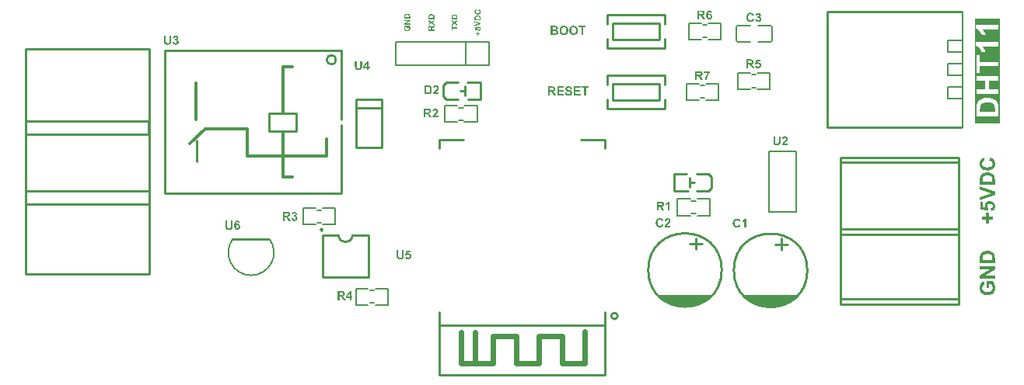
<source format=gto>
G04*
G04 #@! TF.GenerationSoftware,Altium Limited,Altium Designer,24.1.2 (44)*
G04*
G04 Layer_Color=65535*
%FSLAX44Y44*%
%MOMM*%
G71*
G04*
G04 #@! TF.SameCoordinates,891499BE-5D65-45DE-B8A6-CBF03CD7CB3A*
G04*
G04*
G04 #@! TF.FilePolarity,Positive*
G04*
G01*
G75*
%ADD10C,0.2540*%
%ADD11C,0.1524*%
%ADD12C,0.2000*%
%ADD13C,0.6000*%
%ADD14C,0.1778*%
%ADD15C,0.2032*%
%ADD16C,0.3000*%
G36*
X688820Y-324293D02*
X690820Y-326198D01*
X695271Y-329472D01*
X700100Y-332156D01*
X705229Y-334208D01*
X710577Y-335594D01*
X716058Y-336293D01*
X721582D01*
X727063Y-335594D01*
X732411Y-334208D01*
X737540Y-332156D01*
X742369Y-329472D01*
X746820Y-326198D01*
X748820Y-324293D01*
D01*
X688820D01*
D02*
G37*
G36*
X782031Y-324680D02*
X784031Y-326585D01*
X788482Y-329859D01*
X793310Y-332543D01*
X798440Y-334595D01*
X803788Y-335981D01*
X809268Y-336680D01*
X814793D01*
X820273Y-335981D01*
X825621Y-334595D01*
X830751Y-332543D01*
X835580Y-329859D01*
X840030Y-326585D01*
X842031Y-324680D01*
D01*
X782031D01*
D02*
G37*
G36*
X494320Y-12837D02*
X494377Y-12855D01*
X494452Y-12884D01*
X494537Y-12921D01*
X494640Y-12959D01*
X494753Y-13006D01*
X494875Y-13062D01*
X495129Y-13194D01*
X495392Y-13363D01*
X495645Y-13570D01*
X495758Y-13682D01*
X495862Y-13805D01*
X495871Y-13814D01*
X495880Y-13833D01*
X495909Y-13870D01*
X495946Y-13927D01*
X495984Y-13993D01*
X496021Y-14077D01*
X496068Y-14171D01*
X496115Y-14274D01*
X496172Y-14397D01*
X496219Y-14528D01*
X496256Y-14669D01*
X496294Y-14820D01*
X496331Y-14979D01*
X496360Y-15158D01*
X496369Y-15337D01*
X496379Y-15534D01*
Y-15590D01*
X496369Y-15656D01*
X496360Y-15750D01*
X496350Y-15853D01*
X496331Y-15985D01*
X496303Y-16126D01*
X496266Y-16286D01*
X496219Y-16445D01*
X496162Y-16615D01*
X496087Y-16793D01*
X496003Y-16972D01*
X495909Y-17150D01*
X495786Y-17329D01*
X495655Y-17498D01*
X495495Y-17658D01*
X495486Y-17667D01*
X495457Y-17695D01*
X495401Y-17733D01*
X495335Y-17789D01*
X495241Y-17846D01*
X495138Y-17921D01*
X495006Y-17996D01*
X494856Y-18071D01*
X494696Y-18147D01*
X494518Y-18222D01*
X494311Y-18297D01*
X494095Y-18353D01*
X493869Y-18410D01*
X493615Y-18447D01*
X493352Y-18475D01*
X493070Y-18485D01*
X493061D01*
X493052D01*
X492995D01*
X492911Y-18475D01*
X492798D01*
X492666Y-18457D01*
X492506Y-18438D01*
X492337Y-18419D01*
X492140Y-18381D01*
X491943Y-18334D01*
X491736Y-18278D01*
X491529Y-18212D01*
X491313Y-18128D01*
X491106Y-18034D01*
X490909Y-17921D01*
X490721Y-17799D01*
X490542Y-17648D01*
X490533Y-17639D01*
X490505Y-17611D01*
X490458Y-17564D01*
X490401Y-17498D01*
X490336Y-17414D01*
X490260Y-17310D01*
X490176Y-17197D01*
X490091Y-17056D01*
X490007Y-16906D01*
X489922Y-16746D01*
X489847Y-16558D01*
X489781Y-16370D01*
X489725Y-16154D01*
X489678Y-15938D01*
X489650Y-15694D01*
X489640Y-15449D01*
Y-15337D01*
X489650Y-15252D01*
X489659Y-15149D01*
X489678Y-15036D01*
X489697Y-14904D01*
X489725Y-14763D01*
X489762Y-14613D01*
X489809Y-14453D01*
X489866Y-14293D01*
X489941Y-14124D01*
X490016Y-13964D01*
X490110Y-13814D01*
X490223Y-13654D01*
X490345Y-13513D01*
Y-13504D01*
X490364Y-13494D01*
X490392Y-13466D01*
X490420Y-13438D01*
X490467Y-13400D01*
X490523Y-13363D01*
X490655Y-13260D01*
X490824Y-13156D01*
X491031Y-13043D01*
X491266Y-12940D01*
X491539Y-12846D01*
X491849Y-14143D01*
X491839D01*
X491830Y-14152D01*
X491802D01*
X491764Y-14171D01*
X491679Y-14199D01*
X491567Y-14246D01*
X491435Y-14312D01*
X491303Y-14397D01*
X491172Y-14510D01*
X491059Y-14632D01*
X491050Y-14650D01*
X491012Y-14697D01*
X490965Y-14773D01*
X490909Y-14876D01*
X490852Y-15008D01*
X490805Y-15158D01*
X490768Y-15327D01*
X490759Y-15515D01*
Y-15581D01*
X490768Y-15637D01*
X490777Y-15694D01*
X490787Y-15769D01*
X490824Y-15929D01*
X490890Y-16116D01*
X490984Y-16314D01*
X491040Y-16417D01*
X491106Y-16511D01*
X491191Y-16605D01*
X491285Y-16690D01*
X491294D01*
X491313Y-16709D01*
X491341Y-16727D01*
X491388Y-16756D01*
X491445Y-16793D01*
X491510Y-16831D01*
X491595Y-16868D01*
X491689Y-16906D01*
X491802Y-16953D01*
X491924Y-16990D01*
X492065Y-17028D01*
X492215Y-17066D01*
X492384Y-17094D01*
X492563Y-17113D01*
X492760Y-17122D01*
X492976Y-17132D01*
X492986D01*
X493033D01*
X493099D01*
X493174Y-17122D01*
X493277D01*
X493399Y-17103D01*
X493521Y-17094D01*
X493662Y-17075D01*
X493954Y-17019D01*
X494245Y-16944D01*
X494386Y-16897D01*
X494518Y-16831D01*
X494640Y-16765D01*
X494743Y-16690D01*
X494753Y-16680D01*
X494762Y-16671D01*
X494790Y-16643D01*
X494828Y-16605D01*
X494903Y-16511D01*
X494997Y-16380D01*
X495100Y-16220D01*
X495176Y-16022D01*
X495241Y-15797D01*
X495251Y-15675D01*
X495260Y-15543D01*
Y-15496D01*
X495251Y-15459D01*
X495241Y-15355D01*
X495223Y-15233D01*
X495176Y-15101D01*
X495119Y-14951D01*
X495044Y-14801D01*
X494931Y-14650D01*
X494912Y-14632D01*
X494865Y-14585D01*
X494790Y-14519D01*
X494677Y-14444D01*
X494527Y-14350D01*
X494348Y-14265D01*
X494132Y-14181D01*
X493879Y-14105D01*
X494273Y-12827D01*
X494283D01*
X494320Y-12837D01*
D02*
G37*
G36*
X493287Y-19378D02*
X493362D01*
X493456Y-19387D01*
X493559Y-19396D01*
X493775Y-19415D01*
X494001Y-19453D01*
X494236Y-19509D01*
X494461Y-19575D01*
X494471D01*
X494490Y-19584D01*
X494527Y-19603D01*
X494583Y-19622D01*
X494640Y-19641D01*
X494706Y-19678D01*
X494875Y-19754D01*
X495053Y-19848D01*
X495251Y-19970D01*
X495439Y-20111D01*
X495617Y-20270D01*
X495636Y-20289D01*
X495674Y-20336D01*
X495730Y-20411D01*
X495805Y-20515D01*
X495890Y-20646D01*
X495974Y-20797D01*
X496059Y-20985D01*
X496134Y-21191D01*
Y-21201D01*
X496143Y-21210D01*
Y-21238D01*
X496153Y-21267D01*
X496172Y-21370D01*
X496200Y-21502D01*
X496228Y-21661D01*
X496247Y-21859D01*
X496256Y-22094D01*
X496266Y-22347D01*
Y-24810D01*
X489762D01*
Y-22216D01*
X489772Y-22141D01*
X489781Y-21962D01*
X489790Y-21765D01*
X489819Y-21558D01*
X489847Y-21361D01*
X489894Y-21182D01*
Y-21173D01*
X489903Y-21154D01*
X489913Y-21126D01*
X489922Y-21088D01*
X489969Y-20975D01*
X490035Y-20844D01*
X490119Y-20693D01*
X490223Y-20524D01*
X490345Y-20364D01*
X490495Y-20205D01*
Y-20195D01*
X490514Y-20186D01*
X490570Y-20139D01*
X490664Y-20064D01*
X490787Y-19979D01*
X490937Y-19876D01*
X491116Y-19772D01*
X491322Y-19669D01*
X491548Y-19584D01*
X491557D01*
X491576Y-19575D01*
X491614Y-19566D01*
X491661Y-19547D01*
X491717Y-19537D01*
X491792Y-19519D01*
X491877Y-19500D01*
X491971Y-19472D01*
X492074Y-19453D01*
X492196Y-19434D01*
X492318Y-19415D01*
X492459Y-19406D01*
X492751Y-19378D01*
X493080Y-19368D01*
X493089D01*
X493117D01*
X493155D01*
X493211D01*
X493287Y-19378D01*
D02*
G37*
G36*
X496266Y-27789D02*
Y-29208D01*
X489762Y-31539D01*
Y-30120D01*
X494574Y-28465D01*
X489762Y-26877D01*
Y-25477D01*
X496266Y-27789D01*
D02*
G37*
G36*
X494217Y-31821D02*
X494292D01*
X494377Y-31839D01*
X494471Y-31849D01*
X494565Y-31868D01*
X494790Y-31924D01*
X495034Y-32009D01*
X495166Y-32065D01*
X495288Y-32121D01*
X495410Y-32197D01*
X495533Y-32281D01*
X495542Y-32290D01*
X495570Y-32309D01*
X495608Y-32347D01*
X495664Y-32394D01*
X495730Y-32460D01*
X495805Y-32544D01*
X495880Y-32638D01*
X495956Y-32742D01*
X496040Y-32864D01*
X496115Y-32995D01*
X496190Y-33136D01*
X496256Y-33296D01*
X496313Y-33465D01*
X496350Y-33644D01*
X496379Y-33841D01*
X496388Y-34048D01*
Y-34132D01*
X496379Y-34198D01*
X496369Y-34274D01*
X496360Y-34367D01*
X496350Y-34461D01*
X496331Y-34574D01*
X496275Y-34800D01*
X496181Y-35054D01*
X496134Y-35176D01*
X496068Y-35298D01*
X495993Y-35411D01*
X495909Y-35523D01*
X495899Y-35533D01*
X495890Y-35552D01*
X495862Y-35580D01*
X495824Y-35617D01*
X495768Y-35655D01*
X495711Y-35711D01*
X495645Y-35758D01*
X495570Y-35815D01*
X495476Y-35880D01*
X495382Y-35937D01*
X495157Y-36040D01*
X494903Y-36134D01*
X494762Y-36163D01*
X494612Y-36191D01*
X494480Y-34950D01*
X494499D01*
X494546Y-34941D01*
X494630Y-34922D01*
X494724Y-34894D01*
X494828Y-34856D01*
X494941Y-34800D01*
X495044Y-34725D01*
X495147Y-34640D01*
X495157Y-34631D01*
X495185Y-34593D01*
X495223Y-34537D01*
X495270Y-34461D01*
X495317Y-34377D01*
X495354Y-34274D01*
X495382Y-34151D01*
X495392Y-34029D01*
Y-34010D01*
X495382Y-33963D01*
X495373Y-33888D01*
X495354Y-33794D01*
X495317Y-33691D01*
X495260Y-33578D01*
X495176Y-33465D01*
X495072Y-33362D01*
X495053Y-33352D01*
X495016Y-33315D01*
X494941Y-33277D01*
X494828Y-33221D01*
X494696Y-33174D01*
X494537Y-33127D01*
X494339Y-33099D01*
X494114Y-33089D01*
X494104D01*
X494085D01*
X494057D01*
X494010D01*
X493907Y-33099D01*
X493775Y-33127D01*
X493625Y-33155D01*
X493475Y-33202D01*
X493334Y-33268D01*
X493211Y-33362D01*
X493202Y-33371D01*
X493164Y-33409D01*
X493117Y-33475D01*
X493052Y-33550D01*
X492995Y-33653D01*
X492948Y-33775D01*
X492911Y-33916D01*
X492901Y-34067D01*
Y-34123D01*
X492911Y-34161D01*
X492929Y-34255D01*
X492958Y-34386D01*
X493014Y-34537D01*
X493099Y-34696D01*
X493155Y-34781D01*
X493221Y-34866D01*
X493296Y-34950D01*
X493381Y-35035D01*
X493240Y-36040D01*
X489847Y-35401D01*
Y-32102D01*
X491012D01*
Y-34461D01*
X492121Y-34659D01*
Y-34649D01*
X492112Y-34640D01*
X492084Y-34584D01*
X492055Y-34499D01*
X492008Y-34396D01*
X491971Y-34264D01*
X491943Y-34123D01*
X491914Y-33963D01*
X491905Y-33804D01*
Y-33719D01*
X491914Y-33663D01*
X491924Y-33597D01*
X491933Y-33512D01*
X491952Y-33418D01*
X491980Y-33315D01*
X492055Y-33099D01*
X492102Y-32977D01*
X492159Y-32864D01*
X492234Y-32742D01*
X492318Y-32619D01*
X492412Y-32507D01*
X492516Y-32394D01*
X492525Y-32385D01*
X492544Y-32366D01*
X492582Y-32338D01*
X492629Y-32300D01*
X492685Y-32262D01*
X492760Y-32206D01*
X492845Y-32159D01*
X492939Y-32102D01*
X493042Y-32046D01*
X493164Y-31999D01*
X493296Y-31943D01*
X493428Y-31905D01*
X493578Y-31868D01*
X493738Y-31839D01*
X493907Y-31821D01*
X494085Y-31811D01*
X494095D01*
X494123D01*
X494160D01*
X494217Y-31821D01*
D02*
G37*
G36*
X493644Y-38691D02*
X495326D01*
Y-39828D01*
X493644D01*
Y-41529D01*
X492478D01*
Y-39828D01*
X490796D01*
Y-38691D01*
X492478D01*
Y-36980D01*
X493644D01*
Y-38691D01*
D02*
G37*
G36*
X416578Y-17536D02*
X416654D01*
X416748Y-17545D01*
X416851Y-17554D01*
X417067Y-17573D01*
X417293Y-17611D01*
X417528Y-17667D01*
X417753Y-17733D01*
X417763D01*
X417781Y-17742D01*
X417819Y-17761D01*
X417875Y-17780D01*
X417932Y-17799D01*
X417998Y-17836D01*
X418167Y-17911D01*
X418345Y-18005D01*
X418543Y-18128D01*
X418731Y-18269D01*
X418909Y-18428D01*
X418928Y-18447D01*
X418966Y-18494D01*
X419022Y-18569D01*
X419097Y-18673D01*
X419182Y-18804D01*
X419266Y-18955D01*
X419351Y-19143D01*
X419426Y-19349D01*
Y-19359D01*
X419436Y-19368D01*
Y-19396D01*
X419445Y-19425D01*
X419464Y-19528D01*
X419492Y-19660D01*
X419520Y-19819D01*
X419539Y-20017D01*
X419548Y-20252D01*
X419558Y-20505D01*
Y-22968D01*
X413054D01*
Y-20374D01*
X413064Y-20299D01*
X413073Y-20120D01*
X413083Y-19923D01*
X413111Y-19716D01*
X413139Y-19519D01*
X413186Y-19340D01*
Y-19331D01*
X413195Y-19312D01*
X413205Y-19284D01*
X413214Y-19246D01*
X413261Y-19133D01*
X413327Y-19002D01*
X413411Y-18851D01*
X413515Y-18682D01*
X413637Y-18522D01*
X413787Y-18363D01*
Y-18353D01*
X413806Y-18344D01*
X413862Y-18297D01*
X413956Y-18222D01*
X414079Y-18137D01*
X414229Y-18034D01*
X414408Y-17930D01*
X414614Y-17827D01*
X414840Y-17742D01*
X414849D01*
X414868Y-17733D01*
X414906Y-17724D01*
X414953Y-17705D01*
X415009Y-17695D01*
X415084Y-17677D01*
X415169Y-17658D01*
X415263Y-17630D01*
X415366Y-17611D01*
X415488Y-17592D01*
X415611Y-17573D01*
X415751Y-17564D01*
X416043Y-17536D01*
X416372Y-17526D01*
X416381D01*
X416409D01*
X416447D01*
X416503D01*
X416578Y-17536D01*
D02*
G37*
G36*
X419558Y-25674D02*
X415272Y-28315D01*
X419558D01*
Y-29527D01*
X413054D01*
Y-28259D01*
X417434Y-25571D01*
X413054D01*
Y-24359D01*
X419558D01*
Y-25674D01*
D02*
G37*
G36*
X418703Y-30768D02*
X418721Y-30796D01*
X418750Y-30824D01*
X418787Y-30871D01*
X418825Y-30918D01*
X418919Y-31050D01*
X419022Y-31228D01*
X419144Y-31435D01*
X419266Y-31670D01*
X419379Y-31952D01*
Y-31962D01*
X419389Y-31990D01*
X419407Y-32027D01*
X419426Y-32084D01*
X419445Y-32159D01*
X419473Y-32243D01*
X419501Y-32338D01*
X419529Y-32441D01*
X419586Y-32676D01*
X419633Y-32948D01*
X419670Y-33230D01*
X419680Y-33531D01*
Y-33634D01*
X419670Y-33700D01*
Y-33794D01*
X419661Y-33898D01*
X419642Y-34010D01*
X419623Y-34142D01*
X419576Y-34414D01*
X419501Y-34715D01*
X419398Y-35025D01*
X419332Y-35166D01*
X419257Y-35317D01*
X419248Y-35326D01*
X419238Y-35345D01*
X419210Y-35392D01*
X419172Y-35439D01*
X419135Y-35505D01*
X419078Y-35570D01*
X419013Y-35655D01*
X418937Y-35740D01*
X418768Y-35928D01*
X418552Y-36116D01*
X418308Y-36294D01*
X418026Y-36454D01*
X418016D01*
X417988Y-36473D01*
X417941Y-36491D01*
X417885Y-36510D01*
X417810Y-36538D01*
X417725Y-36576D01*
X417622Y-36604D01*
X417509Y-36642D01*
X417387Y-36679D01*
X417246Y-36707D01*
X416954Y-36773D01*
X416635Y-36811D01*
X416287Y-36830D01*
X416278D01*
X416240D01*
X416184D01*
X416118Y-36820D01*
X416024D01*
X415921Y-36811D01*
X415808Y-36792D01*
X415676Y-36773D01*
X415404Y-36726D01*
X415094Y-36651D01*
X414784Y-36548D01*
X414633Y-36482D01*
X414483Y-36407D01*
X414473Y-36397D01*
X414445Y-36388D01*
X414408Y-36360D01*
X414351Y-36332D01*
X414285Y-36285D01*
X414210Y-36228D01*
X414126Y-36163D01*
X414032Y-36097D01*
X413938Y-36012D01*
X413834Y-35918D01*
X413731Y-35815D01*
X413628Y-35702D01*
X413534Y-35580D01*
X413430Y-35458D01*
X413261Y-35166D01*
Y-35157D01*
X413242Y-35138D01*
X413233Y-35101D01*
X413205Y-35054D01*
X413186Y-34988D01*
X413158Y-34922D01*
X413130Y-34828D01*
X413092Y-34734D01*
X413064Y-34631D01*
X413036Y-34508D01*
X413007Y-34377D01*
X412979Y-34245D01*
X412942Y-33944D01*
X412932Y-33606D01*
Y-33493D01*
X412942Y-33409D01*
X412951Y-33305D01*
X412960Y-33183D01*
X412970Y-33052D01*
X412998Y-32911D01*
X413054Y-32610D01*
X413148Y-32300D01*
X413205Y-32140D01*
X413270Y-31990D01*
X413346Y-31849D01*
X413440Y-31717D01*
X413449Y-31708D01*
X413458Y-31689D01*
X413496Y-31651D01*
X413534Y-31604D01*
X413581Y-31548D01*
X413646Y-31492D01*
X413722Y-31426D01*
X413806Y-31351D01*
X413900Y-31275D01*
X414003Y-31200D01*
X414116Y-31125D01*
X414248Y-31059D01*
X414379Y-30984D01*
X414520Y-30928D01*
X414680Y-30871D01*
X414840Y-30834D01*
X415084Y-32140D01*
X415075D01*
X415065Y-32150D01*
X415009Y-32168D01*
X414925Y-32206D01*
X414812Y-32262D01*
X414689Y-32328D01*
X414567Y-32422D01*
X414445Y-32535D01*
X414332Y-32666D01*
X414323Y-32685D01*
X414285Y-32732D01*
X414238Y-32817D01*
X414191Y-32920D01*
X414135Y-33061D01*
X414097Y-33221D01*
X414060Y-33400D01*
X414050Y-33606D01*
Y-33691D01*
X414060Y-33747D01*
X414069Y-33822D01*
X414079Y-33907D01*
X414097Y-34001D01*
X414116Y-34104D01*
X414182Y-34320D01*
X414229Y-34433D01*
X414285Y-34546D01*
X414351Y-34659D01*
X414417Y-34772D01*
X414511Y-34875D01*
X414605Y-34978D01*
X414614Y-34988D01*
X414633Y-34997D01*
X414661Y-35025D01*
X414708Y-35054D01*
X414765Y-35091D01*
X414831Y-35138D01*
X414915Y-35185D01*
X415009Y-35223D01*
X415122Y-35270D01*
X415244Y-35317D01*
X415376Y-35364D01*
X415517Y-35401D01*
X415676Y-35429D01*
X415855Y-35458D01*
X416033Y-35467D01*
X416231Y-35476D01*
X416240D01*
X416278D01*
X416344D01*
X416419Y-35467D01*
X416522Y-35458D01*
X416626Y-35448D01*
X416757Y-35429D01*
X416889Y-35411D01*
X417171Y-35354D01*
X417462Y-35260D01*
X417603Y-35204D01*
X417734Y-35138D01*
X417866Y-35054D01*
X417979Y-34969D01*
X417988Y-34959D01*
X418007Y-34941D01*
X418035Y-34913D01*
X418073Y-34875D01*
X418110Y-34818D01*
X418167Y-34762D01*
X418214Y-34687D01*
X418270Y-34602D01*
X418326Y-34508D01*
X418373Y-34414D01*
X418467Y-34179D01*
X418505Y-34048D01*
X418533Y-33916D01*
X418552Y-33766D01*
X418562Y-33616D01*
Y-33540D01*
X418552Y-33465D01*
X418543Y-33352D01*
X418524Y-33230D01*
X418496Y-33089D01*
X418458Y-32939D01*
X418402Y-32789D01*
Y-32779D01*
X418392Y-32770D01*
X418373Y-32723D01*
X418336Y-32638D01*
X418289Y-32544D01*
X418233Y-32431D01*
X418167Y-32309D01*
X418092Y-32187D01*
X418007Y-32074D01*
X417171D01*
Y-33578D01*
X416071D01*
Y-30749D01*
X418684D01*
X418703Y-30768D01*
D02*
G37*
G36*
X468140Y-18428D02*
X468216D01*
X468310Y-18438D01*
X468413Y-18447D01*
X468629Y-18466D01*
X468855Y-18504D01*
X469090Y-18560D01*
X469315Y-18626D01*
X469325D01*
X469343Y-18635D01*
X469381Y-18654D01*
X469437Y-18673D01*
X469494Y-18692D01*
X469560Y-18729D01*
X469729Y-18804D01*
X469907Y-18898D01*
X470105Y-19021D01*
X470293Y-19161D01*
X470471Y-19321D01*
X470490Y-19340D01*
X470528Y-19387D01*
X470584Y-19462D01*
X470659Y-19566D01*
X470744Y-19697D01*
X470828Y-19848D01*
X470913Y-20036D01*
X470988Y-20242D01*
Y-20252D01*
X470998Y-20261D01*
Y-20289D01*
X471007Y-20317D01*
X471026Y-20421D01*
X471054Y-20552D01*
X471082Y-20712D01*
X471101Y-20910D01*
X471110Y-21144D01*
X471120Y-21398D01*
Y-23860D01*
X464616D01*
Y-21267D01*
X464626Y-21191D01*
X464635Y-21013D01*
X464645Y-20815D01*
X464673Y-20609D01*
X464701Y-20411D01*
X464748Y-20233D01*
Y-20224D01*
X464757Y-20205D01*
X464767Y-20176D01*
X464776Y-20139D01*
X464823Y-20026D01*
X464889Y-19894D01*
X464973Y-19744D01*
X465077Y-19575D01*
X465199Y-19415D01*
X465349Y-19255D01*
Y-19246D01*
X465368Y-19237D01*
X465424Y-19190D01*
X465518Y-19115D01*
X465641Y-19030D01*
X465791Y-18927D01*
X465970Y-18823D01*
X466176Y-18720D01*
X466402Y-18635D01*
X466411D01*
X466430Y-18626D01*
X466468Y-18616D01*
X466515Y-18598D01*
X466571Y-18588D01*
X466646Y-18569D01*
X466731Y-18551D01*
X466825Y-18522D01*
X466928Y-18504D01*
X467050Y-18485D01*
X467173Y-18466D01*
X467313Y-18457D01*
X467605Y-18428D01*
X467934Y-18419D01*
X467943D01*
X467971D01*
X468009D01*
X468065D01*
X468140Y-18428D01*
D02*
G37*
G36*
X471120Y-26125D02*
X468921Y-27563D01*
X471120Y-29011D01*
Y-30589D01*
X467736Y-28343D01*
X464616Y-30383D01*
Y-28851D01*
X466562Y-27563D01*
X464616Y-26276D01*
Y-24744D01*
X467736Y-26783D01*
X471120Y-24546D01*
Y-26125D01*
D02*
G37*
G36*
X465716Y-32695D02*
X471120D01*
Y-34010D01*
X465716D01*
Y-35937D01*
X464616D01*
Y-30777D01*
X465716D01*
Y-32695D01*
D02*
G37*
G36*
X1061466Y-136906D02*
X1034796D01*
Y-22606D01*
X1061466D01*
Y-136906D01*
D02*
G37*
G36*
X442994Y-18156D02*
X443070D01*
X443164Y-18165D01*
X443267Y-18175D01*
X443483Y-18194D01*
X443709Y-18231D01*
X443944Y-18288D01*
X444169Y-18353D01*
X444179D01*
X444198Y-18363D01*
X444235Y-18381D01*
X444291Y-18400D01*
X444348Y-18419D01*
X444414Y-18457D01*
X444583Y-18532D01*
X444761Y-18626D01*
X444959Y-18748D01*
X445147Y-18889D01*
X445325Y-19049D01*
X445344Y-19067D01*
X445382Y-19115D01*
X445438Y-19190D01*
X445513Y-19293D01*
X445598Y-19425D01*
X445682Y-19575D01*
X445767Y-19763D01*
X445842Y-19970D01*
Y-19979D01*
X445852Y-19988D01*
Y-20017D01*
X445861Y-20045D01*
X445880Y-20148D01*
X445908Y-20280D01*
X445936Y-20440D01*
X445955Y-20637D01*
X445964Y-20872D01*
X445974Y-21126D01*
Y-23588D01*
X439470D01*
Y-20994D01*
X439480Y-20919D01*
X439489Y-20740D01*
X439498Y-20543D01*
X439527Y-20336D01*
X439555Y-20139D01*
X439602Y-19960D01*
Y-19951D01*
X439611Y-19932D01*
X439621Y-19904D01*
X439630Y-19866D01*
X439677Y-19754D01*
X439743Y-19622D01*
X439827Y-19472D01*
X439931Y-19303D01*
X440053Y-19143D01*
X440203Y-18983D01*
Y-18973D01*
X440222Y-18964D01*
X440279Y-18917D01*
X440373Y-18842D01*
X440495Y-18757D01*
X440645Y-18654D01*
X440824Y-18551D01*
X441030Y-18447D01*
X441256Y-18363D01*
X441265D01*
X441284Y-18353D01*
X441322Y-18344D01*
X441369Y-18325D01*
X441425Y-18316D01*
X441500Y-18297D01*
X441585Y-18278D01*
X441679Y-18250D01*
X441782Y-18231D01*
X441904Y-18212D01*
X442026Y-18194D01*
X442168Y-18184D01*
X442459Y-18156D01*
X442788Y-18147D01*
X442797D01*
X442825D01*
X442863D01*
X442919D01*
X442994Y-18156D01*
D02*
G37*
G36*
X445974Y-25853D02*
X443775Y-27291D01*
X445974Y-28738D01*
Y-30317D01*
X442590Y-28071D01*
X439470Y-30110D01*
Y-28578D01*
X441416Y-27291D01*
X439470Y-26003D01*
Y-24471D01*
X442590Y-26511D01*
X445974Y-24274D01*
Y-25853D01*
D02*
G37*
G36*
Y-31943D02*
X444564Y-32883D01*
X444555Y-32892D01*
X444526Y-32901D01*
X444489Y-32930D01*
X444442Y-32967D01*
X444385Y-33005D01*
X444310Y-33052D01*
X444160Y-33155D01*
X443991Y-33277D01*
X443840Y-33390D01*
X443699Y-33493D01*
X443652Y-33540D01*
X443605Y-33578D01*
X443596Y-33587D01*
X443577Y-33606D01*
X443540Y-33644D01*
X443493Y-33691D01*
X443455Y-33757D01*
X443408Y-33822D01*
X443370Y-33898D01*
X443333Y-33973D01*
Y-33982D01*
X443323Y-34010D01*
X443305Y-34057D01*
X443295Y-34132D01*
X443276Y-34227D01*
X443267Y-34339D01*
X443258Y-34471D01*
Y-34894D01*
X445974D01*
Y-36209D01*
X439470D01*
Y-33277D01*
X439480Y-33193D01*
Y-33089D01*
X439489Y-32986D01*
Y-32864D01*
X439517Y-32619D01*
X439546Y-32366D01*
X439592Y-32131D01*
X439621Y-32027D01*
X439649Y-31933D01*
Y-31924D01*
X439658Y-31915D01*
X439686Y-31858D01*
X439733Y-31774D01*
X439790Y-31661D01*
X439884Y-31539D01*
X439987Y-31416D01*
X440119Y-31294D01*
X440279Y-31181D01*
X440288D01*
X440297Y-31172D01*
X440326Y-31153D01*
X440354Y-31135D01*
X440448Y-31088D01*
X440570Y-31031D01*
X440720Y-30984D01*
X440889Y-30937D01*
X441087Y-30900D01*
X441293Y-30890D01*
X441303D01*
X441322D01*
X441369D01*
X441416Y-30900D01*
X441481D01*
X441547Y-30909D01*
X441716Y-30947D01*
X441914Y-30994D01*
X442111Y-31069D01*
X442318Y-31181D01*
X442412Y-31247D01*
X442506Y-31323D01*
X442515Y-31332D01*
X442525Y-31341D01*
X442553Y-31370D01*
X442581Y-31407D01*
X442619Y-31445D01*
X442666Y-31501D01*
X442713Y-31567D01*
X442760Y-31642D01*
X442816Y-31727D01*
X442863Y-31830D01*
X442910Y-31933D01*
X442957Y-32046D01*
X443004Y-32178D01*
X443041Y-32309D01*
X443079Y-32450D01*
X443107Y-32610D01*
Y-32601D01*
X443117Y-32591D01*
X443154Y-32535D01*
X443201Y-32460D01*
X443267Y-32366D01*
X443352Y-32253D01*
X443436Y-32140D01*
X443540Y-32018D01*
X443652Y-31915D01*
X443662Y-31905D01*
X443709Y-31858D01*
X443784Y-31802D01*
X443897Y-31717D01*
X444038Y-31604D01*
X444132Y-31548D01*
X444226Y-31482D01*
X444329Y-31407D01*
X444442Y-31332D01*
X444573Y-31247D01*
X444705Y-31163D01*
X445974Y-30364D01*
Y-31943D01*
D02*
G37*
G36*
X592363Y-96807D02*
X592518Y-96821D01*
X592701Y-96835D01*
X592884Y-96864D01*
X593096Y-96892D01*
X593547Y-96990D01*
X593772Y-97061D01*
X593998Y-97132D01*
X594224Y-97230D01*
X594435Y-97343D01*
X594632Y-97470D01*
X594816Y-97611D01*
X594830Y-97625D01*
X594858Y-97653D01*
X594900Y-97695D01*
X594957Y-97752D01*
X595027Y-97836D01*
X595112Y-97935D01*
X595196Y-98048D01*
X595295Y-98175D01*
X595379Y-98330D01*
X595464Y-98485D01*
X595549Y-98668D01*
X595619Y-98865D01*
X595690Y-99063D01*
X595746Y-99288D01*
X595788Y-99514D01*
X595802Y-99768D01*
X593829Y-99838D01*
Y-99824D01*
Y-99810D01*
X593801Y-99711D01*
X593772Y-99584D01*
X593716Y-99429D01*
X593646Y-99246D01*
X593547Y-99077D01*
X593420Y-98908D01*
X593279Y-98767D01*
X593265Y-98753D01*
X593209Y-98710D01*
X593110Y-98654D01*
X592969Y-98598D01*
X592800Y-98541D01*
X592588Y-98485D01*
X592335Y-98442D01*
X592038Y-98428D01*
X591898D01*
X591743Y-98442D01*
X591559Y-98471D01*
X591348Y-98513D01*
X591122Y-98583D01*
X590911Y-98668D01*
X590713Y-98795D01*
X590699Y-98809D01*
X590671Y-98837D01*
X590615Y-98879D01*
X590558Y-98950D01*
X590502Y-99035D01*
X590446Y-99147D01*
X590417Y-99260D01*
X590403Y-99401D01*
Y-99415D01*
Y-99458D01*
X590417Y-99528D01*
X590446Y-99599D01*
X590474Y-99697D01*
X590516Y-99796D01*
X590587Y-99895D01*
X590685Y-99993D01*
X590699Y-100007D01*
X590770Y-100050D01*
X590812Y-100078D01*
X590883Y-100106D01*
X590953Y-100148D01*
X591052Y-100191D01*
X591165Y-100233D01*
X591291Y-100289D01*
X591446Y-100346D01*
X591601Y-100402D01*
X591799Y-100458D01*
X592010Y-100515D01*
X592236Y-100571D01*
X592490Y-100642D01*
X592504D01*
X592560Y-100656D01*
X592631Y-100670D01*
X592729Y-100698D01*
X592842Y-100726D01*
X592983Y-100768D01*
X593138Y-100811D01*
X593293Y-100853D01*
X593632Y-100966D01*
X593984Y-101079D01*
X594322Y-101206D01*
X594463Y-101276D01*
X594604Y-101347D01*
X594618D01*
X594632Y-101361D01*
X594717Y-101417D01*
X594844Y-101502D01*
X594999Y-101614D01*
X595168Y-101755D01*
X595351Y-101924D01*
X595535Y-102122D01*
X595690Y-102347D01*
X595704Y-102376D01*
X595746Y-102460D01*
X595816Y-102587D01*
X595887Y-102770D01*
X595957Y-102996D01*
X596028Y-103264D01*
X596070Y-103560D01*
X596084Y-103898D01*
Y-103912D01*
Y-103940D01*
Y-103983D01*
Y-104039D01*
X596070Y-104109D01*
X596056Y-104208D01*
X596028Y-104406D01*
X595972Y-104659D01*
X595887Y-104927D01*
X595760Y-105195D01*
X595605Y-105477D01*
Y-105491D01*
X595577Y-105505D01*
X595521Y-105590D01*
X595408Y-105731D01*
X595267Y-105886D01*
X595084Y-106069D01*
X594844Y-106238D01*
X594590Y-106407D01*
X594280Y-106562D01*
X594266D01*
X594238Y-106576D01*
X594195Y-106591D01*
X594125Y-106619D01*
X594040Y-106647D01*
X593942Y-106675D01*
X593829Y-106703D01*
X593702Y-106732D01*
X593547Y-106774D01*
X593392Y-106802D01*
X593025Y-106858D01*
X592617Y-106901D01*
X592165Y-106915D01*
X591982D01*
X591855Y-106901D01*
X591700Y-106887D01*
X591531Y-106873D01*
X591334Y-106844D01*
X591122Y-106802D01*
X590657Y-106703D01*
X590417Y-106633D01*
X590192Y-106562D01*
X589952Y-106464D01*
X589727Y-106351D01*
X589515Y-106224D01*
X589318Y-106069D01*
X589304Y-106055D01*
X589276Y-106027D01*
X589219Y-105984D01*
X589163Y-105914D01*
X589078Y-105815D01*
X588994Y-105702D01*
X588895Y-105576D01*
X588796Y-105435D01*
X588698Y-105266D01*
X588599Y-105082D01*
X588500Y-104871D01*
X588401Y-104645D01*
X588331Y-104406D01*
X588246Y-104138D01*
X588190Y-103856D01*
X588148Y-103560D01*
X590065Y-103377D01*
Y-103391D01*
X590079Y-103419D01*
Y-103475D01*
X590093Y-103532D01*
X590149Y-103701D01*
X590220Y-103912D01*
X590305Y-104152D01*
X590432Y-104391D01*
X590572Y-104603D01*
X590756Y-104800D01*
X590784Y-104814D01*
X590854Y-104871D01*
X590967Y-104941D01*
X591136Y-105026D01*
X591348Y-105110D01*
X591587Y-105181D01*
X591869Y-105237D01*
X592194Y-105251D01*
X592349D01*
X592518Y-105223D01*
X592729Y-105195D01*
X592955Y-105153D01*
X593195Y-105082D01*
X593420Y-104984D01*
X593617Y-104857D01*
X593646Y-104843D01*
X593702Y-104786D01*
X593772Y-104702D01*
X593871Y-104589D01*
X593956Y-104448D01*
X594040Y-104279D01*
X594097Y-104109D01*
X594111Y-103912D01*
Y-103898D01*
Y-103856D01*
X594097Y-103785D01*
X594083Y-103701D01*
X594054Y-103616D01*
X594026Y-103517D01*
X593970Y-103419D01*
X593899Y-103320D01*
X593885Y-103306D01*
X593857Y-103278D01*
X593815Y-103236D01*
X593744Y-103179D01*
X593646Y-103109D01*
X593519Y-103038D01*
X593378Y-102968D01*
X593195Y-102897D01*
X593180D01*
X593124Y-102869D01*
X593025Y-102841D01*
X592955Y-102813D01*
X592870Y-102799D01*
X592772Y-102770D01*
X592659Y-102728D01*
X592532Y-102700D01*
X592391Y-102657D01*
X592222Y-102615D01*
X592038Y-102573D01*
X591841Y-102517D01*
X591616Y-102460D01*
X591601D01*
X591545Y-102446D01*
X591460Y-102418D01*
X591362Y-102390D01*
X591235Y-102347D01*
X591080Y-102305D01*
X590925Y-102249D01*
X590742Y-102192D01*
X590375Y-102051D01*
X590023Y-101882D01*
X589839Y-101798D01*
X589684Y-101699D01*
X589529Y-101600D01*
X589402Y-101502D01*
X589388Y-101488D01*
X589360Y-101459D01*
X589318Y-101417D01*
X589261Y-101361D01*
X589191Y-101276D01*
X589120Y-101177D01*
X589036Y-101079D01*
X588965Y-100952D01*
X588796Y-100656D01*
X588655Y-100317D01*
X588599Y-100134D01*
X588557Y-99951D01*
X588528Y-99740D01*
X588514Y-99528D01*
Y-99514D01*
Y-99500D01*
Y-99458D01*
Y-99401D01*
X588543Y-99260D01*
X588571Y-99077D01*
X588613Y-98865D01*
X588683Y-98626D01*
X588782Y-98372D01*
X588923Y-98132D01*
Y-98118D01*
X588937Y-98104D01*
X589008Y-98020D01*
X589092Y-97907D01*
X589233Y-97766D01*
X589402Y-97611D01*
X589614Y-97442D01*
X589854Y-97287D01*
X590135Y-97146D01*
X590149D01*
X590178Y-97132D01*
X590220Y-97117D01*
X590276Y-97089D01*
X590361Y-97061D01*
X590446Y-97033D01*
X590558Y-97005D01*
X590685Y-96962D01*
X590967Y-96906D01*
X591291Y-96850D01*
X591658Y-96807D01*
X592067Y-96793D01*
X592236D01*
X592363Y-96807D01*
D02*
G37*
G36*
X613903Y-98626D02*
X611027D01*
Y-106732D01*
X609054D01*
Y-98626D01*
X606164D01*
Y-96976D01*
X613903D01*
Y-98626D01*
D02*
G37*
G36*
X604994D02*
X599735D01*
Y-100783D01*
X604627D01*
Y-102432D01*
X599735D01*
Y-105082D01*
X605177D01*
Y-106732D01*
X597762D01*
Y-96976D01*
X604994D01*
Y-98626D01*
D02*
G37*
G36*
X586809D02*
X581550D01*
Y-100783D01*
X586442D01*
Y-102432D01*
X581550D01*
Y-105082D01*
X586992D01*
Y-106732D01*
X579577D01*
Y-96976D01*
X586809D01*
Y-98626D01*
D02*
G37*
G36*
X574262Y-96990D02*
X574417D01*
X574572Y-97005D01*
X574756D01*
X575122Y-97047D01*
X575503Y-97089D01*
X575855Y-97160D01*
X576010Y-97202D01*
X576151Y-97244D01*
X576165D01*
X576179Y-97258D01*
X576264Y-97301D01*
X576391Y-97371D01*
X576560Y-97456D01*
X576743Y-97597D01*
X576926Y-97752D01*
X577110Y-97949D01*
X577279Y-98189D01*
Y-98203D01*
X577293Y-98217D01*
X577321Y-98259D01*
X577349Y-98302D01*
X577420Y-98442D01*
X577505Y-98626D01*
X577575Y-98851D01*
X577645Y-99105D01*
X577702Y-99401D01*
X577716Y-99711D01*
Y-99725D01*
Y-99754D01*
Y-99824D01*
X577702Y-99895D01*
Y-99993D01*
X577688Y-100092D01*
X577631Y-100346D01*
X577561Y-100642D01*
X577448Y-100938D01*
X577279Y-101248D01*
X577180Y-101389D01*
X577067Y-101530D01*
X577053Y-101544D01*
X577039Y-101558D01*
X576997Y-101600D01*
X576941Y-101643D01*
X576884Y-101699D01*
X576800Y-101769D01*
X576701Y-101840D01*
X576588Y-101910D01*
X576461Y-101995D01*
X576306Y-102065D01*
X576151Y-102136D01*
X575982Y-102206D01*
X575785Y-102277D01*
X575587Y-102333D01*
X575376Y-102390D01*
X575136Y-102432D01*
X575150D01*
X575164Y-102446D01*
X575249Y-102502D01*
X575362Y-102573D01*
X575503Y-102672D01*
X575672Y-102799D01*
X575841Y-102925D01*
X576024Y-103080D01*
X576179Y-103250D01*
X576194Y-103264D01*
X576264Y-103334D01*
X576349Y-103447D01*
X576475Y-103616D01*
X576645Y-103828D01*
X576729Y-103969D01*
X576828Y-104109D01*
X576941Y-104265D01*
X577053Y-104434D01*
X577180Y-104631D01*
X577307Y-104829D01*
X578505Y-106732D01*
X576137D01*
X574727Y-104617D01*
X574713Y-104603D01*
X574699Y-104561D01*
X574657Y-104504D01*
X574600Y-104434D01*
X574544Y-104349D01*
X574474Y-104236D01*
X574319Y-104011D01*
X574135Y-103757D01*
X573966Y-103532D01*
X573811Y-103320D01*
X573741Y-103250D01*
X573684Y-103179D01*
X573670Y-103165D01*
X573642Y-103137D01*
X573586Y-103080D01*
X573515Y-103010D01*
X573416Y-102954D01*
X573318Y-102883D01*
X573205Y-102827D01*
X573092Y-102770D01*
X573078D01*
X573036Y-102756D01*
X572965Y-102728D01*
X572853Y-102714D01*
X572711Y-102686D01*
X572542Y-102672D01*
X572345Y-102657D01*
X571711D01*
Y-106732D01*
X569737D01*
Y-96976D01*
X574135D01*
X574262Y-96990D01*
D02*
G37*
G36*
X610865Y-32586D02*
X607989D01*
Y-40692D01*
X606016D01*
Y-32586D01*
X603126D01*
Y-30936D01*
X610865D01*
Y-32586D01*
D02*
G37*
G36*
X577314Y-30951D02*
X577596Y-30965D01*
X577878Y-30979D01*
X578146Y-31007D01*
X578386Y-31035D01*
X578414D01*
X578484Y-31049D01*
X578583Y-31077D01*
X578724Y-31120D01*
X578879Y-31176D01*
X579048Y-31247D01*
X579231Y-31331D01*
X579400Y-31444D01*
X579415Y-31458D01*
X579471Y-31500D01*
X579556Y-31571D01*
X579668Y-31655D01*
X579781Y-31782D01*
X579908Y-31923D01*
X580035Y-32078D01*
X580148Y-32262D01*
X580162Y-32290D01*
X580190Y-32346D01*
X580246Y-32459D01*
X580303Y-32600D01*
X580359Y-32769D01*
X580415Y-32952D01*
X580444Y-33178D01*
X580458Y-33403D01*
Y-33417D01*
Y-33432D01*
Y-33516D01*
X580444Y-33643D01*
X580415Y-33812D01*
X580359Y-34010D01*
X580303Y-34221D01*
X580204Y-34432D01*
X580077Y-34658D01*
X580063Y-34686D01*
X580007Y-34757D01*
X579922Y-34855D01*
X579823Y-34982D01*
X579683Y-35109D01*
X579513Y-35264D01*
X579316Y-35391D01*
X579090Y-35518D01*
X579104D01*
X579133Y-35532D01*
X579175Y-35546D01*
X579231Y-35560D01*
X579400Y-35631D01*
X579598Y-35729D01*
X579809Y-35842D01*
X580049Y-35997D01*
X580261Y-36181D01*
X580458Y-36406D01*
X580472Y-36434D01*
X580528Y-36519D01*
X580613Y-36646D01*
X580698Y-36815D01*
X580782Y-37040D01*
X580867Y-37280D01*
X580923Y-37562D01*
X580937Y-37872D01*
Y-37886D01*
Y-37900D01*
Y-37985D01*
X580923Y-38112D01*
X580895Y-38281D01*
X580867Y-38478D01*
X580810Y-38704D01*
X580726Y-38929D01*
X580627Y-39169D01*
X580613Y-39197D01*
X580571Y-39268D01*
X580500Y-39381D01*
X580401Y-39522D01*
X580289Y-39691D01*
X580134Y-39846D01*
X579978Y-40015D01*
X579781Y-40170D01*
X579753Y-40184D01*
X579683Y-40226D01*
X579570Y-40297D01*
X579415Y-40367D01*
X579217Y-40452D01*
X578992Y-40522D01*
X578738Y-40593D01*
X578456Y-40635D01*
X578400D01*
X578343Y-40649D01*
X578202D01*
X578104Y-40663D01*
X577836D01*
X577667Y-40677D01*
X577244D01*
X577004Y-40692D01*
X572775D01*
Y-30936D01*
X577060D01*
X577314Y-30951D01*
D02*
G37*
G36*
X597727Y-30767D02*
X597868D01*
X598051Y-30796D01*
X598262Y-30824D01*
X598502Y-30866D01*
X598756Y-30922D01*
X599024Y-30993D01*
X599305Y-31077D01*
X599587Y-31190D01*
X599883Y-31317D01*
X600165Y-31472D01*
X600447Y-31655D01*
X600715Y-31867D01*
X600969Y-32106D01*
X600983Y-32121D01*
X601025Y-32163D01*
X601096Y-32248D01*
X601166Y-32346D01*
X601265Y-32487D01*
X601378Y-32656D01*
X601491Y-32854D01*
X601617Y-33079D01*
X601744Y-33319D01*
X601857Y-33601D01*
X601970Y-33911D01*
X602068Y-34235D01*
X602153Y-34602D01*
X602210Y-34982D01*
X602252Y-35391D01*
X602266Y-35828D01*
Y-35856D01*
Y-35927D01*
X602252Y-36054D01*
Y-36223D01*
X602224Y-36420D01*
X602195Y-36646D01*
X602153Y-36914D01*
X602111Y-37181D01*
X602040Y-37477D01*
X601956Y-37788D01*
X601843Y-38098D01*
X601716Y-38408D01*
X601575Y-38704D01*
X601392Y-39000D01*
X601194Y-39282D01*
X600969Y-39550D01*
X600955Y-39564D01*
X600913Y-39606D01*
X600842Y-39677D01*
X600729Y-39761D01*
X600602Y-39860D01*
X600447Y-39973D01*
X600264Y-40085D01*
X600067Y-40212D01*
X599827Y-40339D01*
X599573Y-40452D01*
X599291Y-40565D01*
X598981Y-40663D01*
X598657Y-40748D01*
X598305Y-40818D01*
X597938Y-40861D01*
X597543Y-40875D01*
X597445D01*
X597332Y-40861D01*
X597191Y-40847D01*
X597008Y-40833D01*
X596796Y-40804D01*
X596557Y-40762D01*
X596303Y-40706D01*
X596021Y-40635D01*
X595753Y-40551D01*
X595457Y-40438D01*
X595175Y-40311D01*
X594879Y-40170D01*
X594611Y-39987D01*
X594343Y-39789D01*
X594090Y-39550D01*
X594076Y-39536D01*
X594033Y-39493D01*
X593977Y-39409D01*
X593892Y-39310D01*
X593794Y-39169D01*
X593681Y-39000D01*
X593568Y-38817D01*
X593455Y-38591D01*
X593328Y-38352D01*
X593216Y-38070D01*
X593103Y-37773D01*
X593004Y-37449D01*
X592920Y-37097D01*
X592863Y-36716D01*
X592821Y-36307D01*
X592807Y-35884D01*
Y-35870D01*
Y-35814D01*
Y-35744D01*
X592821Y-35631D01*
Y-35504D01*
X592835Y-35363D01*
X592849Y-35194D01*
X592863Y-35010D01*
X592920Y-34616D01*
X592990Y-34193D01*
X593103Y-33770D01*
X593244Y-33375D01*
Y-33361D01*
X593258Y-33347D01*
X593286Y-33305D01*
X593300Y-33248D01*
X593385Y-33107D01*
X593483Y-32924D01*
X593610Y-32713D01*
X593765Y-32501D01*
X593949Y-32262D01*
X594146Y-32036D01*
X594160Y-32022D01*
X594174Y-32008D01*
X594245Y-31937D01*
X594372Y-31825D01*
X594527Y-31698D01*
X594710Y-31557D01*
X594921Y-31402D01*
X595161Y-31261D01*
X595415Y-31148D01*
X595429D01*
X595457Y-31134D01*
X595513Y-31106D01*
X595584Y-31091D01*
X595668Y-31049D01*
X595767Y-31021D01*
X595894Y-30993D01*
X596021Y-30951D01*
X596331Y-30880D01*
X596684Y-30810D01*
X597092Y-30767D01*
X597515Y-30753D01*
X597614D01*
X597727Y-30767D01*
D02*
G37*
G36*
X587126D02*
X587267D01*
X587450Y-30796D01*
X587661Y-30824D01*
X587901Y-30866D01*
X588155Y-30922D01*
X588423Y-30993D01*
X588705Y-31077D01*
X588987Y-31190D01*
X589282Y-31317D01*
X589565Y-31472D01*
X589846Y-31655D01*
X590114Y-31867D01*
X590368Y-32106D01*
X590382Y-32121D01*
X590424Y-32163D01*
X590495Y-32248D01*
X590565Y-32346D01*
X590664Y-32487D01*
X590777Y-32656D01*
X590890Y-32854D01*
X591017Y-33079D01*
X591143Y-33319D01*
X591256Y-33601D01*
X591369Y-33911D01*
X591468Y-34235D01*
X591552Y-34602D01*
X591609Y-34982D01*
X591651Y-35391D01*
X591665Y-35828D01*
Y-35856D01*
Y-35927D01*
X591651Y-36054D01*
Y-36223D01*
X591623Y-36420D01*
X591594Y-36646D01*
X591552Y-36914D01*
X591510Y-37181D01*
X591439Y-37477D01*
X591355Y-37788D01*
X591242Y-38098D01*
X591115Y-38408D01*
X590974Y-38704D01*
X590791Y-39000D01*
X590594Y-39282D01*
X590368Y-39550D01*
X590354Y-39564D01*
X590312Y-39606D01*
X590241Y-39677D01*
X590128Y-39761D01*
X590001Y-39860D01*
X589846Y-39973D01*
X589663Y-40085D01*
X589466Y-40212D01*
X589226Y-40339D01*
X588972Y-40452D01*
X588690Y-40565D01*
X588380Y-40663D01*
X588056Y-40748D01*
X587704Y-40818D01*
X587337Y-40861D01*
X586942Y-40875D01*
X586844D01*
X586731Y-40861D01*
X586590Y-40847D01*
X586407Y-40833D01*
X586195Y-40804D01*
X585956Y-40762D01*
X585702Y-40706D01*
X585420Y-40635D01*
X585152Y-40551D01*
X584856Y-40438D01*
X584574Y-40311D01*
X584278Y-40170D01*
X584010Y-39987D01*
X583742Y-39789D01*
X583489Y-39550D01*
X583475Y-39536D01*
X583432Y-39493D01*
X583376Y-39409D01*
X583291Y-39310D01*
X583193Y-39169D01*
X583080Y-39000D01*
X582967Y-38817D01*
X582854Y-38591D01*
X582727Y-38352D01*
X582615Y-38070D01*
X582502Y-37773D01*
X582403Y-37449D01*
X582319Y-37097D01*
X582262Y-36716D01*
X582220Y-36307D01*
X582206Y-35884D01*
Y-35870D01*
Y-35814D01*
Y-35744D01*
X582220Y-35631D01*
Y-35504D01*
X582234Y-35363D01*
X582248Y-35194D01*
X582262Y-35010D01*
X582319Y-34616D01*
X582389Y-34193D01*
X582502Y-33770D01*
X582643Y-33375D01*
Y-33361D01*
X582657Y-33347D01*
X582685Y-33305D01*
X582699Y-33248D01*
X582784Y-33107D01*
X582882Y-32924D01*
X583009Y-32713D01*
X583164Y-32501D01*
X583348Y-32262D01*
X583545Y-32036D01*
X583559Y-32022D01*
X583573Y-32008D01*
X583644Y-31937D01*
X583771Y-31825D01*
X583926Y-31698D01*
X584109Y-31557D01*
X584320Y-31402D01*
X584560Y-31261D01*
X584814Y-31148D01*
X584828D01*
X584856Y-31134D01*
X584912Y-31106D01*
X584983Y-31091D01*
X585067Y-31049D01*
X585166Y-31021D01*
X585293Y-30993D01*
X585420Y-30951D01*
X585730Y-30880D01*
X586082Y-30810D01*
X586491Y-30767D01*
X586914Y-30753D01*
X587013D01*
X587126Y-30767D01*
D02*
G37*
G36*
X1048812Y-276376D02*
X1049000D01*
X1049235Y-276400D01*
X1049494Y-276423D01*
X1050034Y-276470D01*
X1050598Y-276564D01*
X1051185Y-276705D01*
X1051749Y-276870D01*
X1051773D01*
X1051820Y-276893D01*
X1051914Y-276940D01*
X1052055Y-276987D01*
X1052196Y-277034D01*
X1052360Y-277128D01*
X1052783Y-277316D01*
X1053229Y-277551D01*
X1053723Y-277856D01*
X1054193Y-278209D01*
X1054639Y-278608D01*
X1054686Y-278655D01*
X1054780Y-278773D01*
X1054921Y-278961D01*
X1055109Y-279219D01*
X1055321Y-279548D01*
X1055532Y-279924D01*
X1055743Y-280394D01*
X1055931Y-280911D01*
Y-280934D01*
X1055955Y-280958D01*
Y-281028D01*
X1055978Y-281099D01*
X1056025Y-281357D01*
X1056096Y-281686D01*
X1056166Y-282085D01*
X1056213Y-282579D01*
X1056237Y-283166D01*
X1056260Y-283801D01*
Y-289956D01*
X1040002D01*
Y-283472D01*
X1040025Y-283284D01*
X1040049Y-282837D01*
X1040072Y-282344D01*
X1040143Y-281827D01*
X1040213Y-281334D01*
X1040331Y-280887D01*
Y-280864D01*
X1040354Y-280817D01*
X1040378Y-280746D01*
X1040401Y-280652D01*
X1040519Y-280370D01*
X1040683Y-280041D01*
X1040894Y-279665D01*
X1041153Y-279242D01*
X1041458Y-278843D01*
X1041834Y-278444D01*
Y-278420D01*
X1041881Y-278397D01*
X1042022Y-278279D01*
X1042257Y-278091D01*
X1042563Y-277880D01*
X1042939Y-277621D01*
X1043385Y-277363D01*
X1043902Y-277104D01*
X1044466Y-276893D01*
X1044489D01*
X1044536Y-276870D01*
X1044630Y-276846D01*
X1044748Y-276799D01*
X1044889Y-276775D01*
X1045077Y-276729D01*
X1045288Y-276682D01*
X1045523Y-276611D01*
X1045781Y-276564D01*
X1046087Y-276517D01*
X1046392Y-276470D01*
X1046745Y-276447D01*
X1047473Y-276376D01*
X1048296Y-276353D01*
X1048319D01*
X1048389D01*
X1048483D01*
X1048624D01*
X1048812Y-276376D01*
D02*
G37*
G36*
X1056260Y-296723D02*
X1045546Y-303325D01*
X1056260D01*
Y-306356D01*
X1040002D01*
Y-303184D01*
X1050950Y-296464D01*
X1040002D01*
Y-293433D01*
X1056260D01*
Y-296723D01*
D02*
G37*
G36*
X1054122Y-309457D02*
X1054169Y-309528D01*
X1054240Y-309598D01*
X1054334Y-309715D01*
X1054428Y-309833D01*
X1054663Y-310162D01*
X1054921Y-310608D01*
X1055227Y-311125D01*
X1055532Y-311713D01*
X1055814Y-312418D01*
Y-312441D01*
X1055837Y-312511D01*
X1055884Y-312605D01*
X1055931Y-312746D01*
X1055978Y-312934D01*
X1056049Y-313146D01*
X1056119Y-313381D01*
X1056190Y-313639D01*
X1056331Y-314227D01*
X1056448Y-314908D01*
X1056542Y-315613D01*
X1056566Y-316365D01*
Y-316623D01*
X1056542Y-316787D01*
Y-317022D01*
X1056519Y-317281D01*
X1056472Y-317563D01*
X1056425Y-317892D01*
X1056307Y-318573D01*
X1056119Y-319325D01*
X1055861Y-320100D01*
X1055696Y-320453D01*
X1055508Y-320829D01*
X1055485Y-320852D01*
X1055461Y-320899D01*
X1055391Y-321017D01*
X1055297Y-321134D01*
X1055203Y-321299D01*
X1055062Y-321463D01*
X1054898Y-321674D01*
X1054710Y-321886D01*
X1054287Y-322356D01*
X1053746Y-322826D01*
X1053135Y-323272D01*
X1052431Y-323672D01*
X1052407D01*
X1052337Y-323719D01*
X1052219Y-323765D01*
X1052078Y-323812D01*
X1051890Y-323883D01*
X1051679Y-323977D01*
X1051420Y-324048D01*
X1051138Y-324142D01*
X1050833Y-324235D01*
X1050480Y-324306D01*
X1049752Y-324470D01*
X1048953Y-324564D01*
X1048084Y-324611D01*
X1048061D01*
X1047967D01*
X1047826D01*
X1047661Y-324588D01*
X1047426D01*
X1047168Y-324564D01*
X1046886Y-324517D01*
X1046557Y-324470D01*
X1045875Y-324353D01*
X1045100Y-324165D01*
X1044325Y-323907D01*
X1043949Y-323742D01*
X1043573Y-323554D01*
X1043549Y-323531D01*
X1043479Y-323507D01*
X1043385Y-323437D01*
X1043244Y-323366D01*
X1043080Y-323249D01*
X1042892Y-323108D01*
X1042680Y-322943D01*
X1042445Y-322779D01*
X1042210Y-322567D01*
X1041952Y-322332D01*
X1041693Y-322074D01*
X1041435Y-321792D01*
X1041200Y-321487D01*
X1040941Y-321181D01*
X1040519Y-320453D01*
Y-320429D01*
X1040472Y-320382D01*
X1040448Y-320288D01*
X1040378Y-320171D01*
X1040331Y-320006D01*
X1040260Y-319842D01*
X1040190Y-319607D01*
X1040096Y-319372D01*
X1040025Y-319114D01*
X1039955Y-318808D01*
X1039884Y-318479D01*
X1039814Y-318150D01*
X1039720Y-317398D01*
X1039696Y-316553D01*
Y-316271D01*
X1039720Y-316059D01*
X1039743Y-315801D01*
X1039767Y-315495D01*
X1039790Y-315166D01*
X1039861Y-314814D01*
X1040002Y-314062D01*
X1040237Y-313287D01*
X1040378Y-312887D01*
X1040542Y-312511D01*
X1040730Y-312159D01*
X1040965Y-311830D01*
X1040988Y-311807D01*
X1041012Y-311760D01*
X1041106Y-311666D01*
X1041200Y-311548D01*
X1041317Y-311407D01*
X1041482Y-311266D01*
X1041670Y-311102D01*
X1041881Y-310914D01*
X1042116Y-310726D01*
X1042375Y-310538D01*
X1042657Y-310350D01*
X1042986Y-310185D01*
X1043315Y-309998D01*
X1043667Y-309856D01*
X1044066Y-309715D01*
X1044466Y-309622D01*
X1045077Y-312887D01*
X1045053D01*
X1045030Y-312911D01*
X1044889Y-312958D01*
X1044677Y-313052D01*
X1044395Y-313193D01*
X1044090Y-313357D01*
X1043784Y-313592D01*
X1043479Y-313874D01*
X1043197Y-314203D01*
X1043174Y-314250D01*
X1043080Y-314368D01*
X1042962Y-314579D01*
X1042845Y-314837D01*
X1042704Y-315190D01*
X1042610Y-315589D01*
X1042516Y-316036D01*
X1042492Y-316553D01*
Y-316764D01*
X1042516Y-316905D01*
X1042539Y-317093D01*
X1042563Y-317304D01*
X1042610Y-317539D01*
X1042657Y-317798D01*
X1042821Y-318338D01*
X1042939Y-318620D01*
X1043080Y-318902D01*
X1043244Y-319184D01*
X1043409Y-319466D01*
X1043643Y-319724D01*
X1043878Y-319983D01*
X1043902Y-320006D01*
X1043949Y-320030D01*
X1044019Y-320100D01*
X1044137Y-320171D01*
X1044278Y-320265D01*
X1044442Y-320382D01*
X1044654Y-320500D01*
X1044889Y-320594D01*
X1045171Y-320711D01*
X1045476Y-320829D01*
X1045805Y-320946D01*
X1046157Y-321040D01*
X1046557Y-321111D01*
X1047003Y-321181D01*
X1047450Y-321205D01*
X1047943Y-321228D01*
X1047967D01*
X1048061D01*
X1048225D01*
X1048413Y-321205D01*
X1048671Y-321181D01*
X1048930Y-321158D01*
X1049259Y-321111D01*
X1049588Y-321064D01*
X1050293Y-320923D01*
X1051021Y-320688D01*
X1051373Y-320547D01*
X1051702Y-320382D01*
X1052031Y-320171D01*
X1052313Y-319959D01*
X1052337Y-319936D01*
X1052384Y-319889D01*
X1052454Y-319818D01*
X1052548Y-319724D01*
X1052642Y-319583D01*
X1052783Y-319443D01*
X1052900Y-319254D01*
X1053042Y-319043D01*
X1053182Y-318808D01*
X1053300Y-318573D01*
X1053535Y-317986D01*
X1053629Y-317657D01*
X1053699Y-317328D01*
X1053746Y-316952D01*
X1053770Y-316576D01*
Y-316388D01*
X1053746Y-316200D01*
X1053723Y-315918D01*
X1053676Y-315613D01*
X1053605Y-315260D01*
X1053511Y-314884D01*
X1053370Y-314508D01*
Y-314485D01*
X1053347Y-314461D01*
X1053300Y-314344D01*
X1053206Y-314133D01*
X1053088Y-313898D01*
X1052947Y-313616D01*
X1052783Y-313310D01*
X1052595Y-313005D01*
X1052384Y-312723D01*
X1050293D01*
Y-316482D01*
X1047544D01*
Y-309410D01*
X1054075D01*
X1054122Y-309457D01*
D02*
G37*
G36*
X1051397Y-174459D02*
X1051538Y-174506D01*
X1051726Y-174576D01*
X1051937Y-174670D01*
X1052196Y-174764D01*
X1052478Y-174881D01*
X1052783Y-175023D01*
X1053417Y-175351D01*
X1054075Y-175774D01*
X1054710Y-176291D01*
X1054992Y-176573D01*
X1055250Y-176879D01*
X1055274Y-176902D01*
X1055297Y-176949D01*
X1055368Y-177043D01*
X1055461Y-177184D01*
X1055555Y-177348D01*
X1055649Y-177560D01*
X1055767Y-177795D01*
X1055884Y-178053D01*
X1056025Y-178359D01*
X1056143Y-178688D01*
X1056237Y-179040D01*
X1056331Y-179416D01*
X1056425Y-179816D01*
X1056495Y-180262D01*
X1056519Y-180708D01*
X1056542Y-181202D01*
Y-181343D01*
X1056519Y-181507D01*
X1056495Y-181742D01*
X1056472Y-182001D01*
X1056425Y-182330D01*
X1056354Y-182682D01*
X1056260Y-183081D01*
X1056143Y-183481D01*
X1056002Y-183904D01*
X1055814Y-184350D01*
X1055602Y-184796D01*
X1055368Y-185243D01*
X1055062Y-185689D01*
X1054733Y-186112D01*
X1054334Y-186512D01*
X1054310Y-186535D01*
X1054240Y-186605D01*
X1054099Y-186700D01*
X1053934Y-186840D01*
X1053699Y-186982D01*
X1053441Y-187169D01*
X1053112Y-187357D01*
X1052736Y-187545D01*
X1052337Y-187733D01*
X1051890Y-187921D01*
X1051373Y-188109D01*
X1050833Y-188250D01*
X1050269Y-188391D01*
X1049635Y-188485D01*
X1048977Y-188556D01*
X1048272Y-188579D01*
X1048249D01*
X1048225D01*
X1048084D01*
X1047873Y-188556D01*
X1047591D01*
X1047262Y-188509D01*
X1046862Y-188462D01*
X1046439Y-188415D01*
X1045946Y-188321D01*
X1045453Y-188203D01*
X1044936Y-188062D01*
X1044419Y-187898D01*
X1043878Y-187686D01*
X1043362Y-187451D01*
X1042868Y-187169D01*
X1042398Y-186864D01*
X1041952Y-186488D01*
X1041928Y-186465D01*
X1041858Y-186394D01*
X1041740Y-186277D01*
X1041599Y-186112D01*
X1041435Y-185901D01*
X1041247Y-185642D01*
X1041036Y-185360D01*
X1040824Y-185008D01*
X1040613Y-184632D01*
X1040401Y-184233D01*
X1040213Y-183763D01*
X1040049Y-183293D01*
X1039908Y-182752D01*
X1039790Y-182212D01*
X1039720Y-181601D01*
X1039696Y-180990D01*
Y-180708D01*
X1039720Y-180497D01*
X1039743Y-180238D01*
X1039790Y-179956D01*
X1039837Y-179627D01*
X1039908Y-179275D01*
X1040002Y-178899D01*
X1040119Y-178500D01*
X1040260Y-178100D01*
X1040448Y-177677D01*
X1040636Y-177278D01*
X1040871Y-176902D01*
X1041153Y-176503D01*
X1041458Y-176150D01*
Y-176127D01*
X1041505Y-176103D01*
X1041576Y-176033D01*
X1041646Y-175962D01*
X1041764Y-175868D01*
X1041905Y-175774D01*
X1042234Y-175516D01*
X1042657Y-175257D01*
X1043174Y-174975D01*
X1043761Y-174717D01*
X1044442Y-174482D01*
X1045218Y-177724D01*
X1045194D01*
X1045171Y-177748D01*
X1045100D01*
X1045006Y-177795D01*
X1044795Y-177865D01*
X1044513Y-177983D01*
X1044184Y-178147D01*
X1043855Y-178359D01*
X1043526Y-178641D01*
X1043244Y-178946D01*
X1043221Y-178993D01*
X1043127Y-179111D01*
X1043009Y-179299D01*
X1042868Y-179557D01*
X1042727Y-179886D01*
X1042610Y-180262D01*
X1042516Y-180685D01*
X1042492Y-181155D01*
Y-181319D01*
X1042516Y-181460D01*
X1042539Y-181601D01*
X1042563Y-181789D01*
X1042657Y-182188D01*
X1042821Y-182658D01*
X1043056Y-183152D01*
X1043197Y-183410D01*
X1043362Y-183645D01*
X1043573Y-183880D01*
X1043808Y-184092D01*
X1043831D01*
X1043878Y-184139D01*
X1043949Y-184186D01*
X1044066Y-184256D01*
X1044207Y-184350D01*
X1044372Y-184444D01*
X1044583Y-184538D01*
X1044818Y-184632D01*
X1045100Y-184749D01*
X1045406Y-184843D01*
X1045758Y-184937D01*
X1046134Y-185031D01*
X1046557Y-185102D01*
X1047003Y-185149D01*
X1047497Y-185172D01*
X1048037Y-185196D01*
X1048061D01*
X1048178D01*
X1048343D01*
X1048530Y-185172D01*
X1048789D01*
X1049094Y-185125D01*
X1049400Y-185102D01*
X1049752Y-185055D01*
X1050480Y-184914D01*
X1051209Y-184726D01*
X1051561Y-184608D01*
X1051890Y-184444D01*
X1052196Y-184279D01*
X1052454Y-184092D01*
X1052478Y-184068D01*
X1052501Y-184045D01*
X1052572Y-183974D01*
X1052665Y-183880D01*
X1052853Y-183645D01*
X1053088Y-183316D01*
X1053347Y-182917D01*
X1053535Y-182423D01*
X1053699Y-181860D01*
X1053723Y-181554D01*
X1053746Y-181225D01*
Y-181108D01*
X1053723Y-181014D01*
X1053699Y-180755D01*
X1053652Y-180450D01*
X1053535Y-180121D01*
X1053394Y-179745D01*
X1053206Y-179369D01*
X1052924Y-178993D01*
X1052877Y-178946D01*
X1052759Y-178829D01*
X1052572Y-178664D01*
X1052290Y-178476D01*
X1051914Y-178241D01*
X1051467Y-178030D01*
X1050927Y-177818D01*
X1050293Y-177631D01*
X1051279Y-174435D01*
X1051303D01*
X1051397Y-174459D01*
D02*
G37*
G36*
X1048812Y-190811D02*
X1049000D01*
X1049235Y-190835D01*
X1049494Y-190858D01*
X1050034Y-190905D01*
X1050598Y-190999D01*
X1051185Y-191140D01*
X1051749Y-191304D01*
X1051773D01*
X1051820Y-191328D01*
X1051914Y-191375D01*
X1052055Y-191422D01*
X1052196Y-191469D01*
X1052360Y-191563D01*
X1052783Y-191751D01*
X1053229Y-191986D01*
X1053723Y-192291D01*
X1054193Y-192644D01*
X1054639Y-193043D01*
X1054686Y-193090D01*
X1054780Y-193208D01*
X1054921Y-193396D01*
X1055109Y-193654D01*
X1055321Y-193983D01*
X1055532Y-194359D01*
X1055743Y-194829D01*
X1055931Y-195346D01*
Y-195369D01*
X1055955Y-195393D01*
Y-195463D01*
X1055978Y-195534D01*
X1056025Y-195792D01*
X1056096Y-196121D01*
X1056166Y-196520D01*
X1056213Y-197014D01*
X1056237Y-197601D01*
X1056260Y-198236D01*
Y-204391D01*
X1040002D01*
Y-197907D01*
X1040025Y-197719D01*
X1040049Y-197272D01*
X1040072Y-196779D01*
X1040143Y-196262D01*
X1040213Y-195769D01*
X1040331Y-195322D01*
Y-195299D01*
X1040354Y-195252D01*
X1040378Y-195181D01*
X1040401Y-195087D01*
X1040519Y-194805D01*
X1040683Y-194476D01*
X1040894Y-194100D01*
X1041153Y-193678D01*
X1041458Y-193278D01*
X1041834Y-192879D01*
Y-192855D01*
X1041881Y-192832D01*
X1042022Y-192714D01*
X1042257Y-192526D01*
X1042563Y-192315D01*
X1042939Y-192056D01*
X1043385Y-191798D01*
X1043902Y-191539D01*
X1044466Y-191328D01*
X1044489D01*
X1044536Y-191304D01*
X1044630Y-191281D01*
X1044748Y-191234D01*
X1044889Y-191211D01*
X1045077Y-191164D01*
X1045288Y-191117D01*
X1045523Y-191046D01*
X1045781Y-190999D01*
X1046087Y-190952D01*
X1046392Y-190905D01*
X1046745Y-190882D01*
X1047473Y-190811D01*
X1048296Y-190788D01*
X1048319D01*
X1048389D01*
X1048483D01*
X1048624D01*
X1048812Y-190811D01*
D02*
G37*
G36*
X1056260Y-211839D02*
Y-215387D01*
X1040002Y-221214D01*
Y-217666D01*
X1052031Y-213531D01*
X1040002Y-209560D01*
Y-206059D01*
X1056260Y-211839D01*
D02*
G37*
G36*
X1051138Y-221919D02*
X1051326D01*
X1051538Y-221966D01*
X1051773Y-221989D01*
X1052008Y-222036D01*
X1052572Y-222177D01*
X1053182Y-222388D01*
X1053511Y-222529D01*
X1053817Y-222670D01*
X1054122Y-222858D01*
X1054428Y-223070D01*
X1054451Y-223093D01*
X1054522Y-223140D01*
X1054616Y-223234D01*
X1054757Y-223352D01*
X1054921Y-223516D01*
X1055109Y-223728D01*
X1055297Y-223963D01*
X1055485Y-224221D01*
X1055696Y-224527D01*
X1055884Y-224855D01*
X1056072Y-225208D01*
X1056237Y-225607D01*
X1056378Y-226030D01*
X1056472Y-226477D01*
X1056542Y-226970D01*
X1056566Y-227487D01*
Y-227698D01*
X1056542Y-227863D01*
X1056519Y-228051D01*
X1056495Y-228286D01*
X1056472Y-228521D01*
X1056425Y-228803D01*
X1056284Y-229366D01*
X1056049Y-230001D01*
X1055931Y-230306D01*
X1055767Y-230612D01*
X1055579Y-230894D01*
X1055368Y-231176D01*
X1055344Y-231199D01*
X1055321Y-231246D01*
X1055250Y-231317D01*
X1055156Y-231411D01*
X1055015Y-231504D01*
X1054874Y-231646D01*
X1054710Y-231763D01*
X1054522Y-231904D01*
X1054287Y-232068D01*
X1054052Y-232209D01*
X1053488Y-232468D01*
X1052853Y-232703D01*
X1052501Y-232773D01*
X1052125Y-232844D01*
X1051796Y-229742D01*
X1051843D01*
X1051961Y-229719D01*
X1052172Y-229672D01*
X1052407Y-229601D01*
X1052665Y-229507D01*
X1052947Y-229366D01*
X1053206Y-229179D01*
X1053464Y-228967D01*
X1053488Y-228944D01*
X1053558Y-228850D01*
X1053652Y-228709D01*
X1053770Y-228521D01*
X1053887Y-228309D01*
X1053981Y-228051D01*
X1054052Y-227745D01*
X1054075Y-227440D01*
Y-227393D01*
X1054052Y-227275D01*
X1054028Y-227087D01*
X1053981Y-226852D01*
X1053887Y-226594D01*
X1053746Y-226312D01*
X1053535Y-226030D01*
X1053276Y-225772D01*
X1053229Y-225748D01*
X1053135Y-225654D01*
X1052947Y-225560D01*
X1052665Y-225419D01*
X1052337Y-225302D01*
X1051937Y-225184D01*
X1051444Y-225114D01*
X1050880Y-225090D01*
X1050856D01*
X1050809D01*
X1050739D01*
X1050621D01*
X1050363Y-225114D01*
X1050034Y-225184D01*
X1049658Y-225255D01*
X1049282Y-225372D01*
X1048930Y-225537D01*
X1048624Y-225772D01*
X1048601Y-225795D01*
X1048507Y-225889D01*
X1048389Y-226054D01*
X1048225Y-226242D01*
X1048084Y-226500D01*
X1047967Y-226805D01*
X1047873Y-227158D01*
X1047849Y-227534D01*
Y-227675D01*
X1047873Y-227769D01*
X1047919Y-228004D01*
X1047990Y-228333D01*
X1048131Y-228709D01*
X1048343Y-229108D01*
X1048483Y-229319D01*
X1048648Y-229531D01*
X1048836Y-229742D01*
X1049047Y-229954D01*
X1048695Y-232468D01*
X1040213Y-230870D01*
Y-222623D01*
X1043127D01*
Y-228521D01*
X1045899Y-229014D01*
Y-228990D01*
X1045875Y-228967D01*
X1045805Y-228826D01*
X1045734Y-228615D01*
X1045617Y-228356D01*
X1045523Y-228027D01*
X1045453Y-227675D01*
X1045382Y-227275D01*
X1045359Y-226876D01*
Y-226665D01*
X1045382Y-226524D01*
X1045406Y-226359D01*
X1045429Y-226148D01*
X1045476Y-225913D01*
X1045546Y-225654D01*
X1045734Y-225114D01*
X1045852Y-224808D01*
X1045993Y-224527D01*
X1046181Y-224221D01*
X1046392Y-223916D01*
X1046627Y-223634D01*
X1046886Y-223352D01*
X1046909Y-223328D01*
X1046956Y-223281D01*
X1047050Y-223211D01*
X1047168Y-223117D01*
X1047309Y-223023D01*
X1047497Y-222882D01*
X1047708Y-222764D01*
X1047943Y-222623D01*
X1048202Y-222482D01*
X1048507Y-222365D01*
X1048836Y-222224D01*
X1049165Y-222130D01*
X1049541Y-222036D01*
X1049940Y-221966D01*
X1050363Y-221919D01*
X1050809Y-221895D01*
X1050833D01*
X1050903D01*
X1050997D01*
X1051138Y-221919D01*
D02*
G37*
G36*
X1049705Y-239093D02*
X1053911D01*
Y-241936D01*
X1049705D01*
Y-246189D01*
X1046792D01*
Y-241936D01*
X1042586D01*
Y-239093D01*
X1046792D01*
Y-234817D01*
X1049705D01*
Y-239093D01*
D02*
G37*
G36*
X822861Y-156414D02*
Y-156428D01*
Y-156485D01*
Y-156584D01*
Y-156696D01*
Y-156837D01*
X822847Y-157007D01*
Y-157190D01*
Y-157373D01*
X822819Y-157782D01*
X822791Y-158205D01*
X822777Y-158388D01*
X822748Y-158571D01*
X822720Y-158740D01*
X822692Y-158896D01*
Y-158910D01*
X822678Y-158924D01*
Y-158966D01*
X822664Y-159008D01*
X822622Y-159149D01*
X822565Y-159318D01*
X822481Y-159516D01*
X822382Y-159713D01*
X822255Y-159924D01*
X822100Y-160122D01*
X822086Y-160150D01*
X822030Y-160207D01*
X821931Y-160291D01*
X821804Y-160404D01*
X821635Y-160531D01*
X821438Y-160658D01*
X821212Y-160799D01*
X820958Y-160911D01*
X820944D01*
X820930Y-160925D01*
X820888Y-160940D01*
X820831Y-160954D01*
X820761Y-160982D01*
X820676Y-161010D01*
X820564Y-161038D01*
X820451Y-161052D01*
X820183Y-161109D01*
X819859Y-161165D01*
X819492Y-161193D01*
X819083Y-161207D01*
X818858D01*
X818731Y-161193D01*
X818604D01*
X818449Y-161179D01*
X818294Y-161165D01*
X817956Y-161137D01*
X817603Y-161080D01*
X817251Y-160996D01*
X817096Y-160954D01*
X816955Y-160897D01*
X816941D01*
X816926Y-160883D01*
X816842Y-160841D01*
X816701Y-160770D01*
X816546Y-160672D01*
X816363Y-160545D01*
X816165Y-160404D01*
X815982Y-160235D01*
X815813Y-160051D01*
X815799Y-160023D01*
X815742Y-159967D01*
X815672Y-159854D01*
X815587Y-159713D01*
X815503Y-159558D01*
X815404Y-159375D01*
X815333Y-159177D01*
X815263Y-158966D01*
Y-158952D01*
X815249Y-158924D01*
Y-158881D01*
X815235Y-158811D01*
X815221Y-158726D01*
X815207Y-158614D01*
X815193Y-158487D01*
X815179Y-158346D01*
X815150Y-158176D01*
X815136Y-157993D01*
X815122Y-157796D01*
X815108Y-157570D01*
X815094Y-157331D01*
Y-157063D01*
X815080Y-156781D01*
Y-156485D01*
Y-151269D01*
X817053D01*
Y-156569D01*
Y-156584D01*
Y-156626D01*
Y-156682D01*
Y-156767D01*
Y-156880D01*
Y-156992D01*
X817067Y-157246D01*
Y-157528D01*
X817082Y-157796D01*
X817096Y-157923D01*
Y-158035D01*
X817110Y-158120D01*
X817124Y-158205D01*
Y-158233D01*
X817152Y-158303D01*
X817194Y-158416D01*
X817251Y-158557D01*
X817321Y-158712D01*
X817434Y-158867D01*
X817561Y-159036D01*
X817716Y-159177D01*
X817744Y-159192D01*
X817801Y-159234D01*
X817913Y-159290D01*
X818054Y-159347D01*
X818252Y-159417D01*
X818477Y-159473D01*
X818731Y-159516D01*
X819027Y-159530D01*
X819168D01*
X819309Y-159516D01*
X819492Y-159487D01*
X819704Y-159445D01*
X819901Y-159389D01*
X820112Y-159304D01*
X820282Y-159192D01*
X820296Y-159177D01*
X820352Y-159135D01*
X820423Y-159065D01*
X820507Y-158966D01*
X820592Y-158839D01*
X820676Y-158698D01*
X820747Y-158543D01*
X820789Y-158360D01*
Y-158332D01*
X820803Y-158261D01*
X820817Y-158134D01*
X820845Y-157965D01*
Y-157852D01*
X820860Y-157725D01*
Y-157584D01*
X820874Y-157444D01*
Y-157274D01*
X820888Y-157091D01*
Y-156894D01*
Y-156682D01*
Y-151269D01*
X822861D01*
Y-156414D01*
D02*
G37*
G36*
X827979Y-151227D02*
X828105Y-151241D01*
X828246Y-151255D01*
X828401Y-151283D01*
X828571Y-151311D01*
X828937Y-151410D01*
X829304Y-151551D01*
X829501Y-151636D01*
X829670Y-151734D01*
X829853Y-151861D01*
X830008Y-152002D01*
X830023Y-152016D01*
X830051Y-152030D01*
X830079Y-152087D01*
X830135Y-152143D01*
X830206Y-152213D01*
X830276Y-152312D01*
X830347Y-152411D01*
X830431Y-152538D01*
X830572Y-152820D01*
X830713Y-153144D01*
X830770Y-153327D01*
X830798Y-153525D01*
X830826Y-153736D01*
X830840Y-153947D01*
Y-153976D01*
Y-154060D01*
X830826Y-154187D01*
X830812Y-154342D01*
X830784Y-154539D01*
X830742Y-154751D01*
X830685Y-154977D01*
X830601Y-155202D01*
X830586Y-155230D01*
X830558Y-155301D01*
X830502Y-155428D01*
X830417Y-155583D01*
X830319Y-155766D01*
X830192Y-155977D01*
X830037Y-156203D01*
X829853Y-156443D01*
X829839Y-156457D01*
X829783Y-156527D01*
X829698Y-156626D01*
X829572Y-156767D01*
X829402Y-156936D01*
X829191Y-157162D01*
X828937Y-157401D01*
X828627Y-157697D01*
X828613Y-157711D01*
X828585Y-157725D01*
X828542Y-157768D01*
X828486Y-157824D01*
X828331Y-157965D01*
X828148Y-158134D01*
X827964Y-158317D01*
X827781Y-158501D01*
X827612Y-158656D01*
X827556Y-158726D01*
X827499Y-158783D01*
X827485Y-158797D01*
X827457Y-158825D01*
X827415Y-158881D01*
X827358Y-158952D01*
X827231Y-159107D01*
X827119Y-159290D01*
X830840D01*
Y-161024D01*
X824285D01*
Y-161010D01*
Y-160982D01*
X824299Y-160925D01*
X824313Y-160855D01*
X824327Y-160770D01*
X824342Y-160672D01*
X824398Y-160418D01*
X824482Y-160136D01*
X824595Y-159826D01*
X824736Y-159487D01*
X824920Y-159163D01*
Y-159149D01*
X824948Y-159121D01*
X824976Y-159065D01*
X825032Y-159008D01*
X825089Y-158910D01*
X825173Y-158811D01*
X825272Y-158684D01*
X825385Y-158543D01*
X825512Y-158374D01*
X825667Y-158205D01*
X825836Y-158007D01*
X826033Y-157796D01*
X826245Y-157584D01*
X826484Y-157345D01*
X826738Y-157091D01*
X827020Y-156823D01*
X827034Y-156809D01*
X827076Y-156767D01*
X827133Y-156710D01*
X827217Y-156626D01*
X827330Y-156541D01*
X827443Y-156428D01*
X827697Y-156175D01*
X827950Y-155907D01*
X828204Y-155639D01*
X828317Y-155526D01*
X828430Y-155399D01*
X828514Y-155301D01*
X828571Y-155216D01*
X828585Y-155188D01*
X828627Y-155118D01*
X828698Y-155005D01*
X828768Y-154850D01*
X828838Y-154681D01*
X828909Y-154483D01*
X828951Y-154286D01*
X828965Y-154074D01*
Y-154060D01*
Y-154046D01*
Y-153976D01*
X828951Y-153849D01*
X828923Y-153708D01*
X828881Y-153553D01*
X828824Y-153398D01*
X828740Y-153243D01*
X828627Y-153102D01*
X828613Y-153088D01*
X828571Y-153045D01*
X828486Y-152989D01*
X828387Y-152932D01*
X828246Y-152876D01*
X828091Y-152820D01*
X827908Y-152777D01*
X827697Y-152763D01*
X827598D01*
X827485Y-152777D01*
X827358Y-152806D01*
X827203Y-152848D01*
X827048Y-152918D01*
X826893Y-153003D01*
X826752Y-153116D01*
X826738Y-153130D01*
X826696Y-153186D01*
X826639Y-153271D01*
X826583Y-153398D01*
X826512Y-153553D01*
X826456Y-153764D01*
X826400Y-154004D01*
X826372Y-154286D01*
X824511Y-154102D01*
Y-154088D01*
X824525Y-154032D01*
Y-153961D01*
X824553Y-153849D01*
X824567Y-153722D01*
X824609Y-153581D01*
X824652Y-153426D01*
X824694Y-153243D01*
X824835Y-152890D01*
X825004Y-152524D01*
X825117Y-152340D01*
X825244Y-152171D01*
X825385Y-152030D01*
X825540Y-151889D01*
X825554Y-151875D01*
X825582Y-151861D01*
X825624Y-151833D01*
X825695Y-151777D01*
X825779Y-151734D01*
X825892Y-151678D01*
X826005Y-151607D01*
X826146Y-151551D01*
X826301Y-151480D01*
X826470Y-151424D01*
X826837Y-151311D01*
X827274Y-151241D01*
X827499Y-151227D01*
X827739Y-151213D01*
X827880D01*
X827979Y-151227D01*
D02*
G37*
G36*
X801320Y-69296D02*
X797782D01*
X797486Y-70959D01*
X797500D01*
X797514Y-70945D01*
X797598Y-70903D01*
X797725Y-70861D01*
X797880Y-70790D01*
X798078Y-70734D01*
X798289Y-70691D01*
X798529Y-70649D01*
X798768Y-70635D01*
X798895D01*
X798980Y-70649D01*
X799079Y-70663D01*
X799205Y-70677D01*
X799346Y-70705D01*
X799502Y-70748D01*
X799826Y-70861D01*
X800009Y-70931D01*
X800178Y-71016D01*
X800361Y-71128D01*
X800545Y-71255D01*
X800714Y-71396D01*
X800883Y-71551D01*
X800897Y-71565D01*
X800925Y-71593D01*
X800968Y-71650D01*
X801024Y-71720D01*
X801080Y-71805D01*
X801165Y-71918D01*
X801236Y-72045D01*
X801320Y-72186D01*
X801405Y-72341D01*
X801475Y-72524D01*
X801560Y-72721D01*
X801616Y-72919D01*
X801673Y-73144D01*
X801715Y-73384D01*
X801743Y-73638D01*
X801757Y-73905D01*
Y-73920D01*
Y-73962D01*
Y-74018D01*
X801743Y-74103D01*
Y-74215D01*
X801715Y-74342D01*
X801701Y-74483D01*
X801673Y-74624D01*
X801588Y-74963D01*
X801461Y-75329D01*
X801376Y-75527D01*
X801292Y-75710D01*
X801179Y-75893D01*
X801052Y-76076D01*
X801038Y-76090D01*
X801010Y-76133D01*
X800954Y-76189D01*
X800883Y-76274D01*
X800784Y-76372D01*
X800658Y-76485D01*
X800517Y-76598D01*
X800361Y-76711D01*
X800178Y-76838D01*
X799981Y-76950D01*
X799769Y-77063D01*
X799530Y-77162D01*
X799276Y-77246D01*
X799008Y-77303D01*
X798712Y-77345D01*
X798402Y-77359D01*
X798275D01*
X798176Y-77345D01*
X798064Y-77331D01*
X797923Y-77317D01*
X797782Y-77303D01*
X797613Y-77275D01*
X797274Y-77190D01*
X796894Y-77049D01*
X796710Y-76979D01*
X796527Y-76880D01*
X796358Y-76767D01*
X796189Y-76640D01*
X796175Y-76626D01*
X796146Y-76612D01*
X796104Y-76570D01*
X796048Y-76513D01*
X795991Y-76429D01*
X795907Y-76344D01*
X795836Y-76245D01*
X795752Y-76133D01*
X795653Y-75992D01*
X795568Y-75851D01*
X795413Y-75512D01*
X795273Y-75132D01*
X795230Y-74920D01*
X795188Y-74695D01*
X797049Y-74497D01*
Y-74526D01*
X797063Y-74596D01*
X797091Y-74723D01*
X797133Y-74864D01*
X797190Y-75019D01*
X797274Y-75188D01*
X797387Y-75343D01*
X797514Y-75498D01*
X797528Y-75512D01*
X797584Y-75555D01*
X797669Y-75611D01*
X797782Y-75682D01*
X797909Y-75752D01*
X798064Y-75809D01*
X798247Y-75851D01*
X798430Y-75865D01*
X798458D01*
X798529Y-75851D01*
X798642Y-75837D01*
X798783Y-75809D01*
X798938Y-75752D01*
X799107Y-75668D01*
X799276Y-75541D01*
X799431Y-75386D01*
X799445Y-75357D01*
X799502Y-75301D01*
X799558Y-75188D01*
X799642Y-75019D01*
X799713Y-74822D01*
X799783Y-74582D01*
X799826Y-74286D01*
X799840Y-73948D01*
Y-73934D01*
Y-73905D01*
Y-73863D01*
Y-73793D01*
X799826Y-73638D01*
X799783Y-73440D01*
X799741Y-73215D01*
X799671Y-72989D01*
X799572Y-72778D01*
X799431Y-72594D01*
X799417Y-72580D01*
X799361Y-72524D01*
X799262Y-72453D01*
X799149Y-72355D01*
X798994Y-72270D01*
X798811Y-72200D01*
X798599Y-72143D01*
X798374Y-72129D01*
X798289D01*
X798233Y-72143D01*
X798092Y-72172D01*
X797895Y-72214D01*
X797669Y-72298D01*
X797429Y-72425D01*
X797302Y-72510D01*
X797176Y-72608D01*
X797049Y-72721D01*
X796922Y-72848D01*
X795413Y-72637D01*
X796372Y-67548D01*
X801320D01*
Y-69296D01*
D02*
G37*
G36*
X790268Y-67435D02*
X790423D01*
X790578Y-67449D01*
X790761D01*
X791128Y-67491D01*
X791509Y-67534D01*
X791861Y-67604D01*
X792016Y-67646D01*
X792157Y-67689D01*
X792171D01*
X792185Y-67703D01*
X792270Y-67745D01*
X792397Y-67815D01*
X792566Y-67900D01*
X792749Y-68041D01*
X792932Y-68196D01*
X793116Y-68394D01*
X793285Y-68633D01*
Y-68647D01*
X793299Y-68661D01*
X793327Y-68704D01*
X793355Y-68746D01*
X793426Y-68887D01*
X793510Y-69070D01*
X793581Y-69296D01*
X793651Y-69549D01*
X793708Y-69845D01*
X793722Y-70156D01*
Y-70170D01*
Y-70198D01*
Y-70268D01*
X793708Y-70339D01*
Y-70438D01*
X793694Y-70536D01*
X793637Y-70790D01*
X793567Y-71086D01*
X793454Y-71382D01*
X793285Y-71692D01*
X793186Y-71833D01*
X793073Y-71974D01*
X793059Y-71988D01*
X793045Y-72002D01*
X793003Y-72045D01*
X792946Y-72087D01*
X792890Y-72143D01*
X792805Y-72214D01*
X792707Y-72284D01*
X792594Y-72355D01*
X792467Y-72439D01*
X792312Y-72510D01*
X792157Y-72580D01*
X791988Y-72651D01*
X791790Y-72721D01*
X791593Y-72778D01*
X791382Y-72834D01*
X791142Y-72876D01*
X791156D01*
X791170Y-72890D01*
X791255Y-72947D01*
X791368Y-73017D01*
X791509Y-73116D01*
X791678Y-73243D01*
X791847Y-73370D01*
X792030Y-73525D01*
X792185Y-73694D01*
X792199Y-73708D01*
X792270Y-73779D01*
X792354Y-73891D01*
X792481Y-74061D01*
X792650Y-74272D01*
X792735Y-74413D01*
X792834Y-74554D01*
X792946Y-74709D01*
X793059Y-74878D01*
X793186Y-75075D01*
X793313Y-75273D01*
X794511Y-77176D01*
X792143D01*
X790733Y-75061D01*
X790719Y-75047D01*
X790705Y-75005D01*
X790663Y-74949D01*
X790606Y-74878D01*
X790550Y-74794D01*
X790480Y-74681D01*
X790324Y-74455D01*
X790141Y-74201D01*
X789972Y-73976D01*
X789817Y-73764D01*
X789746Y-73694D01*
X789690Y-73623D01*
X789676Y-73609D01*
X789648Y-73581D01*
X789591Y-73525D01*
X789521Y-73454D01*
X789422Y-73398D01*
X789324Y-73327D01*
X789211Y-73271D01*
X789098Y-73215D01*
X789084D01*
X789042Y-73201D01*
X788971Y-73172D01*
X788858Y-73158D01*
X788717Y-73130D01*
X788548Y-73116D01*
X788351Y-73102D01*
X787717D01*
Y-77176D01*
X785743D01*
Y-67421D01*
X790141D01*
X790268Y-67435D01*
D02*
G37*
G36*
X790508Y-16543D02*
X790663Y-16557D01*
X790832Y-16586D01*
X791029Y-16614D01*
X791241Y-16656D01*
X791466Y-16712D01*
X791706Y-16783D01*
X791946Y-16868D01*
X792199Y-16980D01*
X792439Y-17093D01*
X792664Y-17234D01*
X792904Y-17403D01*
X793116Y-17586D01*
X793130D01*
X793144Y-17615D01*
X793186Y-17657D01*
X793228Y-17699D01*
X793285Y-17770D01*
X793341Y-17854D01*
X793496Y-18052D01*
X793651Y-18305D01*
X793820Y-18615D01*
X793976Y-18968D01*
X794117Y-19377D01*
X792171Y-19842D01*
Y-19828D01*
X792157Y-19814D01*
Y-19771D01*
X792129Y-19715D01*
X792087Y-19588D01*
X792016Y-19419D01*
X791917Y-19222D01*
X791790Y-19024D01*
X791621Y-18827D01*
X791438Y-18658D01*
X791410Y-18644D01*
X791339Y-18587D01*
X791227Y-18517D01*
X791072Y-18432D01*
X790874Y-18348D01*
X790649Y-18277D01*
X790395Y-18221D01*
X790113Y-18207D01*
X790014D01*
X789930Y-18221D01*
X789845Y-18235D01*
X789732Y-18249D01*
X789493Y-18305D01*
X789211Y-18404D01*
X788915Y-18545D01*
X788760Y-18630D01*
X788619Y-18728D01*
X788478Y-18855D01*
X788351Y-18996D01*
Y-19010D01*
X788323Y-19038D01*
X788295Y-19081D01*
X788252Y-19151D01*
X788196Y-19236D01*
X788139Y-19334D01*
X788083Y-19461D01*
X788027Y-19602D01*
X787956Y-19771D01*
X787900Y-19955D01*
X787843Y-20166D01*
X787787Y-20392D01*
X787745Y-20645D01*
X787717Y-20913D01*
X787702Y-21209D01*
X787688Y-21534D01*
Y-21548D01*
Y-21618D01*
Y-21717D01*
X787702Y-21830D01*
Y-21985D01*
X787731Y-22168D01*
X787745Y-22351D01*
X787773Y-22563D01*
X787858Y-23000D01*
X787970Y-23437D01*
X788041Y-23648D01*
X788139Y-23846D01*
X788238Y-24029D01*
X788351Y-24184D01*
X788365Y-24198D01*
X788379Y-24212D01*
X788421Y-24254D01*
X788478Y-24311D01*
X788619Y-24423D01*
X788816Y-24564D01*
X789056Y-24720D01*
X789352Y-24832D01*
X789690Y-24931D01*
X789873Y-24945D01*
X790071Y-24959D01*
X790141D01*
X790198Y-24945D01*
X790353Y-24931D01*
X790536Y-24903D01*
X790733Y-24832D01*
X790959Y-24748D01*
X791184Y-24635D01*
X791410Y-24466D01*
X791438Y-24438D01*
X791509Y-24367D01*
X791607Y-24254D01*
X791720Y-24085D01*
X791861Y-23860D01*
X791988Y-23592D01*
X792115Y-23268D01*
X792227Y-22887D01*
X794145Y-23479D01*
Y-23493D01*
X794131Y-23549D01*
X794102Y-23634D01*
X794060Y-23747D01*
X794004Y-23874D01*
X793947Y-24029D01*
X793877Y-24198D01*
X793792Y-24381D01*
X793595Y-24762D01*
X793341Y-25157D01*
X793031Y-25537D01*
X792862Y-25706D01*
X792679Y-25861D01*
X792664Y-25875D01*
X792636Y-25890D01*
X792580Y-25932D01*
X792495Y-25988D01*
X792397Y-26045D01*
X792270Y-26101D01*
X792129Y-26172D01*
X791974Y-26242D01*
X791790Y-26327D01*
X791593Y-26397D01*
X791382Y-26453D01*
X791156Y-26510D01*
X790917Y-26566D01*
X790649Y-26609D01*
X790381Y-26623D01*
X790085Y-26637D01*
X790000D01*
X789902Y-26623D01*
X789761Y-26609D01*
X789605Y-26594D01*
X789408Y-26566D01*
X789197Y-26524D01*
X788957Y-26468D01*
X788717Y-26397D01*
X788464Y-26312D01*
X788196Y-26200D01*
X787928Y-26073D01*
X787660Y-25932D01*
X787392Y-25749D01*
X787139Y-25551D01*
X786899Y-25312D01*
X786885Y-25298D01*
X786842Y-25255D01*
X786786Y-25171D01*
X786702Y-25072D01*
X786617Y-24931D01*
X786504Y-24776D01*
X786391Y-24579D01*
X786279Y-24353D01*
X786166Y-24113D01*
X786053Y-23846D01*
X785940Y-23535D01*
X785856Y-23211D01*
X785771Y-22873D01*
X785715Y-22492D01*
X785672Y-22097D01*
X785658Y-21675D01*
Y-21660D01*
Y-21646D01*
Y-21562D01*
X785672Y-21435D01*
Y-21266D01*
X785701Y-21068D01*
X785729Y-20829D01*
X785757Y-20575D01*
X785813Y-20279D01*
X785884Y-19983D01*
X785968Y-19673D01*
X786067Y-19363D01*
X786194Y-19038D01*
X786335Y-18728D01*
X786504Y-18432D01*
X786687Y-18150D01*
X786913Y-17882D01*
X786927Y-17868D01*
X786969Y-17826D01*
X787040Y-17756D01*
X787139Y-17671D01*
X787265Y-17572D01*
X787420Y-17460D01*
X787590Y-17333D01*
X787801Y-17206D01*
X788027Y-17079D01*
X788266Y-16952D01*
X788548Y-16839D01*
X788830Y-16741D01*
X789154Y-16656D01*
X789479Y-16586D01*
X789845Y-16543D01*
X790212Y-16529D01*
X790381D01*
X790508Y-16543D01*
D02*
G37*
G36*
X798726Y-16670D02*
X798853Y-16684D01*
X798980Y-16698D01*
X799135Y-16726D01*
X799290Y-16769D01*
X799642Y-16868D01*
X799826Y-16938D01*
X800023Y-17037D01*
X800206Y-17135D01*
X800376Y-17248D01*
X800559Y-17389D01*
X800714Y-17544D01*
X800728Y-17558D01*
X800742Y-17572D01*
X800784Y-17615D01*
X800827Y-17671D01*
X800939Y-17812D01*
X801066Y-18009D01*
X801193Y-18249D01*
X801292Y-18531D01*
X801376Y-18841D01*
X801391Y-18996D01*
X801405Y-19165D01*
Y-19179D01*
Y-19222D01*
X801391Y-19292D01*
X801376Y-19377D01*
X801362Y-19490D01*
X801334Y-19616D01*
X801292Y-19757D01*
X801236Y-19913D01*
X801151Y-20068D01*
X801066Y-20237D01*
X800954Y-20406D01*
X800813Y-20575D01*
X800643Y-20744D01*
X800460Y-20913D01*
X800249Y-21068D01*
X799995Y-21223D01*
X800009D01*
X800037Y-21238D01*
X800080D01*
X800136Y-21266D01*
X800291Y-21308D01*
X800474Y-21393D01*
X800686Y-21505D01*
X800911Y-21646D01*
X801137Y-21830D01*
X801334Y-22041D01*
X801362Y-22069D01*
X801419Y-22154D01*
X801489Y-22281D01*
X801588Y-22464D01*
X801687Y-22675D01*
X801757Y-22943D01*
X801814Y-23225D01*
X801842Y-23549D01*
Y-23564D01*
Y-23606D01*
Y-23676D01*
X801828Y-23761D01*
X801814Y-23874D01*
X801785Y-24001D01*
X801757Y-24156D01*
X801729Y-24311D01*
X801616Y-24649D01*
X801532Y-24832D01*
X801447Y-25030D01*
X801334Y-25213D01*
X801207Y-25396D01*
X801066Y-25580D01*
X800897Y-25749D01*
X800883Y-25763D01*
X800855Y-25791D01*
X800798Y-25833D01*
X800728Y-25890D01*
X800629Y-25960D01*
X800531Y-26031D01*
X800390Y-26115D01*
X800249Y-26200D01*
X800094Y-26284D01*
X799910Y-26369D01*
X799713Y-26439D01*
X799516Y-26510D01*
X799290Y-26566D01*
X799065Y-26609D01*
X798811Y-26637D01*
X798557Y-26651D01*
X798430D01*
X798332Y-26637D01*
X798219Y-26623D01*
X798092Y-26609D01*
X797951Y-26580D01*
X797782Y-26552D01*
X797443Y-26468D01*
X797077Y-26327D01*
X796880Y-26242D01*
X796710Y-26143D01*
X796527Y-26016D01*
X796358Y-25890D01*
X796344Y-25875D01*
X796316Y-25847D01*
X796273Y-25805D01*
X796217Y-25749D01*
X796146Y-25678D01*
X796076Y-25580D01*
X795991Y-25481D01*
X795907Y-25354D01*
X795822Y-25213D01*
X795724Y-25072D01*
X795568Y-24734D01*
X795442Y-24339D01*
X795385Y-24128D01*
X795357Y-23902D01*
X797161Y-23676D01*
Y-23691D01*
Y-23705D01*
X797176Y-23789D01*
X797204Y-23916D01*
X797246Y-24071D01*
X797317Y-24240D01*
X797387Y-24423D01*
X797500Y-24593D01*
X797627Y-24748D01*
X797641Y-24762D01*
X797697Y-24804D01*
X797782Y-24860D01*
X797880Y-24917D01*
X798021Y-24987D01*
X798176Y-25044D01*
X798346Y-25086D01*
X798543Y-25100D01*
X798571D01*
X798642Y-25086D01*
X798740Y-25072D01*
X798881Y-25044D01*
X799036Y-24987D01*
X799191Y-24917D01*
X799361Y-24804D01*
X799516Y-24663D01*
X799530Y-24649D01*
X799586Y-24579D01*
X799642Y-24480D01*
X799727Y-24353D01*
X799798Y-24184D01*
X799868Y-23972D01*
X799910Y-23733D01*
X799924Y-23465D01*
Y-23451D01*
Y-23437D01*
Y-23352D01*
X799910Y-23225D01*
X799882Y-23056D01*
X799826Y-22873D01*
X799755Y-22690D01*
X799657Y-22506D01*
X799530Y-22337D01*
X799516Y-22323D01*
X799459Y-22267D01*
X799375Y-22196D01*
X799276Y-22126D01*
X799135Y-22041D01*
X798980Y-21985D01*
X798811Y-21928D01*
X798614Y-21914D01*
X798473D01*
X798374Y-21928D01*
X798247Y-21942D01*
X798092Y-21971D01*
X797937Y-22013D01*
X797754Y-22055D01*
X797951Y-20547D01*
X798078D01*
X798219Y-20533D01*
X798388Y-20519D01*
X798571Y-20476D01*
X798768Y-20420D01*
X798952Y-20335D01*
X799121Y-20223D01*
X799135Y-20208D01*
X799191Y-20152D01*
X799248Y-20082D01*
X799332Y-19969D01*
X799403Y-19842D01*
X799473Y-19687D01*
X799516Y-19504D01*
X799530Y-19292D01*
Y-19264D01*
Y-19208D01*
X799516Y-19123D01*
X799488Y-19010D01*
X799459Y-18883D01*
X799403Y-18757D01*
X799332Y-18615D01*
X799234Y-18503D01*
X799220Y-18489D01*
X799177Y-18461D01*
X799121Y-18404D01*
X799022Y-18348D01*
X798910Y-18305D01*
X798783Y-18249D01*
X798614Y-18221D01*
X798444Y-18207D01*
X798360D01*
X798275Y-18221D01*
X798162Y-18249D01*
X798036Y-18291D01*
X797895Y-18348D01*
X797754Y-18432D01*
X797627Y-18545D01*
X797613Y-18559D01*
X797570Y-18601D01*
X797514Y-18686D01*
X797443Y-18799D01*
X797373Y-18926D01*
X797317Y-19095D01*
X797260Y-19292D01*
X797218Y-19518D01*
X795498Y-19236D01*
Y-19222D01*
X795512Y-19194D01*
Y-19151D01*
X795526Y-19081D01*
X795568Y-18926D01*
X795625Y-18714D01*
X795710Y-18489D01*
X795794Y-18249D01*
X795907Y-18024D01*
X796034Y-17812D01*
X796048Y-17784D01*
X796104Y-17727D01*
X796189Y-17629D01*
X796302Y-17502D01*
X796442Y-17375D01*
X796612Y-17234D01*
X796823Y-17093D01*
X797049Y-16966D01*
X797063D01*
X797077Y-16952D01*
X797161Y-16924D01*
X797302Y-16868D01*
X797472Y-16811D01*
X797683Y-16755D01*
X797937Y-16698D01*
X798205Y-16670D01*
X798501Y-16656D01*
X798628D01*
X798726Y-16670D01*
D02*
G37*
G36*
X367192Y-74384D02*
Y-74398D01*
Y-74455D01*
Y-74553D01*
Y-74666D01*
Y-74807D01*
X367177Y-74976D01*
Y-75160D01*
Y-75343D01*
X367149Y-75752D01*
X367121Y-76175D01*
X367107Y-76358D01*
X367079Y-76541D01*
X367051Y-76710D01*
X367022Y-76865D01*
Y-76879D01*
X367008Y-76894D01*
Y-76936D01*
X366994Y-76978D01*
X366952Y-77119D01*
X366895Y-77288D01*
X366811Y-77486D01*
X366712Y-77683D01*
X366585Y-77894D01*
X366430Y-78092D01*
X366416Y-78120D01*
X366360Y-78176D01*
X366261Y-78261D01*
X366134Y-78374D01*
X365965Y-78501D01*
X365768Y-78628D01*
X365542Y-78768D01*
X365288Y-78881D01*
X365274D01*
X365260Y-78895D01*
X365218Y-78909D01*
X365162Y-78924D01*
X365091Y-78952D01*
X365006Y-78980D01*
X364894Y-79008D01*
X364781Y-79022D01*
X364513Y-79079D01*
X364189Y-79135D01*
X363822Y-79163D01*
X363414Y-79177D01*
X363188D01*
X363061Y-79163D01*
X362934D01*
X362779Y-79149D01*
X362624Y-79135D01*
X362286Y-79107D01*
X361933Y-79050D01*
X361581Y-78966D01*
X361426Y-78924D01*
X361285Y-78867D01*
X361271D01*
X361257Y-78853D01*
X361172Y-78811D01*
X361031Y-78740D01*
X360876Y-78642D01*
X360693Y-78515D01*
X360495Y-78374D01*
X360312Y-78205D01*
X360143Y-78021D01*
X360129Y-77993D01*
X360073Y-77937D01*
X360002Y-77824D01*
X359917Y-77683D01*
X359833Y-77528D01*
X359734Y-77345D01*
X359664Y-77147D01*
X359593Y-76936D01*
Y-76922D01*
X359579Y-76894D01*
Y-76851D01*
X359565Y-76781D01*
X359551Y-76696D01*
X359537Y-76583D01*
X359523Y-76456D01*
X359509Y-76316D01*
X359481Y-76146D01*
X359466Y-75963D01*
X359452Y-75766D01*
X359438Y-75540D01*
X359424Y-75301D01*
Y-75033D01*
X359410Y-74751D01*
Y-74455D01*
Y-69239D01*
X361384D01*
Y-74539D01*
Y-74553D01*
Y-74596D01*
Y-74652D01*
Y-74737D01*
Y-74850D01*
Y-74962D01*
X361398Y-75216D01*
Y-75498D01*
X361412Y-75766D01*
X361426Y-75893D01*
Y-76005D01*
X361440Y-76090D01*
X361454Y-76175D01*
Y-76203D01*
X361482Y-76273D01*
X361525Y-76386D01*
X361581Y-76527D01*
X361651Y-76682D01*
X361764Y-76837D01*
X361891Y-77006D01*
X362046Y-77147D01*
X362074Y-77161D01*
X362131Y-77204D01*
X362243Y-77260D01*
X362384Y-77316D01*
X362582Y-77387D01*
X362807Y-77443D01*
X363061Y-77486D01*
X363357Y-77500D01*
X363498D01*
X363639Y-77486D01*
X363822Y-77457D01*
X364034Y-77415D01*
X364231Y-77359D01*
X364443Y-77274D01*
X364612Y-77161D01*
X364626Y-77147D01*
X364682Y-77105D01*
X364753Y-77035D01*
X364837Y-76936D01*
X364922Y-76809D01*
X365006Y-76668D01*
X365077Y-76513D01*
X365119Y-76330D01*
Y-76301D01*
X365133Y-76231D01*
X365148Y-76104D01*
X365176Y-75935D01*
Y-75822D01*
X365190Y-75695D01*
Y-75554D01*
X365204Y-75413D01*
Y-75244D01*
X365218Y-75061D01*
Y-74864D01*
Y-74652D01*
Y-69239D01*
X367192D01*
Y-74384D01*
D02*
G37*
G36*
X374339Y-75399D02*
X375551D01*
Y-77035D01*
X374339D01*
Y-78994D01*
X372534D01*
Y-77035D01*
X368531D01*
Y-75413D01*
X372760Y-69197D01*
X374339D01*
Y-75399D01*
D02*
G37*
G36*
X231635Y-243441D02*
X231733D01*
X231846Y-243455D01*
X232100Y-243511D01*
X232382Y-243582D01*
X232692Y-243694D01*
X233002Y-243849D01*
X233143Y-243948D01*
X233284Y-244061D01*
X233298D01*
X233312Y-244089D01*
X233355Y-244131D01*
X233397Y-244174D01*
X233467Y-244244D01*
X233524Y-244315D01*
X233679Y-244512D01*
X233834Y-244780D01*
X233989Y-245090D01*
X234130Y-245442D01*
X234229Y-245865D01*
X232424Y-246063D01*
Y-246034D01*
X232410Y-245978D01*
X232382Y-245879D01*
X232354Y-245753D01*
X232311Y-245626D01*
X232241Y-245485D01*
X232171Y-245358D01*
X232072Y-245245D01*
X232058Y-245231D01*
X232015Y-245203D01*
X231959Y-245160D01*
X231874Y-245104D01*
X231776Y-245062D01*
X231649Y-245019D01*
X231494Y-244991D01*
X231339Y-244977D01*
X231311D01*
X231240Y-244991D01*
X231127Y-245005D01*
X230986Y-245048D01*
X230831Y-245104D01*
X230662Y-245203D01*
X230493Y-245330D01*
X230338Y-245513D01*
X230324Y-245541D01*
X230296Y-245569D01*
X230267Y-245626D01*
X230239Y-245682D01*
X230197Y-245767D01*
X230169Y-245865D01*
X230126Y-245992D01*
X230070Y-246133D01*
X230028Y-246288D01*
X229985Y-246471D01*
X229943Y-246669D01*
X229901Y-246894D01*
X229873Y-247148D01*
X229844Y-247430D01*
X229816Y-247726D01*
X229830Y-247712D01*
X229844Y-247684D01*
X229887Y-247656D01*
X229943Y-247599D01*
X230014Y-247529D01*
X230098Y-247458D01*
X230296Y-247303D01*
X230549Y-247162D01*
X230845Y-247021D01*
X231014Y-246965D01*
X231184Y-246937D01*
X231367Y-246908D01*
X231564Y-246894D01*
X231677D01*
X231762Y-246908D01*
X231860Y-246922D01*
X231973Y-246937D01*
X232114Y-246965D01*
X232255Y-247007D01*
X232565Y-247120D01*
X232734Y-247190D01*
X232903Y-247275D01*
X233073Y-247374D01*
X233242Y-247500D01*
X233411Y-247642D01*
X233566Y-247797D01*
X233580Y-247811D01*
X233608Y-247839D01*
X233651Y-247881D01*
X233693Y-247952D01*
X233763Y-248050D01*
X233834Y-248149D01*
X233904Y-248276D01*
X233989Y-248417D01*
X234074Y-248572D01*
X234144Y-248755D01*
X234214Y-248938D01*
X234285Y-249150D01*
X234327Y-249361D01*
X234370Y-249601D01*
X234398Y-249841D01*
X234412Y-250109D01*
Y-250123D01*
Y-250179D01*
Y-250249D01*
X234398Y-250362D01*
X234384Y-250489D01*
X234370Y-250630D01*
X234341Y-250799D01*
X234299Y-250968D01*
X234200Y-251363D01*
X234130Y-251560D01*
X234031Y-251758D01*
X233933Y-251955D01*
X233820Y-252153D01*
X233679Y-252350D01*
X233524Y-252519D01*
X233510Y-252533D01*
X233482Y-252561D01*
X233439Y-252604D01*
X233369Y-252660D01*
X233284Y-252731D01*
X233171Y-252801D01*
X233059Y-252886D01*
X232918Y-252970D01*
X232763Y-253055D01*
X232593Y-253139D01*
X232410Y-253210D01*
X232199Y-253280D01*
X231987Y-253337D01*
X231762Y-253379D01*
X231522Y-253407D01*
X231268Y-253421D01*
X231198D01*
X231127Y-253407D01*
X231029D01*
X230902Y-253379D01*
X230747Y-253365D01*
X230592Y-253323D01*
X230408Y-253280D01*
X230225Y-253224D01*
X230028Y-253139D01*
X229816Y-253055D01*
X229619Y-252942D01*
X229408Y-252815D01*
X229210Y-252660D01*
X229013Y-252477D01*
X228829Y-252279D01*
X228815Y-252265D01*
X228787Y-252223D01*
X228745Y-252153D01*
X228689Y-252054D01*
X228604Y-251927D01*
X228533Y-251772D01*
X228449Y-251589D01*
X228364Y-251377D01*
X228266Y-251123D01*
X228181Y-250856D01*
X228111Y-250546D01*
X228040Y-250193D01*
X227970Y-249827D01*
X227927Y-249418D01*
X227899Y-248981D01*
X227885Y-248501D01*
Y-248487D01*
Y-248473D01*
Y-248431D01*
Y-248389D01*
Y-248248D01*
X227899Y-248064D01*
X227913Y-247839D01*
X227941Y-247585D01*
X227970Y-247303D01*
X228012Y-247007D01*
X228054Y-246697D01*
X228125Y-246373D01*
X228209Y-246049D01*
X228308Y-245724D01*
X228421Y-245428D01*
X228547Y-245132D01*
X228703Y-244864D01*
X228872Y-244625D01*
X228886Y-244611D01*
X228914Y-244568D01*
X228971Y-244512D01*
X229055Y-244442D01*
X229154Y-244343D01*
X229266Y-244244D01*
X229408Y-244131D01*
X229562Y-244019D01*
X229746Y-243920D01*
X229929Y-243807D01*
X230155Y-243708D01*
X230380Y-243610D01*
X230620Y-243539D01*
X230888Y-243483D01*
X231155Y-243441D01*
X231451Y-243426D01*
X231564D01*
X231635Y-243441D01*
D02*
G37*
G36*
X226222Y-248628D02*
Y-248642D01*
Y-248699D01*
Y-248797D01*
Y-248910D01*
Y-249051D01*
X226207Y-249220D01*
Y-249404D01*
Y-249587D01*
X226179Y-249996D01*
X226151Y-250419D01*
X226137Y-250602D01*
X226109Y-250785D01*
X226081Y-250954D01*
X226052Y-251109D01*
Y-251123D01*
X226038Y-251138D01*
Y-251180D01*
X226024Y-251222D01*
X225982Y-251363D01*
X225926Y-251532D01*
X225841Y-251730D01*
X225742Y-251927D01*
X225615Y-252138D01*
X225460Y-252336D01*
X225446Y-252364D01*
X225390Y-252420D01*
X225291Y-252505D01*
X225164Y-252618D01*
X224995Y-252745D01*
X224798Y-252871D01*
X224572Y-253012D01*
X224318Y-253125D01*
X224304D01*
X224290Y-253139D01*
X224248Y-253153D01*
X224192Y-253167D01*
X224121Y-253196D01*
X224037Y-253224D01*
X223924Y-253252D01*
X223811Y-253266D01*
X223543Y-253323D01*
X223219Y-253379D01*
X222852Y-253407D01*
X222444Y-253421D01*
X222218D01*
X222091Y-253407D01*
X221964D01*
X221809Y-253393D01*
X221654Y-253379D01*
X221316Y-253351D01*
X220963Y-253294D01*
X220611Y-253210D01*
X220456Y-253167D01*
X220315Y-253111D01*
X220301D01*
X220287Y-253097D01*
X220202Y-253055D01*
X220061Y-252984D01*
X219906Y-252886D01*
X219723Y-252759D01*
X219526Y-252618D01*
X219342Y-252449D01*
X219173Y-252265D01*
X219159Y-252237D01*
X219103Y-252181D01*
X219032Y-252068D01*
X218948Y-251927D01*
X218863Y-251772D01*
X218764Y-251589D01*
X218694Y-251391D01*
X218623Y-251180D01*
Y-251166D01*
X218609Y-251138D01*
Y-251095D01*
X218595Y-251025D01*
X218581Y-250940D01*
X218567Y-250827D01*
X218553Y-250700D01*
X218539Y-250560D01*
X218510Y-250390D01*
X218496Y-250207D01*
X218482Y-250010D01*
X218468Y-249784D01*
X218454Y-249545D01*
Y-249277D01*
X218440Y-248995D01*
Y-248699D01*
Y-243483D01*
X220414D01*
Y-248783D01*
Y-248797D01*
Y-248840D01*
Y-248896D01*
Y-248981D01*
Y-249093D01*
Y-249206D01*
X220428Y-249460D01*
Y-249742D01*
X220442Y-250010D01*
X220456Y-250137D01*
Y-250249D01*
X220470Y-250334D01*
X220484Y-250419D01*
Y-250447D01*
X220512Y-250517D01*
X220555Y-250630D01*
X220611Y-250771D01*
X220681Y-250926D01*
X220794Y-251081D01*
X220921Y-251250D01*
X221076Y-251391D01*
X221104Y-251405D01*
X221161Y-251448D01*
X221273Y-251504D01*
X221415Y-251560D01*
X221612Y-251631D01*
X221837Y-251687D01*
X222091Y-251730D01*
X222387Y-251744D01*
X222528D01*
X222669Y-251730D01*
X222852Y-251701D01*
X223064Y-251659D01*
X223261Y-251603D01*
X223473Y-251518D01*
X223642Y-251405D01*
X223656Y-251391D01*
X223712Y-251349D01*
X223783Y-251278D01*
X223867Y-251180D01*
X223952Y-251053D01*
X224037Y-250912D01*
X224107Y-250757D01*
X224149Y-250574D01*
Y-250546D01*
X224163Y-250475D01*
X224177Y-250348D01*
X224206Y-250179D01*
Y-250066D01*
X224220Y-249939D01*
Y-249798D01*
X224234Y-249657D01*
Y-249488D01*
X224248Y-249305D01*
Y-249108D01*
Y-248896D01*
Y-243483D01*
X226222D01*
Y-248628D01*
D02*
G37*
G36*
X412510Y-280846D02*
Y-280860D01*
Y-280917D01*
Y-281015D01*
Y-281128D01*
Y-281269D01*
X412496Y-281438D01*
Y-281621D01*
Y-281805D01*
X412468Y-282214D01*
X412440Y-282637D01*
X412426Y-282820D01*
X412398Y-283003D01*
X412369Y-283172D01*
X412341Y-283327D01*
Y-283341D01*
X412327Y-283356D01*
Y-283398D01*
X412313Y-283440D01*
X412271Y-283581D01*
X412214Y-283750D01*
X412130Y-283948D01*
X412031Y-284145D01*
X411904Y-284356D01*
X411749Y-284554D01*
X411735Y-284582D01*
X411679Y-284638D01*
X411580Y-284723D01*
X411453Y-284836D01*
X411284Y-284963D01*
X411087Y-285089D01*
X410861Y-285230D01*
X410607Y-285343D01*
X410593D01*
X410579Y-285357D01*
X410537Y-285371D01*
X410480Y-285385D01*
X410410Y-285414D01*
X410325Y-285442D01*
X410213Y-285470D01*
X410100Y-285484D01*
X409832Y-285541D01*
X409508Y-285597D01*
X409141Y-285625D01*
X408732Y-285639D01*
X408507D01*
X408380Y-285625D01*
X408253D01*
X408098Y-285611D01*
X407943Y-285597D01*
X407605Y-285569D01*
X407252Y-285512D01*
X406900Y-285428D01*
X406745Y-285385D01*
X406604Y-285329D01*
X406590D01*
X406576Y-285315D01*
X406491Y-285273D01*
X406350Y-285202D01*
X406195Y-285103D01*
X406012Y-284977D01*
X405814Y-284836D01*
X405631Y-284667D01*
X405462Y-284483D01*
X405448Y-284455D01*
X405391Y-284399D01*
X405321Y-284286D01*
X405236Y-284145D01*
X405152Y-283990D01*
X405053Y-283807D01*
X404983Y-283609D01*
X404912Y-283398D01*
Y-283384D01*
X404898Y-283356D01*
Y-283313D01*
X404884Y-283243D01*
X404870Y-283158D01*
X404856Y-283045D01*
X404842Y-282918D01*
X404827Y-282778D01*
X404799Y-282608D01*
X404785Y-282425D01*
X404771Y-282228D01*
X404757Y-282002D01*
X404743Y-281763D01*
Y-281495D01*
X404729Y-281213D01*
Y-280917D01*
Y-275701D01*
X406702D01*
Y-281001D01*
Y-281015D01*
Y-281058D01*
Y-281114D01*
Y-281199D01*
Y-281311D01*
Y-281424D01*
X406716Y-281678D01*
Y-281960D01*
X406731Y-282228D01*
X406745Y-282355D01*
Y-282467D01*
X406759Y-282552D01*
X406773Y-282637D01*
Y-282665D01*
X406801Y-282735D01*
X406843Y-282848D01*
X406900Y-282989D01*
X406970Y-283144D01*
X407083Y-283299D01*
X407210Y-283468D01*
X407365Y-283609D01*
X407393Y-283623D01*
X407449Y-283666D01*
X407562Y-283722D01*
X407703Y-283778D01*
X407901Y-283849D01*
X408126Y-283905D01*
X408380Y-283948D01*
X408676Y-283962D01*
X408817D01*
X408958Y-283948D01*
X409141Y-283919D01*
X409353Y-283877D01*
X409550Y-283821D01*
X409761Y-283736D01*
X409931Y-283623D01*
X409945Y-283609D01*
X410001Y-283567D01*
X410072Y-283496D01*
X410156Y-283398D01*
X410241Y-283271D01*
X410325Y-283130D01*
X410396Y-282975D01*
X410438Y-282792D01*
Y-282763D01*
X410452Y-282693D01*
X410466Y-282566D01*
X410494Y-282397D01*
Y-282284D01*
X410509Y-282157D01*
Y-282016D01*
X410523Y-281875D01*
Y-281706D01*
X410537Y-281523D01*
Y-281325D01*
Y-281114D01*
Y-275701D01*
X412510D01*
Y-280846D01*
D02*
G37*
G36*
X420334Y-277576D02*
X416796D01*
X416500Y-279239D01*
X416514D01*
X416528Y-279225D01*
X416613Y-279183D01*
X416740Y-279140D01*
X416894Y-279070D01*
X417092Y-279014D01*
X417303Y-278971D01*
X417543Y-278929D01*
X417783Y-278915D01*
X417910D01*
X417994Y-278929D01*
X418093Y-278943D01*
X418220Y-278957D01*
X418361Y-278985D01*
X418516Y-279028D01*
X418840Y-279140D01*
X419023Y-279211D01*
X419192Y-279296D01*
X419376Y-279408D01*
X419559Y-279535D01*
X419728Y-279676D01*
X419897Y-279831D01*
X419911Y-279845D01*
X419939Y-279874D01*
X419982Y-279930D01*
X420038Y-280000D01*
X420094Y-280085D01*
X420179Y-280198D01*
X420250Y-280325D01*
X420334Y-280466D01*
X420419Y-280621D01*
X420489Y-280804D01*
X420574Y-281001D01*
X420630Y-281199D01*
X420687Y-281424D01*
X420729Y-281664D01*
X420757Y-281918D01*
X420771Y-282185D01*
Y-282199D01*
Y-282242D01*
Y-282298D01*
X420757Y-282383D01*
Y-282495D01*
X420729Y-282622D01*
X420715Y-282763D01*
X420687Y-282904D01*
X420602Y-283243D01*
X420475Y-283609D01*
X420391Y-283807D01*
X420306Y-283990D01*
X420193Y-284173D01*
X420066Y-284356D01*
X420052Y-284370D01*
X420024Y-284413D01*
X419968Y-284469D01*
X419897Y-284554D01*
X419799Y-284652D01*
X419672Y-284765D01*
X419531Y-284878D01*
X419376Y-284991D01*
X419192Y-285118D01*
X418995Y-285230D01*
X418783Y-285343D01*
X418544Y-285442D01*
X418290Y-285526D01*
X418022Y-285583D01*
X417726Y-285625D01*
X417416Y-285639D01*
X417289D01*
X417191Y-285625D01*
X417078Y-285611D01*
X416937Y-285597D01*
X416796Y-285583D01*
X416627Y-285555D01*
X416288Y-285470D01*
X415908Y-285329D01*
X415724Y-285259D01*
X415541Y-285160D01*
X415372Y-285047D01*
X415203Y-284920D01*
X415189Y-284906D01*
X415161Y-284892D01*
X415118Y-284850D01*
X415062Y-284793D01*
X415005Y-284709D01*
X414921Y-284624D01*
X414851Y-284526D01*
X414766Y-284413D01*
X414667Y-284272D01*
X414583Y-284131D01*
X414427Y-283792D01*
X414287Y-283412D01*
X414244Y-283200D01*
X414202Y-282975D01*
X416063Y-282778D01*
Y-282806D01*
X416077Y-282876D01*
X416105Y-283003D01*
X416147Y-283144D01*
X416204Y-283299D01*
X416288Y-283468D01*
X416401Y-283623D01*
X416528Y-283778D01*
X416542Y-283792D01*
X416599Y-283835D01*
X416683Y-283891D01*
X416796Y-283962D01*
X416923Y-284032D01*
X417078Y-284088D01*
X417261Y-284131D01*
X417444Y-284145D01*
X417472D01*
X417543Y-284131D01*
X417656Y-284117D01*
X417797Y-284088D01*
X417952Y-284032D01*
X418121Y-283948D01*
X418290Y-283821D01*
X418445Y-283666D01*
X418459Y-283637D01*
X418516Y-283581D01*
X418572Y-283468D01*
X418657Y-283299D01*
X418727Y-283102D01*
X418798Y-282862D01*
X418840Y-282566D01*
X418854Y-282228D01*
Y-282214D01*
Y-282185D01*
Y-282143D01*
Y-282073D01*
X418840Y-281918D01*
X418798Y-281720D01*
X418755Y-281495D01*
X418685Y-281269D01*
X418586Y-281058D01*
X418445Y-280874D01*
X418431Y-280860D01*
X418375Y-280804D01*
X418276Y-280733D01*
X418163Y-280635D01*
X418008Y-280550D01*
X417825Y-280480D01*
X417613Y-280423D01*
X417388Y-280409D01*
X417303D01*
X417247Y-280423D01*
X417106Y-280452D01*
X416909Y-280494D01*
X416683Y-280578D01*
X416443Y-280705D01*
X416316Y-280790D01*
X416190Y-280889D01*
X416063Y-281001D01*
X415936Y-281128D01*
X414427Y-280917D01*
X415386Y-275828D01*
X420334D01*
Y-277576D01*
D02*
G37*
G36*
X159419Y-46698D02*
Y-46712D01*
Y-46769D01*
Y-46867D01*
Y-46980D01*
Y-47121D01*
X159405Y-47290D01*
Y-47474D01*
Y-47657D01*
X159377Y-48066D01*
X159349Y-48489D01*
X159335Y-48672D01*
X159307Y-48855D01*
X159279Y-49024D01*
X159250Y-49179D01*
Y-49193D01*
X159236Y-49208D01*
Y-49250D01*
X159222Y-49292D01*
X159180Y-49433D01*
X159123Y-49602D01*
X159039Y-49800D01*
X158940Y-49997D01*
X158813Y-50208D01*
X158658Y-50406D01*
X158644Y-50434D01*
X158588Y-50490D01*
X158489Y-50575D01*
X158362Y-50688D01*
X158193Y-50815D01*
X157996Y-50942D01*
X157770Y-51082D01*
X157516Y-51195D01*
X157502D01*
X157488Y-51209D01*
X157446Y-51223D01*
X157390Y-51238D01*
X157319Y-51266D01*
X157234Y-51294D01*
X157122Y-51322D01*
X157009Y-51336D01*
X156741Y-51393D01*
X156417Y-51449D01*
X156050Y-51477D01*
X155641Y-51491D01*
X155416D01*
X155289Y-51477D01*
X155162D01*
X155007Y-51463D01*
X154852Y-51449D01*
X154514Y-51421D01*
X154161Y-51364D01*
X153809Y-51280D01*
X153654Y-51238D01*
X153513Y-51181D01*
X153499D01*
X153485Y-51167D01*
X153400Y-51125D01*
X153259Y-51054D01*
X153104Y-50956D01*
X152921Y-50829D01*
X152724Y-50688D01*
X152540Y-50519D01*
X152371Y-50335D01*
X152357Y-50307D01*
X152301Y-50251D01*
X152230Y-50138D01*
X152146Y-49997D01*
X152061Y-49842D01*
X151962Y-49659D01*
X151892Y-49461D01*
X151821Y-49250D01*
Y-49236D01*
X151807Y-49208D01*
Y-49165D01*
X151793Y-49095D01*
X151779Y-49010D01*
X151765Y-48897D01*
X151751Y-48770D01*
X151737Y-48630D01*
X151708Y-48460D01*
X151694Y-48277D01*
X151680Y-48080D01*
X151666Y-47854D01*
X151652Y-47615D01*
Y-47347D01*
X151638Y-47065D01*
Y-46769D01*
Y-41553D01*
X153612D01*
Y-46853D01*
Y-46867D01*
Y-46910D01*
Y-46966D01*
Y-47051D01*
Y-47164D01*
Y-47276D01*
X153626Y-47530D01*
Y-47812D01*
X153640Y-48080D01*
X153654Y-48207D01*
Y-48319D01*
X153668Y-48404D01*
X153682Y-48489D01*
Y-48517D01*
X153710Y-48587D01*
X153752Y-48700D01*
X153809Y-48841D01*
X153879Y-48996D01*
X153992Y-49151D01*
X154119Y-49320D01*
X154274Y-49461D01*
X154302Y-49475D01*
X154359Y-49518D01*
X154472Y-49574D01*
X154613Y-49630D01*
X154810Y-49701D01*
X155035Y-49757D01*
X155289Y-49800D01*
X155585Y-49814D01*
X155726D01*
X155867Y-49800D01*
X156050Y-49771D01*
X156262Y-49729D01*
X156459Y-49673D01*
X156671Y-49588D01*
X156840Y-49475D01*
X156854Y-49461D01*
X156910Y-49419D01*
X156981Y-49349D01*
X157065Y-49250D01*
X157150Y-49123D01*
X157234Y-48982D01*
X157305Y-48827D01*
X157347Y-48644D01*
Y-48615D01*
X157361Y-48545D01*
X157375Y-48418D01*
X157404Y-48249D01*
Y-48136D01*
X157418Y-48009D01*
Y-47868D01*
X157432Y-47727D01*
Y-47558D01*
X157446Y-47375D01*
Y-47178D01*
Y-46966D01*
Y-41553D01*
X159419D01*
Y-46698D01*
D02*
G37*
G36*
X164382Y-41511D02*
X164509Y-41525D01*
X164635Y-41539D01*
X164790Y-41567D01*
X164946Y-41609D01*
X165298Y-41708D01*
X165481Y-41778D01*
X165679Y-41877D01*
X165862Y-41976D01*
X166031Y-42089D01*
X166214Y-42229D01*
X166369Y-42385D01*
X166383Y-42399D01*
X166398Y-42413D01*
X166440Y-42455D01*
X166482Y-42512D01*
X166595Y-42652D01*
X166722Y-42850D01*
X166849Y-43089D01*
X166947Y-43371D01*
X167032Y-43682D01*
X167046Y-43837D01*
X167060Y-44006D01*
Y-44020D01*
Y-44062D01*
X167046Y-44133D01*
X167032Y-44217D01*
X167018Y-44330D01*
X166990Y-44457D01*
X166947Y-44598D01*
X166891Y-44753D01*
X166806Y-44908D01*
X166722Y-45077D01*
X166609Y-45246D01*
X166468Y-45416D01*
X166299Y-45585D01*
X166116Y-45754D01*
X165904Y-45909D01*
X165650Y-46064D01*
X165665D01*
X165693Y-46078D01*
X165735D01*
X165791Y-46106D01*
X165947Y-46149D01*
X166130Y-46233D01*
X166341Y-46346D01*
X166567Y-46487D01*
X166792Y-46670D01*
X166990Y-46881D01*
X167018Y-46910D01*
X167074Y-46994D01*
X167145Y-47121D01*
X167243Y-47305D01*
X167342Y-47516D01*
X167412Y-47784D01*
X167469Y-48066D01*
X167497Y-48390D01*
Y-48404D01*
Y-48446D01*
Y-48517D01*
X167483Y-48601D01*
X167469Y-48714D01*
X167441Y-48841D01*
X167412Y-48996D01*
X167384Y-49151D01*
X167272Y-49489D01*
X167187Y-49673D01*
X167102Y-49870D01*
X166990Y-50053D01*
X166863Y-50237D01*
X166722Y-50420D01*
X166553Y-50589D01*
X166539Y-50603D01*
X166510Y-50631D01*
X166454Y-50674D01*
X166383Y-50730D01*
X166285Y-50800D01*
X166186Y-50871D01*
X166045Y-50956D01*
X165904Y-51040D01*
X165749Y-51125D01*
X165566Y-51209D01*
X165368Y-51280D01*
X165171Y-51350D01*
X164946Y-51407D01*
X164720Y-51449D01*
X164466Y-51477D01*
X164212Y-51491D01*
X164086D01*
X163987Y-51477D01*
X163874Y-51463D01*
X163747Y-51449D01*
X163606Y-51421D01*
X163437Y-51393D01*
X163099Y-51308D01*
X162732Y-51167D01*
X162535Y-51082D01*
X162366Y-50984D01*
X162183Y-50857D01*
X162013Y-50730D01*
X161999Y-50716D01*
X161971Y-50688D01*
X161929Y-50645D01*
X161872Y-50589D01*
X161802Y-50519D01*
X161731Y-50420D01*
X161647Y-50321D01*
X161562Y-50194D01*
X161478Y-50053D01*
X161379Y-49912D01*
X161224Y-49574D01*
X161097Y-49179D01*
X161041Y-48968D01*
X161012Y-48742D01*
X162817Y-48517D01*
Y-48531D01*
Y-48545D01*
X162831Y-48630D01*
X162859Y-48756D01*
X162901Y-48911D01*
X162972Y-49081D01*
X163043Y-49264D01*
X163155Y-49433D01*
X163282Y-49588D01*
X163296Y-49602D01*
X163353Y-49645D01*
X163437Y-49701D01*
X163536Y-49757D01*
X163677Y-49828D01*
X163832Y-49884D01*
X164001Y-49927D01*
X164198Y-49941D01*
X164227D01*
X164297Y-49927D01*
X164396Y-49912D01*
X164537Y-49884D01*
X164692Y-49828D01*
X164847Y-49757D01*
X165016Y-49645D01*
X165171Y-49504D01*
X165185Y-49489D01*
X165242Y-49419D01*
X165298Y-49320D01*
X165383Y-49193D01*
X165453Y-49024D01*
X165523Y-48813D01*
X165566Y-48573D01*
X165580Y-48305D01*
Y-48291D01*
Y-48277D01*
Y-48193D01*
X165566Y-48066D01*
X165538Y-47896D01*
X165481Y-47713D01*
X165411Y-47530D01*
X165312Y-47347D01*
X165185Y-47178D01*
X165171Y-47164D01*
X165115Y-47107D01*
X165030Y-47037D01*
X164932Y-46966D01*
X164790Y-46881D01*
X164635Y-46825D01*
X164466Y-46769D01*
X164269Y-46755D01*
X164128D01*
X164029Y-46769D01*
X163902Y-46783D01*
X163747Y-46811D01*
X163592Y-46853D01*
X163409Y-46896D01*
X163606Y-45387D01*
X163733D01*
X163874Y-45373D01*
X164043Y-45359D01*
X164227Y-45317D01*
X164424Y-45260D01*
X164607Y-45176D01*
X164776Y-45063D01*
X164790Y-45049D01*
X164847Y-44992D01*
X164903Y-44922D01*
X164988Y-44809D01*
X165058Y-44682D01*
X165129Y-44527D01*
X165171Y-44344D01*
X165185Y-44133D01*
Y-44104D01*
Y-44048D01*
X165171Y-43963D01*
X165143Y-43851D01*
X165115Y-43724D01*
X165058Y-43597D01*
X164988Y-43456D01*
X164889Y-43343D01*
X164875Y-43329D01*
X164833Y-43301D01*
X164776Y-43245D01*
X164678Y-43188D01*
X164565Y-43146D01*
X164438Y-43089D01*
X164269Y-43061D01*
X164100Y-43047D01*
X164015D01*
X163931Y-43061D01*
X163818Y-43089D01*
X163691Y-43132D01*
X163550Y-43188D01*
X163409Y-43273D01*
X163282Y-43386D01*
X163268Y-43400D01*
X163226Y-43442D01*
X163169Y-43527D01*
X163099Y-43639D01*
X163028Y-43766D01*
X162972Y-43935D01*
X162916Y-44133D01*
X162873Y-44358D01*
X161154Y-44076D01*
Y-44062D01*
X161168Y-44034D01*
Y-43992D01*
X161182Y-43921D01*
X161224Y-43766D01*
X161280Y-43555D01*
X161365Y-43329D01*
X161450Y-43089D01*
X161562Y-42864D01*
X161689Y-42652D01*
X161703Y-42624D01*
X161760Y-42568D01*
X161844Y-42469D01*
X161957Y-42342D01*
X162098Y-42215D01*
X162267Y-42074D01*
X162479Y-41933D01*
X162704Y-41807D01*
X162718D01*
X162732Y-41792D01*
X162817Y-41764D01*
X162958Y-41708D01*
X163127Y-41652D01*
X163339Y-41595D01*
X163592Y-41539D01*
X163860Y-41511D01*
X164156Y-41497D01*
X164283D01*
X164382Y-41511D01*
D02*
G37*
G36*
X745778Y-81693D02*
X745764Y-81707D01*
X745736Y-81735D01*
X745694Y-81777D01*
X745637Y-81834D01*
X745567Y-81918D01*
X745482Y-82017D01*
X745384Y-82130D01*
X745271Y-82271D01*
X745158Y-82426D01*
X745031Y-82595D01*
X744890Y-82778D01*
X744749Y-82975D01*
X744608Y-83201D01*
X744467Y-83427D01*
X744312Y-83680D01*
X744157Y-83948D01*
X744143Y-83962D01*
X744115Y-84019D01*
X744073Y-84089D01*
X744016Y-84202D01*
X743960Y-84329D01*
X743875Y-84498D01*
X743791Y-84681D01*
X743692Y-84879D01*
X743593Y-85104D01*
X743495Y-85344D01*
X743382Y-85597D01*
X743283Y-85865D01*
X743086Y-86443D01*
X742903Y-87050D01*
Y-87064D01*
X742888Y-87120D01*
X742860Y-87205D01*
X742832Y-87331D01*
X742804Y-87472D01*
X742776Y-87627D01*
X742734Y-87825D01*
X742691Y-88022D01*
X742649Y-88248D01*
X742621Y-88473D01*
X742550Y-88967D01*
X742508Y-89474D01*
X742494Y-89968D01*
X740689D01*
Y-89939D01*
Y-89883D01*
X740704Y-89770D01*
Y-89615D01*
X740718Y-89432D01*
X740746Y-89220D01*
X740774Y-88967D01*
X740816Y-88699D01*
X740859Y-88403D01*
X740915Y-88079D01*
X740985Y-87740D01*
X741056Y-87374D01*
X741155Y-87007D01*
X741253Y-86627D01*
X741380Y-86246D01*
X741521Y-85851D01*
X741535Y-85823D01*
X741563Y-85753D01*
X741606Y-85640D01*
X741662Y-85499D01*
X741747Y-85316D01*
X741845Y-85090D01*
X741958Y-84850D01*
X742085Y-84583D01*
X742226Y-84301D01*
X742381Y-84004D01*
X742550Y-83680D01*
X742748Y-83370D01*
X743156Y-82708D01*
X743622Y-82073D01*
X739378D01*
Y-80339D01*
X745778D01*
Y-81693D01*
D02*
G37*
G36*
X734487Y-80226D02*
X734642D01*
X734797Y-80241D01*
X734980D01*
X735347Y-80283D01*
X735727Y-80325D01*
X736080Y-80396D01*
X736235Y-80438D01*
X736376Y-80480D01*
X736390D01*
X736404Y-80494D01*
X736488Y-80537D01*
X736615Y-80607D01*
X736785Y-80692D01*
X736968Y-80833D01*
X737151Y-80988D01*
X737334Y-81185D01*
X737504Y-81425D01*
Y-81439D01*
X737518Y-81453D01*
X737546Y-81495D01*
X737574Y-81538D01*
X737644Y-81678D01*
X737729Y-81862D01*
X737800Y-82087D01*
X737870Y-82341D01*
X737926Y-82637D01*
X737941Y-82947D01*
Y-82961D01*
Y-82990D01*
Y-83060D01*
X737926Y-83131D01*
Y-83229D01*
X737912Y-83328D01*
X737856Y-83582D01*
X737785Y-83878D01*
X737673Y-84174D01*
X737504Y-84484D01*
X737405Y-84625D01*
X737292Y-84766D01*
X737278Y-84780D01*
X737264Y-84794D01*
X737222Y-84836D01*
X737165Y-84879D01*
X737109Y-84935D01*
X737024Y-85005D01*
X736926Y-85076D01*
X736813Y-85146D01*
X736686Y-85231D01*
X736531Y-85302D01*
X736376Y-85372D01*
X736207Y-85442D01*
X736009Y-85513D01*
X735812Y-85569D01*
X735600Y-85626D01*
X735361Y-85668D01*
X735375D01*
X735389Y-85682D01*
X735473Y-85738D01*
X735586Y-85809D01*
X735727Y-85908D01*
X735896Y-86034D01*
X736066Y-86161D01*
X736249Y-86316D01*
X736404Y-86486D01*
X736418Y-86500D01*
X736488Y-86570D01*
X736573Y-86683D01*
X736700Y-86852D01*
X736869Y-87064D01*
X736954Y-87205D01*
X737052Y-87346D01*
X737165Y-87501D01*
X737278Y-87670D01*
X737405Y-87867D01*
X737532Y-88064D01*
X738730Y-89968D01*
X736362D01*
X734952Y-87853D01*
X734938Y-87839D01*
X734924Y-87797D01*
X734881Y-87740D01*
X734825Y-87670D01*
X734769Y-87585D01*
X734698Y-87472D01*
X734543Y-87247D01*
X734360Y-86993D01*
X734191Y-86768D01*
X734036Y-86556D01*
X733965Y-86486D01*
X733909Y-86415D01*
X733895Y-86401D01*
X733867Y-86373D01*
X733810Y-86316D01*
X733740Y-86246D01*
X733641Y-86190D01*
X733542Y-86119D01*
X733429Y-86063D01*
X733317Y-86006D01*
X733303D01*
X733260Y-85992D01*
X733190Y-85964D01*
X733077Y-85950D01*
X732936Y-85922D01*
X732767Y-85908D01*
X732570Y-85893D01*
X731935D01*
Y-89968D01*
X729962D01*
Y-80212D01*
X734360D01*
X734487Y-80226D01*
D02*
G37*
G36*
X745605Y-14067D02*
X745703D01*
X745816Y-14081D01*
X746070Y-14137D01*
X746352Y-14208D01*
X746662Y-14320D01*
X746972Y-14476D01*
X747113Y-14574D01*
X747254Y-14687D01*
X747268D01*
X747282Y-14715D01*
X747325Y-14757D01*
X747367Y-14800D01*
X747437Y-14870D01*
X747494Y-14941D01*
X747649Y-15138D01*
X747804Y-15406D01*
X747959Y-15716D01*
X748100Y-16069D01*
X748199Y-16491D01*
X746394Y-16689D01*
Y-16660D01*
X746380Y-16604D01*
X746352Y-16506D01*
X746324Y-16379D01*
X746281Y-16252D01*
X746211Y-16111D01*
X746140Y-15984D01*
X746042Y-15871D01*
X746028Y-15857D01*
X745985Y-15829D01*
X745929Y-15786D01*
X745844Y-15730D01*
X745746Y-15688D01*
X745619Y-15646D01*
X745464Y-15617D01*
X745309Y-15603D01*
X745281D01*
X745210Y-15617D01*
X745097Y-15632D01*
X744956Y-15674D01*
X744801Y-15730D01*
X744632Y-15829D01*
X744463Y-15956D01*
X744308Y-16139D01*
X744294Y-16167D01*
X744266Y-16195D01*
X744237Y-16252D01*
X744209Y-16308D01*
X744167Y-16393D01*
X744139Y-16491D01*
X744096Y-16618D01*
X744040Y-16759D01*
X743998Y-16914D01*
X743955Y-17098D01*
X743913Y-17295D01*
X743871Y-17521D01*
X743843Y-17774D01*
X743814Y-18056D01*
X743786Y-18352D01*
X743800Y-18338D01*
X743814Y-18310D01*
X743857Y-18282D01*
X743913Y-18225D01*
X743984Y-18155D01*
X744068Y-18084D01*
X744266Y-17929D01*
X744519Y-17788D01*
X744815Y-17647D01*
X744985Y-17591D01*
X745154Y-17563D01*
X745337Y-17535D01*
X745534Y-17521D01*
X745647D01*
X745732Y-17535D01*
X745830Y-17549D01*
X745943Y-17563D01*
X746084Y-17591D01*
X746225Y-17633D01*
X746535Y-17746D01*
X746704Y-17816D01*
X746873Y-17901D01*
X747043Y-18000D01*
X747212Y-18127D01*
X747381Y-18268D01*
X747536Y-18423D01*
X747550Y-18437D01*
X747578Y-18465D01*
X747621Y-18507D01*
X747663Y-18578D01*
X747733Y-18676D01*
X747804Y-18775D01*
X747874Y-18902D01*
X747959Y-19043D01*
X748044Y-19198D01*
X748114Y-19381D01*
X748185Y-19564D01*
X748255Y-19776D01*
X748297Y-19987D01*
X748340Y-20227D01*
X748368Y-20467D01*
X748382Y-20735D01*
Y-20749D01*
Y-20805D01*
Y-20875D01*
X748368Y-20988D01*
X748354Y-21115D01*
X748340Y-21256D01*
X748311Y-21425D01*
X748269Y-21595D01*
X748170Y-21989D01*
X748100Y-22187D01*
X748001Y-22384D01*
X747903Y-22581D01*
X747790Y-22779D01*
X747649Y-22976D01*
X747494Y-23145D01*
X747480Y-23159D01*
X747451Y-23187D01*
X747409Y-23230D01*
X747339Y-23286D01*
X747254Y-23357D01*
X747141Y-23427D01*
X747029Y-23512D01*
X746888Y-23596D01*
X746732Y-23681D01*
X746563Y-23765D01*
X746380Y-23836D01*
X746169Y-23906D01*
X745957Y-23963D01*
X745732Y-24005D01*
X745492Y-24033D01*
X745238Y-24047D01*
X745168D01*
X745097Y-24033D01*
X744999D01*
X744872Y-24005D01*
X744717Y-23991D01*
X744562Y-23949D01*
X744378Y-23906D01*
X744195Y-23850D01*
X743998Y-23765D01*
X743786Y-23681D01*
X743589Y-23568D01*
X743377Y-23441D01*
X743180Y-23286D01*
X742983Y-23103D01*
X742800Y-22905D01*
X742785Y-22891D01*
X742757Y-22849D01*
X742715Y-22779D01*
X742658Y-22680D01*
X742574Y-22553D01*
X742503Y-22398D01*
X742419Y-22215D01*
X742334Y-22003D01*
X742236Y-21750D01*
X742151Y-21482D01*
X742081Y-21172D01*
X742010Y-20819D01*
X741939Y-20453D01*
X741897Y-20044D01*
X741869Y-19607D01*
X741855Y-19128D01*
Y-19113D01*
Y-19099D01*
Y-19057D01*
Y-19015D01*
Y-18874D01*
X741869Y-18691D01*
X741883Y-18465D01*
X741911Y-18211D01*
X741939Y-17929D01*
X741982Y-17633D01*
X742024Y-17323D01*
X742095Y-16999D01*
X742179Y-16675D01*
X742278Y-16350D01*
X742391Y-16054D01*
X742517Y-15758D01*
X742673Y-15490D01*
X742842Y-15251D01*
X742856Y-15237D01*
X742884Y-15194D01*
X742940Y-15138D01*
X743025Y-15068D01*
X743124Y-14969D01*
X743236Y-14870D01*
X743377Y-14757D01*
X743532Y-14645D01*
X743716Y-14546D01*
X743899Y-14433D01*
X744125Y-14334D01*
X744350Y-14236D01*
X744590Y-14165D01*
X744858Y-14109D01*
X745126Y-14067D01*
X745422Y-14053D01*
X745534D01*
X745605Y-14067D01*
D02*
G37*
G36*
X736963Y-14123D02*
X737118D01*
X737273Y-14137D01*
X737457D01*
X737823Y-14180D01*
X738204Y-14222D01*
X738556Y-14292D01*
X738711Y-14334D01*
X738852Y-14377D01*
X738866D01*
X738880Y-14391D01*
X738965Y-14433D01*
X739092Y-14504D01*
X739261Y-14588D01*
X739444Y-14729D01*
X739628Y-14884D01*
X739811Y-15082D01*
X739980Y-15321D01*
Y-15335D01*
X739994Y-15350D01*
X740022Y-15392D01*
X740051Y-15434D01*
X740121Y-15575D01*
X740206Y-15758D01*
X740276Y-15984D01*
X740347Y-16238D01*
X740403Y-16534D01*
X740417Y-16844D01*
Y-16858D01*
Y-16886D01*
Y-16957D01*
X740403Y-17027D01*
Y-17126D01*
X740389Y-17224D01*
X740332Y-17478D01*
X740262Y-17774D01*
X740149Y-18070D01*
X739980Y-18380D01*
X739881Y-18521D01*
X739769Y-18662D01*
X739754Y-18676D01*
X739740Y-18691D01*
X739698Y-18733D01*
X739642Y-18775D01*
X739585Y-18831D01*
X739501Y-18902D01*
X739402Y-18973D01*
X739289Y-19043D01*
X739162Y-19128D01*
X739007Y-19198D01*
X738852Y-19268D01*
X738683Y-19339D01*
X738486Y-19410D01*
X738288Y-19466D01*
X738077Y-19522D01*
X737837Y-19564D01*
X737851D01*
X737866Y-19579D01*
X737950Y-19635D01*
X738063Y-19705D01*
X738204Y-19804D01*
X738373Y-19931D01*
X738542Y-20058D01*
X738725Y-20213D01*
X738880Y-20382D01*
X738895Y-20396D01*
X738965Y-20467D01*
X739050Y-20580D01*
X739176Y-20749D01*
X739346Y-20960D01*
X739430Y-21101D01*
X739529Y-21242D01*
X739642Y-21397D01*
X739754Y-21566D01*
X739881Y-21764D01*
X740008Y-21961D01*
X741207Y-23864D01*
X738838D01*
X737429Y-21750D01*
X737414Y-21735D01*
X737400Y-21693D01*
X737358Y-21637D01*
X737302Y-21566D01*
X737245Y-21482D01*
X737175Y-21369D01*
X737020Y-21143D01*
X736836Y-20890D01*
X736667Y-20664D01*
X736512Y-20453D01*
X736442Y-20382D01*
X736385Y-20312D01*
X736371Y-20298D01*
X736343Y-20269D01*
X736287Y-20213D01*
X736216Y-20143D01*
X736117Y-20086D01*
X736019Y-20016D01*
X735906Y-19959D01*
X735793Y-19903D01*
X735779D01*
X735737Y-19889D01*
X735666Y-19861D01*
X735554Y-19847D01*
X735413Y-19818D01*
X735244Y-19804D01*
X735046Y-19790D01*
X734412D01*
Y-23864D01*
X732438D01*
Y-14109D01*
X736836D01*
X736963Y-14123D01*
D02*
G37*
G36*
X355484Y-326424D02*
X356697D01*
Y-328059D01*
X355484D01*
Y-330019D01*
X353680D01*
Y-328059D01*
X349676D01*
Y-326438D01*
X353905Y-320221D01*
X355484D01*
Y-326424D01*
D02*
G37*
G36*
X345109Y-320278D02*
X345264D01*
X345419Y-320292D01*
X345602D01*
X345969Y-320334D01*
X346349Y-320376D01*
X346702Y-320447D01*
X346857Y-320489D01*
X346998Y-320531D01*
X347012D01*
X347026Y-320546D01*
X347110Y-320588D01*
X347237Y-320658D01*
X347407Y-320743D01*
X347590Y-320884D01*
X347773Y-321039D01*
X347956Y-321236D01*
X348125Y-321476D01*
Y-321490D01*
X348140Y-321504D01*
X348168Y-321546D01*
X348196Y-321589D01*
X348266Y-321730D01*
X348351Y-321913D01*
X348422Y-322138D01*
X348492Y-322392D01*
X348548Y-322688D01*
X348563Y-322998D01*
Y-323013D01*
Y-323041D01*
Y-323111D01*
X348548Y-323182D01*
Y-323280D01*
X348534Y-323379D01*
X348478Y-323633D01*
X348407Y-323929D01*
X348295Y-324225D01*
X348125Y-324535D01*
X348027Y-324676D01*
X347914Y-324817D01*
X347900Y-324831D01*
X347886Y-324845D01*
X347844Y-324887D01*
X347787Y-324930D01*
X347731Y-324986D01*
X347646Y-325057D01*
X347547Y-325127D01*
X347435Y-325197D01*
X347308Y-325282D01*
X347153Y-325353D01*
X346998Y-325423D01*
X346829Y-325494D01*
X346631Y-325564D01*
X346434Y-325620D01*
X346222Y-325677D01*
X345983Y-325719D01*
X345997D01*
X346011Y-325733D01*
X346096Y-325790D01*
X346208Y-325860D01*
X346349Y-325959D01*
X346518Y-326086D01*
X346688Y-326213D01*
X346871Y-326368D01*
X347026Y-326537D01*
X347040Y-326551D01*
X347110Y-326621D01*
X347195Y-326734D01*
X347322Y-326903D01*
X347491Y-327115D01*
X347576Y-327256D01*
X347674Y-327397D01*
X347787Y-327552D01*
X347900Y-327721D01*
X348027Y-327918D01*
X348154Y-328116D01*
X349352Y-330019D01*
X346984D01*
X345574Y-327904D01*
X345560Y-327890D01*
X345546Y-327848D01*
X345503Y-327791D01*
X345447Y-327721D01*
X345391Y-327636D01*
X345320Y-327523D01*
X345165Y-327298D01*
X344982Y-327044D01*
X344813Y-326819D01*
X344658Y-326607D01*
X344587Y-326537D01*
X344531Y-326466D01*
X344517Y-326452D01*
X344488Y-326424D01*
X344432Y-326368D01*
X344362Y-326297D01*
X344263Y-326241D01*
X344164Y-326170D01*
X344052Y-326114D01*
X343939Y-326057D01*
X343925D01*
X343882Y-326043D01*
X343812Y-326015D01*
X343699Y-326001D01*
X343558Y-325973D01*
X343389Y-325959D01*
X343191Y-325945D01*
X342557D01*
Y-330019D01*
X340584D01*
Y-320264D01*
X344982D01*
X345109Y-320278D01*
D02*
G37*
G36*
X293700Y-233777D02*
X293827Y-233791D01*
X293954Y-233805D01*
X294109Y-233833D01*
X294264Y-233875D01*
X294616Y-233974D01*
X294800Y-234044D01*
X294997Y-234143D01*
X295180Y-234242D01*
X295349Y-234355D01*
X295533Y-234496D01*
X295688Y-234651D01*
X295702Y-234665D01*
X295716Y-234679D01*
X295758Y-234721D01*
X295800Y-234778D01*
X295913Y-234919D01*
X296040Y-235116D01*
X296167Y-235356D01*
X296266Y-235637D01*
X296350Y-235948D01*
X296364Y-236103D01*
X296378Y-236272D01*
Y-236286D01*
Y-236328D01*
X296364Y-236399D01*
X296350Y-236483D01*
X296336Y-236596D01*
X296308Y-236723D01*
X296266Y-236864D01*
X296209Y-237019D01*
X296125Y-237174D01*
X296040Y-237343D01*
X295927Y-237512D01*
X295786Y-237682D01*
X295617Y-237851D01*
X295434Y-238020D01*
X295222Y-238175D01*
X294969Y-238330D01*
X294983D01*
X295011Y-238344D01*
X295053D01*
X295110Y-238372D01*
X295265Y-238415D01*
X295448Y-238499D01*
X295660Y-238612D01*
X295885Y-238753D01*
X296111Y-238936D01*
X296308Y-239148D01*
X296336Y-239176D01*
X296393Y-239260D01*
X296463Y-239387D01*
X296562Y-239571D01*
X296660Y-239782D01*
X296731Y-240050D01*
X296787Y-240332D01*
X296815Y-240656D01*
Y-240670D01*
Y-240712D01*
Y-240783D01*
X296801Y-240868D01*
X296787Y-240980D01*
X296759Y-241107D01*
X296731Y-241262D01*
X296703Y-241417D01*
X296590Y-241756D01*
X296505Y-241939D01*
X296421Y-242136D01*
X296308Y-242320D01*
X296181Y-242503D01*
X296040Y-242686D01*
X295871Y-242855D01*
X295857Y-242869D01*
X295829Y-242897D01*
X295772Y-242940D01*
X295702Y-242996D01*
X295603Y-243067D01*
X295504Y-243137D01*
X295364Y-243222D01*
X295222Y-243306D01*
X295068Y-243391D01*
X294884Y-243475D01*
X294687Y-243546D01*
X294489Y-243616D01*
X294264Y-243673D01*
X294038Y-243715D01*
X293785Y-243743D01*
X293531Y-243757D01*
X293404D01*
X293305Y-243743D01*
X293193Y-243729D01*
X293066Y-243715D01*
X292925Y-243687D01*
X292756Y-243659D01*
X292417Y-243574D01*
X292051Y-243433D01*
X291853Y-243349D01*
X291684Y-243250D01*
X291501Y-243123D01*
X291332Y-242996D01*
X291318Y-242982D01*
X291290Y-242954D01*
X291247Y-242912D01*
X291191Y-242855D01*
X291120Y-242785D01*
X291050Y-242686D01*
X290965Y-242587D01*
X290881Y-242460D01*
X290796Y-242320D01*
X290697Y-242178D01*
X290542Y-241840D01*
X290415Y-241446D01*
X290359Y-241234D01*
X290331Y-241008D01*
X292135Y-240783D01*
Y-240797D01*
Y-240811D01*
X292149Y-240896D01*
X292178Y-241023D01*
X292220Y-241178D01*
X292290Y-241347D01*
X292361Y-241530D01*
X292474Y-241699D01*
X292600Y-241854D01*
X292615Y-241868D01*
X292671Y-241911D01*
X292756Y-241967D01*
X292854Y-242023D01*
X292995Y-242094D01*
X293150Y-242150D01*
X293319Y-242193D01*
X293517Y-242207D01*
X293545D01*
X293615Y-242193D01*
X293714Y-242178D01*
X293855Y-242150D01*
X294010Y-242094D01*
X294165Y-242023D01*
X294334Y-241911D01*
X294489Y-241770D01*
X294504Y-241756D01*
X294560Y-241685D01*
X294616Y-241586D01*
X294701Y-241460D01*
X294771Y-241290D01*
X294842Y-241079D01*
X294884Y-240839D01*
X294898Y-240571D01*
Y-240557D01*
Y-240543D01*
Y-240459D01*
X294884Y-240332D01*
X294856Y-240163D01*
X294800Y-239979D01*
X294729Y-239796D01*
X294630Y-239613D01*
X294504Y-239444D01*
X294489Y-239430D01*
X294433Y-239373D01*
X294349Y-239303D01*
X294250Y-239232D01*
X294109Y-239148D01*
X293954Y-239091D01*
X293785Y-239035D01*
X293587Y-239021D01*
X293446D01*
X293348Y-239035D01*
X293221Y-239049D01*
X293066Y-239077D01*
X292911Y-239119D01*
X292727Y-239162D01*
X292925Y-237653D01*
X293052D01*
X293193Y-237639D01*
X293362Y-237625D01*
X293545Y-237583D01*
X293742Y-237526D01*
X293926Y-237442D01*
X294095Y-237329D01*
X294109Y-237315D01*
X294165Y-237259D01*
X294222Y-237188D01*
X294306Y-237075D01*
X294377Y-236949D01*
X294447Y-236793D01*
X294489Y-236610D01*
X294504Y-236399D01*
Y-236371D01*
Y-236314D01*
X294489Y-236230D01*
X294461Y-236117D01*
X294433Y-235990D01*
X294377Y-235863D01*
X294306Y-235722D01*
X294207Y-235609D01*
X294193Y-235595D01*
X294151Y-235567D01*
X294095Y-235511D01*
X293996Y-235454D01*
X293883Y-235412D01*
X293756Y-235356D01*
X293587Y-235327D01*
X293418Y-235313D01*
X293333D01*
X293249Y-235327D01*
X293136Y-235356D01*
X293009Y-235398D01*
X292868Y-235454D01*
X292727Y-235539D01*
X292600Y-235652D01*
X292586Y-235666D01*
X292544Y-235708D01*
X292488Y-235793D01*
X292417Y-235905D01*
X292347Y-236032D01*
X292290Y-236201D01*
X292234Y-236399D01*
X292192Y-236624D01*
X290472Y-236342D01*
Y-236328D01*
X290486Y-236300D01*
Y-236258D01*
X290500Y-236187D01*
X290542Y-236032D01*
X290599Y-235821D01*
X290683Y-235595D01*
X290768Y-235356D01*
X290881Y-235130D01*
X291007Y-234919D01*
X291022Y-234890D01*
X291078Y-234834D01*
X291163Y-234735D01*
X291275Y-234608D01*
X291416Y-234482D01*
X291586Y-234341D01*
X291797Y-234200D01*
X292022Y-234073D01*
X292037D01*
X292051Y-234059D01*
X292135Y-234030D01*
X292276Y-233974D01*
X292445Y-233918D01*
X292657Y-233861D01*
X292911Y-233805D01*
X293179Y-233777D01*
X293475Y-233763D01*
X293601D01*
X293700Y-233777D01*
D02*
G37*
G36*
X285510Y-233833D02*
X285665D01*
X285820Y-233847D01*
X286003D01*
X286370Y-233890D01*
X286750Y-233932D01*
X287103Y-234002D01*
X287258Y-234044D01*
X287399Y-234087D01*
X287413D01*
X287427Y-234101D01*
X287512Y-234143D01*
X287638Y-234214D01*
X287808Y-234298D01*
X287991Y-234439D01*
X288174Y-234594D01*
X288357Y-234792D01*
X288526Y-235031D01*
Y-235045D01*
X288540Y-235060D01*
X288569Y-235102D01*
X288597Y-235144D01*
X288667Y-235285D01*
X288752Y-235468D01*
X288822Y-235694D01*
X288893Y-235948D01*
X288949Y-236244D01*
X288964Y-236554D01*
Y-236568D01*
Y-236596D01*
Y-236667D01*
X288949Y-236737D01*
Y-236836D01*
X288935Y-236934D01*
X288879Y-237188D01*
X288808Y-237484D01*
X288696Y-237780D01*
X288526Y-238090D01*
X288428Y-238231D01*
X288315Y-238372D01*
X288301Y-238386D01*
X288287Y-238400D01*
X288244Y-238443D01*
X288188Y-238485D01*
X288132Y-238542D01*
X288047Y-238612D01*
X287948Y-238682D01*
X287836Y-238753D01*
X287709Y-238838D01*
X287554Y-238908D01*
X287399Y-238979D01*
X287229Y-239049D01*
X287032Y-239119D01*
X286835Y-239176D01*
X286623Y-239232D01*
X286384Y-239275D01*
X286398D01*
X286412Y-239289D01*
X286497Y-239345D01*
X286609Y-239415D01*
X286750Y-239514D01*
X286919Y-239641D01*
X287089Y-239768D01*
X287272Y-239923D01*
X287427Y-240092D01*
X287441Y-240106D01*
X287512Y-240177D01*
X287596Y-240289D01*
X287723Y-240459D01*
X287892Y-240670D01*
X287977Y-240811D01*
X288075Y-240952D01*
X288188Y-241107D01*
X288301Y-241276D01*
X288428Y-241474D01*
X288555Y-241671D01*
X289753Y-243574D01*
X287385D01*
X285975Y-241460D01*
X285961Y-241446D01*
X285947Y-241403D01*
X285904Y-241347D01*
X285848Y-241276D01*
X285792Y-241192D01*
X285721Y-241079D01*
X285566Y-240853D01*
X285383Y-240600D01*
X285214Y-240374D01*
X285059Y-240163D01*
X284988Y-240092D01*
X284932Y-240022D01*
X284918Y-240008D01*
X284889Y-239979D01*
X284833Y-239923D01*
X284762Y-239853D01*
X284664Y-239796D01*
X284565Y-239726D01*
X284452Y-239669D01*
X284340Y-239613D01*
X284326D01*
X284283Y-239599D01*
X284213Y-239571D01*
X284100Y-239557D01*
X283959Y-239528D01*
X283790Y-239514D01*
X283592Y-239500D01*
X282958D01*
Y-243574D01*
X280985D01*
Y-233819D01*
X285383D01*
X285510Y-233833D01*
D02*
G37*
G36*
X447218Y-121092D02*
X447345Y-121106D01*
X447486Y-121121D01*
X447641Y-121149D01*
X447811Y-121177D01*
X448177Y-121276D01*
X448544Y-121417D01*
X448741Y-121501D01*
X448910Y-121600D01*
X449093Y-121727D01*
X449248Y-121868D01*
X449263Y-121882D01*
X449291Y-121896D01*
X449319Y-121952D01*
X449375Y-122009D01*
X449446Y-122079D01*
X449516Y-122178D01*
X449587Y-122276D01*
X449671Y-122403D01*
X449812Y-122685D01*
X449953Y-123010D01*
X450010Y-123193D01*
X450038Y-123390D01*
X450066Y-123602D01*
X450080Y-123813D01*
Y-123841D01*
Y-123926D01*
X450066Y-124053D01*
X450052Y-124208D01*
X450024Y-124405D01*
X449981Y-124617D01*
X449925Y-124842D01*
X449841Y-125068D01*
X449826Y-125096D01*
X449798Y-125166D01*
X449742Y-125293D01*
X449657Y-125448D01*
X449558Y-125632D01*
X449432Y-125843D01*
X449277Y-126069D01*
X449093Y-126308D01*
X449079Y-126322D01*
X449023Y-126393D01*
X448938Y-126491D01*
X448811Y-126632D01*
X448642Y-126802D01*
X448431Y-127027D01*
X448177Y-127267D01*
X447867Y-127563D01*
X447853Y-127577D01*
X447825Y-127591D01*
X447782Y-127633D01*
X447726Y-127690D01*
X447571Y-127831D01*
X447388Y-128000D01*
X447204Y-128183D01*
X447021Y-128366D01*
X446852Y-128521D01*
X446796Y-128592D01*
X446739Y-128648D01*
X446725Y-128662D01*
X446697Y-128691D01*
X446655Y-128747D01*
X446598Y-128818D01*
X446471Y-128973D01*
X446358Y-129156D01*
X450080D01*
Y-130890D01*
X443525D01*
Y-130876D01*
Y-130848D01*
X443539Y-130791D01*
X443553Y-130721D01*
X443567Y-130636D01*
X443581Y-130537D01*
X443638Y-130284D01*
X443722Y-130002D01*
X443835Y-129691D01*
X443976Y-129353D01*
X444159Y-129029D01*
Y-129015D01*
X444188Y-128987D01*
X444216Y-128930D01*
X444272Y-128874D01*
X444328Y-128775D01*
X444413Y-128677D01*
X444512Y-128550D01*
X444625Y-128409D01*
X444752Y-128239D01*
X444907Y-128070D01*
X445076Y-127873D01*
X445273Y-127662D01*
X445485Y-127450D01*
X445724Y-127210D01*
X445978Y-126957D01*
X446260Y-126689D01*
X446274Y-126675D01*
X446316Y-126632D01*
X446373Y-126576D01*
X446457Y-126491D01*
X446570Y-126407D01*
X446683Y-126294D01*
X446936Y-126040D01*
X447190Y-125772D01*
X447444Y-125505D01*
X447557Y-125392D01*
X447669Y-125265D01*
X447754Y-125166D01*
X447811Y-125082D01*
X447825Y-125054D01*
X447867Y-124983D01*
X447937Y-124870D01*
X448008Y-124715D01*
X448078Y-124546D01*
X448149Y-124349D01*
X448191Y-124151D01*
X448205Y-123940D01*
Y-123926D01*
Y-123912D01*
Y-123841D01*
X448191Y-123714D01*
X448163Y-123573D01*
X448121Y-123418D01*
X448064Y-123263D01*
X447980Y-123108D01*
X447867Y-122967D01*
X447853Y-122953D01*
X447811Y-122911D01*
X447726Y-122854D01*
X447627Y-122798D01*
X447486Y-122742D01*
X447331Y-122685D01*
X447148Y-122643D01*
X446936Y-122629D01*
X446838D01*
X446725Y-122643D01*
X446598Y-122671D01*
X446443Y-122713D01*
X446288Y-122784D01*
X446133Y-122869D01*
X445992Y-122981D01*
X445978Y-122995D01*
X445936Y-123052D01*
X445879Y-123136D01*
X445823Y-123263D01*
X445752Y-123418D01*
X445696Y-123630D01*
X445640Y-123869D01*
X445611Y-124151D01*
X443751Y-123968D01*
Y-123954D01*
X443765Y-123898D01*
Y-123827D01*
X443793Y-123714D01*
X443807Y-123588D01*
X443849Y-123447D01*
X443891Y-123292D01*
X443934Y-123108D01*
X444075Y-122756D01*
X444244Y-122389D01*
X444357Y-122206D01*
X444484Y-122037D01*
X444625Y-121896D01*
X444780Y-121755D01*
X444794Y-121741D01*
X444822Y-121727D01*
X444864Y-121699D01*
X444935Y-121642D01*
X445019Y-121600D01*
X445132Y-121543D01*
X445245Y-121473D01*
X445386Y-121417D01*
X445541Y-121346D01*
X445710Y-121290D01*
X446077Y-121177D01*
X446514Y-121106D01*
X446739Y-121092D01*
X446979Y-121078D01*
X447120D01*
X447218Y-121092D01*
D02*
G37*
G36*
X438873Y-121149D02*
X439028D01*
X439183Y-121163D01*
X439366D01*
X439733Y-121205D01*
X440113Y-121247D01*
X440466Y-121318D01*
X440621Y-121360D01*
X440762Y-121403D01*
X440776D01*
X440790Y-121417D01*
X440875Y-121459D01*
X441002Y-121529D01*
X441171Y-121614D01*
X441354Y-121755D01*
X441537Y-121910D01*
X441721Y-122107D01*
X441890Y-122347D01*
Y-122361D01*
X441904Y-122375D01*
X441932Y-122417D01*
X441960Y-122460D01*
X442031Y-122601D01*
X442115Y-122784D01*
X442186Y-123010D01*
X442256Y-123263D01*
X442313Y-123559D01*
X442327Y-123869D01*
Y-123883D01*
Y-123912D01*
Y-123982D01*
X442313Y-124053D01*
Y-124151D01*
X442299Y-124250D01*
X442242Y-124504D01*
X442172Y-124800D01*
X442059Y-125096D01*
X441890Y-125406D01*
X441791Y-125547D01*
X441678Y-125688D01*
X441664Y-125702D01*
X441650Y-125716D01*
X441608Y-125758D01*
X441551Y-125801D01*
X441495Y-125857D01*
X441410Y-125928D01*
X441312Y-125998D01*
X441199Y-126069D01*
X441072Y-126153D01*
X440917Y-126224D01*
X440762Y-126294D01*
X440593Y-126365D01*
X440396Y-126435D01*
X440198Y-126491D01*
X439987Y-126548D01*
X439747Y-126590D01*
X439761D01*
X439775Y-126604D01*
X439860Y-126661D01*
X439973Y-126731D01*
X440113Y-126830D01*
X440283Y-126957D01*
X440452Y-127084D01*
X440635Y-127239D01*
X440790Y-127408D01*
X440804Y-127422D01*
X440875Y-127492D01*
X440959Y-127605D01*
X441086Y-127774D01*
X441255Y-127986D01*
X441340Y-128127D01*
X441439Y-128268D01*
X441551Y-128423D01*
X441664Y-128592D01*
X441791Y-128789D01*
X441918Y-128987D01*
X443116Y-130890D01*
X440748D01*
X439338Y-128775D01*
X439324Y-128761D01*
X439310Y-128719D01*
X439268Y-128662D01*
X439211Y-128592D01*
X439155Y-128507D01*
X439085Y-128395D01*
X438929Y-128169D01*
X438746Y-127915D01*
X438577Y-127690D01*
X438422Y-127478D01*
X438351Y-127408D01*
X438295Y-127337D01*
X438281Y-127323D01*
X438253Y-127295D01*
X438196Y-127239D01*
X438126Y-127168D01*
X438027Y-127112D01*
X437929Y-127041D01*
X437816Y-126985D01*
X437703Y-126929D01*
X437689D01*
X437647Y-126914D01*
X437576Y-126886D01*
X437463Y-126872D01*
X437322Y-126844D01*
X437153Y-126830D01*
X436956Y-126816D01*
X436321D01*
Y-130890D01*
X434348D01*
Y-121135D01*
X438746D01*
X438873Y-121149D01*
D02*
G37*
G36*
X702168Y-232236D02*
X700293D01*
Y-225173D01*
X700279Y-225187D01*
X700251Y-225215D01*
X700194Y-225258D01*
X700110Y-225328D01*
X700011Y-225413D01*
X699898Y-225497D01*
X699757Y-225596D01*
X699602Y-225709D01*
X699433Y-225822D01*
X699250Y-225934D01*
X699052Y-226061D01*
X698841Y-226174D01*
X698390Y-226385D01*
X697882Y-226583D01*
Y-224891D01*
X697896D01*
X697911Y-224877D01*
X697953Y-224863D01*
X698009Y-224849D01*
X698150Y-224778D01*
X698348Y-224694D01*
X698587Y-224581D01*
X698855Y-224426D01*
X699151Y-224229D01*
X699461Y-224003D01*
X699475Y-223989D01*
X699503Y-223975D01*
X699546Y-223933D01*
X699602Y-223876D01*
X699757Y-223735D01*
X699926Y-223552D01*
X700124Y-223326D01*
X700321Y-223044D01*
X700504Y-222749D01*
X700645Y-222424D01*
X702168D01*
Y-232236D01*
D02*
G37*
G36*
X692497Y-222495D02*
X692652D01*
X692807Y-222509D01*
X692991D01*
X693357Y-222551D01*
X693738Y-222593D01*
X694090Y-222664D01*
X694245Y-222706D01*
X694386Y-222749D01*
X694400D01*
X694415Y-222763D01*
X694499Y-222805D01*
X694626Y-222875D01*
X694795Y-222960D01*
X694978Y-223101D01*
X695162Y-223256D01*
X695345Y-223453D01*
X695514Y-223693D01*
Y-223707D01*
X695528Y-223721D01*
X695556Y-223764D01*
X695585Y-223806D01*
X695655Y-223947D01*
X695740Y-224130D01*
X695810Y-224356D01*
X695881Y-224609D01*
X695937Y-224905D01*
X695951Y-225215D01*
Y-225229D01*
Y-225258D01*
Y-225328D01*
X695937Y-225399D01*
Y-225497D01*
X695923Y-225596D01*
X695866Y-225850D01*
X695796Y-226146D01*
X695683Y-226442D01*
X695514Y-226752D01*
X695415Y-226893D01*
X695303Y-227034D01*
X695288Y-227048D01*
X695274Y-227062D01*
X695232Y-227104D01*
X695176Y-227147D01*
X695119Y-227203D01*
X695035Y-227274D01*
X694936Y-227344D01*
X694823Y-227415D01*
X694697Y-227499D01*
X694541Y-227570D01*
X694386Y-227640D01*
X694217Y-227711D01*
X694020Y-227781D01*
X693822Y-227838D01*
X693611Y-227894D01*
X693371Y-227936D01*
X693385D01*
X693400Y-227950D01*
X693484Y-228007D01*
X693597Y-228077D01*
X693738Y-228176D01*
X693907Y-228303D01*
X694076Y-228430D01*
X694259Y-228585D01*
X694415Y-228754D01*
X694429Y-228768D01*
X694499Y-228838D01*
X694584Y-228951D01*
X694710Y-229120D01*
X694880Y-229332D01*
X694964Y-229473D01*
X695063Y-229614D01*
X695176Y-229769D01*
X695288Y-229938D01*
X695415Y-230135D01*
X695542Y-230333D01*
X696740Y-232236D01*
X694372D01*
X692962Y-230121D01*
X692948Y-230107D01*
X692934Y-230065D01*
X692892Y-230008D01*
X692836Y-229938D01*
X692779Y-229853D01*
X692709Y-229741D01*
X692554Y-229515D01*
X692370Y-229261D01*
X692201Y-229036D01*
X692046Y-228824D01*
X691976Y-228754D01*
X691919Y-228683D01*
X691905Y-228669D01*
X691877Y-228641D01*
X691821Y-228585D01*
X691750Y-228514D01*
X691652Y-228458D01*
X691553Y-228387D01*
X691440Y-228331D01*
X691327Y-228274D01*
X691313D01*
X691271Y-228260D01*
X691200Y-228232D01*
X691088Y-228218D01*
X690947Y-228190D01*
X690778Y-228176D01*
X690580Y-228162D01*
X689946D01*
Y-232236D01*
X687972D01*
Y-222481D01*
X692370D01*
X692497Y-222495D01*
D02*
G37*
G36*
X447980Y-95692D02*
X448107Y-95706D01*
X448248Y-95721D01*
X448403Y-95749D01*
X448573Y-95777D01*
X448939Y-95876D01*
X449306Y-96017D01*
X449503Y-96101D01*
X449672Y-96200D01*
X449855Y-96327D01*
X450010Y-96468D01*
X450024Y-96482D01*
X450053Y-96496D01*
X450081Y-96552D01*
X450137Y-96609D01*
X450208Y-96679D01*
X450278Y-96778D01*
X450349Y-96876D01*
X450433Y-97003D01*
X450574Y-97285D01*
X450715Y-97610D01*
X450772Y-97793D01*
X450800Y-97990D01*
X450828Y-98202D01*
X450842Y-98413D01*
Y-98441D01*
Y-98526D01*
X450828Y-98653D01*
X450814Y-98808D01*
X450786Y-99005D01*
X450743Y-99217D01*
X450687Y-99442D01*
X450602Y-99668D01*
X450588Y-99696D01*
X450560Y-99766D01*
X450504Y-99893D01*
X450419Y-100048D01*
X450321Y-100232D01*
X450194Y-100443D01*
X450039Y-100669D01*
X449855Y-100908D01*
X449841Y-100922D01*
X449785Y-100993D01*
X449700Y-101091D01*
X449573Y-101233D01*
X449404Y-101402D01*
X449193Y-101627D01*
X448939Y-101867D01*
X448629Y-102163D01*
X448615Y-102177D01*
X448587Y-102191D01*
X448544Y-102233D01*
X448488Y-102290D01*
X448333Y-102431D01*
X448150Y-102600D01*
X447966Y-102783D01*
X447783Y-102966D01*
X447614Y-103122D01*
X447557Y-103192D01*
X447501Y-103248D01*
X447487Y-103262D01*
X447459Y-103291D01*
X447417Y-103347D01*
X447360Y-103418D01*
X447233Y-103573D01*
X447121Y-103756D01*
X450842D01*
Y-105490D01*
X444287D01*
Y-105476D01*
Y-105448D01*
X444301Y-105391D01*
X444315Y-105321D01*
X444329Y-105236D01*
X444343Y-105137D01*
X444400Y-104884D01*
X444484Y-104602D01*
X444597Y-104291D01*
X444738Y-103953D01*
X444921Y-103629D01*
Y-103615D01*
X444950Y-103587D01*
X444978Y-103530D01*
X445034Y-103474D01*
X445090Y-103375D01*
X445175Y-103277D01*
X445274Y-103150D01*
X445387Y-103009D01*
X445513Y-102839D01*
X445668Y-102670D01*
X445838Y-102473D01*
X446035Y-102261D01*
X446246Y-102050D01*
X446486Y-101810D01*
X446740Y-101557D01*
X447022Y-101289D01*
X447036Y-101275D01*
X447078Y-101233D01*
X447135Y-101176D01*
X447219Y-101091D01*
X447332Y-101007D01*
X447445Y-100894D01*
X447699Y-100640D01*
X447952Y-100372D01*
X448206Y-100105D01*
X448319Y-99992D01*
X448432Y-99865D01*
X448516Y-99766D01*
X448573Y-99682D01*
X448587Y-99654D01*
X448629Y-99583D01*
X448699Y-99470D01*
X448770Y-99315D01*
X448840Y-99146D01*
X448911Y-98949D01*
X448953Y-98751D01*
X448967Y-98540D01*
Y-98526D01*
Y-98512D01*
Y-98441D01*
X448953Y-98314D01*
X448925Y-98173D01*
X448883Y-98018D01*
X448826Y-97863D01*
X448742Y-97708D01*
X448629Y-97567D01*
X448615Y-97553D01*
X448573Y-97511D01*
X448488Y-97455D01*
X448389Y-97398D01*
X448248Y-97342D01*
X448093Y-97285D01*
X447910Y-97243D01*
X447699Y-97229D01*
X447600D01*
X447487Y-97243D01*
X447360Y-97271D01*
X447205Y-97313D01*
X447050Y-97384D01*
X446895Y-97469D01*
X446754Y-97581D01*
X446740Y-97595D01*
X446698Y-97652D01*
X446641Y-97736D01*
X446585Y-97863D01*
X446514Y-98018D01*
X446458Y-98230D01*
X446402Y-98469D01*
X446373Y-98751D01*
X444513Y-98568D01*
Y-98554D01*
X444527Y-98498D01*
Y-98427D01*
X444555Y-98314D01*
X444569Y-98188D01*
X444611Y-98047D01*
X444654Y-97892D01*
X444696Y-97708D01*
X444837Y-97356D01*
X445006Y-96989D01*
X445119Y-96806D01*
X445246Y-96637D01*
X445387Y-96496D01*
X445542Y-96355D01*
X445556Y-96341D01*
X445584Y-96327D01*
X445626Y-96299D01*
X445697Y-96242D01*
X445781Y-96200D01*
X445894Y-96143D01*
X446007Y-96073D01*
X446148Y-96017D01*
X446303Y-95946D01*
X446472Y-95890D01*
X446839Y-95777D01*
X447276Y-95706D01*
X447501Y-95692D01*
X447741Y-95678D01*
X447882D01*
X447980Y-95692D01*
D02*
G37*
G36*
X439113Y-95749D02*
X439381Y-95763D01*
X439677Y-95777D01*
X439987Y-95819D01*
X440284Y-95862D01*
X440551Y-95932D01*
X440565D01*
X440594Y-95946D01*
X440636Y-95960D01*
X440692Y-95974D01*
X440861Y-96045D01*
X441059Y-96143D01*
X441284Y-96270D01*
X441538Y-96425D01*
X441778Y-96609D01*
X442017Y-96834D01*
X442032D01*
X442046Y-96862D01*
X442116Y-96947D01*
X442229Y-97088D01*
X442356Y-97271D01*
X442511Y-97497D01*
X442666Y-97765D01*
X442821Y-98075D01*
X442948Y-98413D01*
Y-98427D01*
X442962Y-98455D01*
X442976Y-98512D01*
X443004Y-98582D01*
X443018Y-98667D01*
X443046Y-98780D01*
X443075Y-98906D01*
X443117Y-99047D01*
X443145Y-99202D01*
X443173Y-99386D01*
X443202Y-99569D01*
X443216Y-99781D01*
X443258Y-100218D01*
X443272Y-100711D01*
Y-100725D01*
Y-100767D01*
Y-100824D01*
Y-100908D01*
X443258Y-101021D01*
Y-101134D01*
X443244Y-101275D01*
X443230Y-101430D01*
X443202Y-101754D01*
X443145Y-102092D01*
X443061Y-102445D01*
X442962Y-102783D01*
Y-102797D01*
X442948Y-102825D01*
X442920Y-102882D01*
X442891Y-102966D01*
X442863Y-103051D01*
X442807Y-103150D01*
X442694Y-103403D01*
X442553Y-103671D01*
X442370Y-103967D01*
X442158Y-104249D01*
X441919Y-104517D01*
X441890Y-104545D01*
X441820Y-104602D01*
X441707Y-104686D01*
X441552Y-104799D01*
X441355Y-104926D01*
X441129Y-105053D01*
X440847Y-105180D01*
X440537Y-105292D01*
X440523D01*
X440509Y-105307D01*
X440467D01*
X440424Y-105321D01*
X440269Y-105349D01*
X440072Y-105391D01*
X439832Y-105433D01*
X439536Y-105462D01*
X439184Y-105476D01*
X438803Y-105490D01*
X435110D01*
Y-95735D01*
X439001D01*
X439113Y-95749D01*
D02*
G37*
G36*
X691877Y-240616D02*
X692032Y-240630D01*
X692201Y-240658D01*
X692399Y-240686D01*
X692610Y-240728D01*
X692836Y-240785D01*
X693075Y-240855D01*
X693315Y-240940D01*
X693569Y-241052D01*
X693808Y-241165D01*
X694034Y-241306D01*
X694274Y-241475D01*
X694485Y-241659D01*
X694499D01*
X694513Y-241687D01*
X694556Y-241729D01*
X694598Y-241772D01*
X694654Y-241842D01*
X694710Y-241926D01*
X694866Y-242124D01*
X695021Y-242378D01*
X695190Y-242688D01*
X695345Y-243040D01*
X695486Y-243449D01*
X693540Y-243914D01*
Y-243900D01*
X693526Y-243886D01*
Y-243844D01*
X693498Y-243787D01*
X693456Y-243661D01*
X693385Y-243491D01*
X693287Y-243294D01*
X693160Y-243097D01*
X692991Y-242899D01*
X692807Y-242730D01*
X692779Y-242716D01*
X692709Y-242660D01*
X692596Y-242589D01*
X692441Y-242505D01*
X692244Y-242420D01*
X692018Y-242349D01*
X691764Y-242293D01*
X691482Y-242279D01*
X691384D01*
X691299Y-242293D01*
X691215Y-242307D01*
X691102Y-242321D01*
X690862Y-242378D01*
X690580Y-242476D01*
X690284Y-242617D01*
X690129Y-242702D01*
X689988Y-242801D01*
X689847Y-242927D01*
X689720Y-243068D01*
Y-243083D01*
X689692Y-243111D01*
X689664Y-243153D01*
X689622Y-243223D01*
X689565Y-243308D01*
X689509Y-243407D01*
X689452Y-243534D01*
X689396Y-243675D01*
X689325Y-243844D01*
X689269Y-244027D01*
X689213Y-244238D01*
X689156Y-244464D01*
X689114Y-244718D01*
X689086Y-244986D01*
X689072Y-245282D01*
X689058Y-245606D01*
Y-245620D01*
Y-245690D01*
Y-245789D01*
X689072Y-245902D01*
Y-246057D01*
X689100Y-246240D01*
X689114Y-246423D01*
X689142Y-246635D01*
X689227Y-247072D01*
X689340Y-247509D01*
X689410Y-247720D01*
X689509Y-247918D01*
X689607Y-248101D01*
X689720Y-248256D01*
X689734Y-248270D01*
X689748Y-248284D01*
X689791Y-248327D01*
X689847Y-248383D01*
X689988Y-248496D01*
X690185Y-248637D01*
X690425Y-248792D01*
X690721Y-248905D01*
X691059Y-249003D01*
X691243Y-249017D01*
X691440Y-249031D01*
X691510D01*
X691567Y-249017D01*
X691722Y-249003D01*
X691905Y-248975D01*
X692103Y-248905D01*
X692328Y-248820D01*
X692554Y-248707D01*
X692779Y-248538D01*
X692807Y-248510D01*
X692878Y-248439D01*
X692977Y-248327D01*
X693089Y-248157D01*
X693230Y-247932D01*
X693357Y-247664D01*
X693484Y-247340D01*
X693597Y-246959D01*
X695514Y-247551D01*
Y-247565D01*
X695500Y-247622D01*
X695472Y-247706D01*
X695430Y-247819D01*
X695373Y-247946D01*
X695317Y-248101D01*
X695246Y-248270D01*
X695162Y-248454D01*
X694964Y-248834D01*
X694710Y-249229D01*
X694400Y-249609D01*
X694231Y-249779D01*
X694048Y-249934D01*
X694034Y-249948D01*
X694006Y-249962D01*
X693949Y-250004D01*
X693865Y-250061D01*
X693766Y-250117D01*
X693639Y-250173D01*
X693498Y-250244D01*
X693343Y-250314D01*
X693160Y-250399D01*
X692962Y-250469D01*
X692751Y-250526D01*
X692525Y-250582D01*
X692286Y-250639D01*
X692018Y-250681D01*
X691750Y-250695D01*
X691454Y-250709D01*
X691370D01*
X691271Y-250695D01*
X691130Y-250681D01*
X690975Y-250667D01*
X690778Y-250639D01*
X690566Y-250596D01*
X690326Y-250540D01*
X690087Y-250469D01*
X689833Y-250385D01*
X689565Y-250272D01*
X689297Y-250145D01*
X689029Y-250004D01*
X688762Y-249821D01*
X688508Y-249624D01*
X688268Y-249384D01*
X688254Y-249370D01*
X688212Y-249328D01*
X688155Y-249243D01*
X688071Y-249144D01*
X687986Y-249003D01*
X687874Y-248848D01*
X687761Y-248651D01*
X687648Y-248425D01*
X687535Y-248186D01*
X687422Y-247918D01*
X687310Y-247608D01*
X687225Y-247283D01*
X687141Y-246945D01*
X687084Y-246565D01*
X687042Y-246170D01*
X687028Y-245747D01*
Y-245733D01*
Y-245719D01*
Y-245634D01*
X687042Y-245507D01*
Y-245338D01*
X687070Y-245141D01*
X687098Y-244901D01*
X687126Y-244647D01*
X687183Y-244351D01*
X687253Y-244055D01*
X687338Y-243745D01*
X687437Y-243435D01*
X687563Y-243111D01*
X687704Y-242801D01*
X687874Y-242505D01*
X688057Y-242223D01*
X688282Y-241955D01*
X688296Y-241941D01*
X688339Y-241898D01*
X688409Y-241828D01*
X688508Y-241743D01*
X688635Y-241645D01*
X688790Y-241532D01*
X688959Y-241405D01*
X689170Y-241278D01*
X689396Y-241151D01*
X689636Y-241024D01*
X689918Y-240912D01*
X690200Y-240813D01*
X690524Y-240728D01*
X690848Y-240658D01*
X691215Y-240616D01*
X691581Y-240601D01*
X691750D01*
X691877Y-240616D01*
D02*
G37*
G36*
X700251Y-240742D02*
X700378Y-240756D01*
X700518Y-240771D01*
X700674Y-240799D01*
X700843Y-240827D01*
X701209Y-240926D01*
X701576Y-241067D01*
X701773Y-241151D01*
X701942Y-241250D01*
X702126Y-241377D01*
X702281Y-241518D01*
X702295Y-241532D01*
X702323Y-241546D01*
X702351Y-241602D01*
X702408Y-241659D01*
X702478Y-241729D01*
X702549Y-241828D01*
X702619Y-241926D01*
X702703Y-242053D01*
X702844Y-242335D01*
X702986Y-242660D01*
X703042Y-242843D01*
X703070Y-243040D01*
X703098Y-243252D01*
X703112Y-243463D01*
Y-243491D01*
Y-243576D01*
X703098Y-243703D01*
X703084Y-243858D01*
X703056Y-244055D01*
X703014Y-244267D01*
X702957Y-244492D01*
X702873Y-244718D01*
X702859Y-244746D01*
X702830Y-244816D01*
X702774Y-244943D01*
X702690Y-245098D01*
X702591Y-245282D01*
X702464Y-245493D01*
X702309Y-245719D01*
X702126Y-245958D01*
X702112Y-245972D01*
X702055Y-246043D01*
X701971Y-246141D01*
X701844Y-246283D01*
X701674Y-246452D01*
X701463Y-246677D01*
X701209Y-246917D01*
X700899Y-247213D01*
X700885Y-247227D01*
X700857Y-247241D01*
X700815Y-247283D01*
X700758Y-247340D01*
X700603Y-247481D01*
X700420Y-247650D01*
X700237Y-247833D01*
X700053Y-248016D01*
X699884Y-248172D01*
X699828Y-248242D01*
X699771Y-248298D01*
X699757Y-248312D01*
X699729Y-248341D01*
X699687Y-248397D01*
X699630Y-248468D01*
X699503Y-248623D01*
X699391Y-248806D01*
X703112D01*
Y-250540D01*
X696557D01*
Y-250526D01*
Y-250497D01*
X696571Y-250441D01*
X696585Y-250371D01*
X696600Y-250286D01*
X696614Y-250187D01*
X696670Y-249934D01*
X696755Y-249652D01*
X696867Y-249342D01*
X697008Y-249003D01*
X697192Y-248679D01*
Y-248665D01*
X697220Y-248637D01*
X697248Y-248580D01*
X697304Y-248524D01*
X697361Y-248425D01*
X697445Y-248327D01*
X697544Y-248200D01*
X697657Y-248059D01*
X697784Y-247890D01*
X697939Y-247720D01*
X698108Y-247523D01*
X698305Y-247312D01*
X698517Y-247100D01*
X698756Y-246861D01*
X699010Y-246607D01*
X699292Y-246339D01*
X699306Y-246325D01*
X699349Y-246283D01*
X699405Y-246226D01*
X699489Y-246141D01*
X699602Y-246057D01*
X699715Y-245944D01*
X699969Y-245690D01*
X700222Y-245423D01*
X700476Y-245155D01*
X700589Y-245042D01*
X700702Y-244915D01*
X700786Y-244816D01*
X700843Y-244732D01*
X700857Y-244704D01*
X700899Y-244633D01*
X700970Y-244520D01*
X701040Y-244365D01*
X701111Y-244196D01*
X701181Y-243999D01*
X701223Y-243801D01*
X701237Y-243590D01*
Y-243576D01*
Y-243562D01*
Y-243491D01*
X701223Y-243364D01*
X701195Y-243223D01*
X701153Y-243068D01*
X701096Y-242913D01*
X701012Y-242758D01*
X700899Y-242617D01*
X700885Y-242603D01*
X700843Y-242561D01*
X700758Y-242505D01*
X700659Y-242448D01*
X700518Y-242392D01*
X700363Y-242335D01*
X700180Y-242293D01*
X699969Y-242279D01*
X699870D01*
X699757Y-242293D01*
X699630Y-242321D01*
X699475Y-242363D01*
X699320Y-242434D01*
X699165Y-242519D01*
X699024Y-242631D01*
X699010Y-242645D01*
X698968Y-242702D01*
X698912Y-242787D01*
X698855Y-242913D01*
X698785Y-243068D01*
X698728Y-243280D01*
X698672Y-243519D01*
X698644Y-243801D01*
X696783Y-243618D01*
Y-243604D01*
X696797Y-243548D01*
Y-243477D01*
X696825Y-243364D01*
X696839Y-243238D01*
X696881Y-243097D01*
X696924Y-242941D01*
X696966Y-242758D01*
X697107Y-242406D01*
X697276Y-242039D01*
X697389Y-241856D01*
X697516Y-241687D01*
X697657Y-241546D01*
X697812Y-241405D01*
X697826Y-241391D01*
X697854Y-241377D01*
X697896Y-241349D01*
X697967Y-241292D01*
X698052Y-241250D01*
X698164Y-241194D01*
X698277Y-241123D01*
X698418Y-241067D01*
X698573Y-240996D01*
X698742Y-240940D01*
X699109Y-240827D01*
X699546Y-240756D01*
X699771Y-240742D01*
X700011Y-240728D01*
X700152D01*
X700251Y-240742D01*
D02*
G37*
G36*
X775739Y-241028D02*
X775894Y-241042D01*
X776064Y-241070D01*
X776261Y-241098D01*
X776472Y-241140D01*
X776698Y-241197D01*
X776938Y-241267D01*
X777177Y-241352D01*
X777431Y-241465D01*
X777671Y-241577D01*
X777896Y-241719D01*
X778136Y-241888D01*
X778347Y-242071D01*
X778361D01*
X778375Y-242099D01*
X778418Y-242141D01*
X778460Y-242184D01*
X778516Y-242254D01*
X778573Y-242339D01*
X778728Y-242536D01*
X778883Y-242790D01*
X779052Y-243100D01*
X779207Y-243452D01*
X779348Y-243861D01*
X777403Y-244326D01*
Y-244312D01*
X777389Y-244298D01*
Y-244256D01*
X777361Y-244200D01*
X777318Y-244073D01*
X777248Y-243904D01*
X777149Y-243706D01*
X777022Y-243509D01*
X776853Y-243311D01*
X776670Y-243142D01*
X776642Y-243128D01*
X776571Y-243072D01*
X776458Y-243001D01*
X776303Y-242917D01*
X776106Y-242832D01*
X775880Y-242762D01*
X775627Y-242705D01*
X775345Y-242691D01*
X775246D01*
X775161Y-242705D01*
X775077Y-242719D01*
X774964Y-242733D01*
X774724Y-242790D01*
X774442Y-242889D01*
X774146Y-243029D01*
X773991Y-243114D01*
X773850Y-243213D01*
X773709Y-243340D01*
X773583Y-243481D01*
Y-243495D01*
X773554Y-243523D01*
X773526Y-243565D01*
X773484Y-243636D01*
X773428Y-243720D01*
X773371Y-243819D01*
X773315Y-243946D01*
X773258Y-244087D01*
X773188Y-244256D01*
X773131Y-244439D01*
X773075Y-244651D01*
X773019Y-244876D01*
X772976Y-245130D01*
X772948Y-245398D01*
X772934Y-245694D01*
X772920Y-246018D01*
Y-246032D01*
Y-246103D01*
Y-246201D01*
X772934Y-246314D01*
Y-246469D01*
X772962Y-246652D01*
X772976Y-246836D01*
X773005Y-247047D01*
X773089Y-247484D01*
X773202Y-247921D01*
X773272Y-248133D01*
X773371Y-248330D01*
X773470Y-248513D01*
X773583Y-248668D01*
X773597Y-248682D01*
X773611Y-248696D01*
X773653Y-248739D01*
X773709Y-248795D01*
X773850Y-248908D01*
X774048Y-249049D01*
X774287Y-249204D01*
X774583Y-249317D01*
X774922Y-249415D01*
X775105Y-249429D01*
X775302Y-249444D01*
X775373D01*
X775429Y-249429D01*
X775584Y-249415D01*
X775768Y-249387D01*
X775965Y-249317D01*
X776190Y-249232D01*
X776416Y-249119D01*
X776642Y-248950D01*
X776670Y-248922D01*
X776740Y-248852D01*
X776839Y-248739D01*
X776952Y-248570D01*
X777093Y-248344D01*
X777220Y-248076D01*
X777346Y-247752D01*
X777459Y-247371D01*
X779376Y-247963D01*
Y-247978D01*
X779362Y-248034D01*
X779334Y-248118D01*
X779292Y-248231D01*
X779235Y-248358D01*
X779179Y-248513D01*
X779109Y-248682D01*
X779024Y-248866D01*
X778827Y-249246D01*
X778573Y-249641D01*
X778263Y-250022D01*
X778094Y-250191D01*
X777910Y-250346D01*
X777896Y-250360D01*
X777868Y-250374D01*
X777812Y-250416D01*
X777727Y-250473D01*
X777628Y-250529D01*
X777502Y-250585D01*
X777361Y-250656D01*
X777206Y-250726D01*
X777022Y-250811D01*
X776825Y-250882D01*
X776613Y-250938D01*
X776388Y-250994D01*
X776148Y-251051D01*
X775880Y-251093D01*
X775612Y-251107D01*
X775316Y-251121D01*
X775232D01*
X775133Y-251107D01*
X774992Y-251093D01*
X774837Y-251079D01*
X774640Y-251051D01*
X774428Y-251008D01*
X774189Y-250952D01*
X773949Y-250882D01*
X773695Y-250797D01*
X773428Y-250684D01*
X773160Y-250557D01*
X772892Y-250416D01*
X772624Y-250233D01*
X772370Y-250036D01*
X772131Y-249796D01*
X772116Y-249782D01*
X772074Y-249740D01*
X772018Y-249655D01*
X771933Y-249556D01*
X771849Y-249415D01*
X771736Y-249260D01*
X771623Y-249063D01*
X771510Y-248837D01*
X771397Y-248598D01*
X771285Y-248330D01*
X771172Y-248020D01*
X771087Y-247696D01*
X771003Y-247357D01*
X770946Y-246977D01*
X770904Y-246582D01*
X770890Y-246159D01*
Y-246145D01*
Y-246131D01*
Y-246046D01*
X770904Y-245919D01*
Y-245750D01*
X770932Y-245553D01*
X770960Y-245313D01*
X770989Y-245060D01*
X771045Y-244763D01*
X771116Y-244467D01*
X771200Y-244157D01*
X771299Y-243847D01*
X771426Y-243523D01*
X771567Y-243213D01*
X771736Y-242917D01*
X771919Y-242635D01*
X772145Y-242367D01*
X772159Y-242353D01*
X772201Y-242311D01*
X772271Y-242240D01*
X772370Y-242155D01*
X772497Y-242057D01*
X772652Y-241944D01*
X772821Y-241817D01*
X773033Y-241690D01*
X773258Y-241563D01*
X773498Y-241437D01*
X773780Y-241324D01*
X774062Y-241225D01*
X774386Y-241140D01*
X774710Y-241070D01*
X775077Y-241028D01*
X775443Y-241014D01*
X775612D01*
X775739Y-241028D01*
D02*
G37*
G36*
X785438Y-250952D02*
X783563D01*
Y-243889D01*
X783549Y-243904D01*
X783521Y-243932D01*
X783465Y-243974D01*
X783380Y-244044D01*
X783281Y-244129D01*
X783168Y-244214D01*
X783027Y-244312D01*
X782872Y-244425D01*
X782703Y-244538D01*
X782520Y-244651D01*
X782323Y-244778D01*
X782111Y-244890D01*
X781660Y-245102D01*
X781153Y-245299D01*
Y-243608D01*
X781167D01*
X781181Y-243593D01*
X781223Y-243579D01*
X781280Y-243565D01*
X781421Y-243495D01*
X781618Y-243410D01*
X781858Y-243297D01*
X782125Y-243142D01*
X782421Y-242945D01*
X782731Y-242719D01*
X782746Y-242705D01*
X782774Y-242691D01*
X782816Y-242649D01*
X782872Y-242593D01*
X783027Y-242451D01*
X783197Y-242268D01*
X783394Y-242043D01*
X783591Y-241761D01*
X783775Y-241465D01*
X783916Y-241140D01*
X785438D01*
Y-250952D01*
D02*
G37*
%LPC*%
G36*
X493023Y-20721D02*
X493014D01*
X492986D01*
X492948D01*
X492901D01*
X492835D01*
X492760Y-20731D01*
X492601Y-20740D01*
X492412Y-20759D01*
X492215Y-20778D01*
X492037Y-20815D01*
X491867Y-20863D01*
X491858D01*
X491849Y-20872D01*
X491802Y-20891D01*
X491726Y-20919D01*
X491632Y-20956D01*
X491539Y-21013D01*
X491435Y-21079D01*
X491332Y-21154D01*
X491238Y-21238D01*
X491228Y-21248D01*
X491200Y-21276D01*
X491163Y-21332D01*
X491116Y-21398D01*
X491059Y-21492D01*
X491012Y-21596D01*
X490965Y-21708D01*
X490928Y-21840D01*
Y-21849D01*
X490918Y-21896D01*
X490909Y-21971D01*
X490890Y-22075D01*
Y-22141D01*
X490881Y-22225D01*
Y-22310D01*
X490871Y-22404D01*
Y-22517D01*
X490862Y-22639D01*
Y-23494D01*
X495166D01*
Y-22338D01*
X495157Y-22216D01*
Y-22084D01*
X495138Y-21953D01*
X495129Y-21830D01*
X495110Y-21727D01*
Y-21708D01*
X495091Y-21671D01*
X495072Y-21614D01*
X495044Y-21539D01*
X495006Y-21455D01*
X494959Y-21370D01*
X494903Y-21285D01*
X494837Y-21201D01*
X494828Y-21191D01*
X494800Y-21163D01*
X494753Y-21126D01*
X494687Y-21079D01*
X494602Y-21032D01*
X494499Y-20966D01*
X494367Y-20919D01*
X494217Y-20863D01*
X494207D01*
X494198Y-20853D01*
X494170D01*
X494132Y-20844D01*
X494095Y-20825D01*
X494038Y-20815D01*
X493897Y-20787D01*
X493728Y-20768D01*
X493531Y-20740D01*
X493287Y-20731D01*
X493023Y-20721D01*
D02*
G37*
G36*
X416315Y-18879D02*
X416306D01*
X416278D01*
X416240D01*
X416193D01*
X416127D01*
X416052Y-18889D01*
X415892Y-18898D01*
X415704Y-18917D01*
X415507Y-18936D01*
X415329Y-18973D01*
X415159Y-19021D01*
X415150D01*
X415141Y-19030D01*
X415094Y-19049D01*
X415018Y-19077D01*
X414925Y-19115D01*
X414831Y-19171D01*
X414727Y-19237D01*
X414624Y-19312D01*
X414530Y-19396D01*
X414520Y-19406D01*
X414492Y-19434D01*
X414455Y-19490D01*
X414408Y-19556D01*
X414351Y-19650D01*
X414304Y-19754D01*
X414257Y-19866D01*
X414220Y-19998D01*
Y-20007D01*
X414210Y-20054D01*
X414201Y-20129D01*
X414182Y-20233D01*
Y-20299D01*
X414173Y-20383D01*
Y-20468D01*
X414163Y-20562D01*
Y-20675D01*
X414154Y-20797D01*
Y-21652D01*
X418458D01*
Y-20496D01*
X418449Y-20374D01*
Y-20242D01*
X418430Y-20111D01*
X418420Y-19988D01*
X418402Y-19885D01*
Y-19866D01*
X418383Y-19829D01*
X418364Y-19772D01*
X418336Y-19697D01*
X418298Y-19613D01*
X418251Y-19528D01*
X418195Y-19443D01*
X418129Y-19359D01*
X418120Y-19349D01*
X418092Y-19321D01*
X418045Y-19284D01*
X417979Y-19237D01*
X417894Y-19190D01*
X417791Y-19124D01*
X417659Y-19077D01*
X417509Y-19021D01*
X417500D01*
X417490Y-19011D01*
X417462D01*
X417424Y-19002D01*
X417387Y-18983D01*
X417330Y-18973D01*
X417189Y-18945D01*
X417020Y-18927D01*
X416823Y-18898D01*
X416578Y-18889D01*
X416315Y-18879D01*
D02*
G37*
G36*
X467877Y-19772D02*
X467868D01*
X467840D01*
X467802D01*
X467755D01*
X467689D01*
X467614Y-19782D01*
X467454Y-19791D01*
X467267Y-19810D01*
X467069Y-19829D01*
X466891Y-19866D01*
X466721Y-19913D01*
X466712D01*
X466703Y-19923D01*
X466656Y-19942D01*
X466580Y-19970D01*
X466487Y-20007D01*
X466393Y-20064D01*
X466289Y-20129D01*
X466186Y-20205D01*
X466092Y-20289D01*
X466082Y-20299D01*
X466054Y-20327D01*
X466017Y-20383D01*
X465970Y-20449D01*
X465913Y-20543D01*
X465866Y-20646D01*
X465819Y-20759D01*
X465782Y-20891D01*
Y-20900D01*
X465772Y-20947D01*
X465763Y-21022D01*
X465744Y-21126D01*
Y-21191D01*
X465735Y-21276D01*
Y-21361D01*
X465725Y-21455D01*
Y-21567D01*
X465716Y-21690D01*
Y-22545D01*
X470020D01*
Y-21389D01*
X470011Y-21267D01*
Y-21135D01*
X469992Y-21003D01*
X469982Y-20881D01*
X469964Y-20778D01*
Y-20759D01*
X469945Y-20721D01*
X469926Y-20665D01*
X469898Y-20590D01*
X469860Y-20505D01*
X469813Y-20421D01*
X469757Y-20336D01*
X469691Y-20252D01*
X469682Y-20242D01*
X469654Y-20214D01*
X469607Y-20176D01*
X469541Y-20129D01*
X469456Y-20082D01*
X469353Y-20017D01*
X469221Y-19970D01*
X469071Y-19913D01*
X469062D01*
X469052Y-19904D01*
X469024D01*
X468986Y-19894D01*
X468949Y-19876D01*
X468892Y-19866D01*
X468751Y-19838D01*
X468582Y-19819D01*
X468385Y-19791D01*
X468140Y-19782D01*
X467877Y-19772D01*
D02*
G37*
G36*
X1060400Y-29799D02*
X1035862D01*
Y-33607D01*
X1036673Y-33960D01*
X1037413Y-34418D01*
X1038119Y-34911D01*
X1038683Y-35405D01*
X1039141Y-35828D01*
X1039493Y-36216D01*
X1039634Y-36357D01*
X1039740Y-36463D01*
X1039775Y-36533D01*
X1039811Y-36568D01*
X1040375Y-37344D01*
X1040868Y-38084D01*
X1041256Y-38754D01*
X1041538Y-39353D01*
X1041750Y-39847D01*
X1041926Y-40200D01*
X1041961Y-40341D01*
X1041997Y-40447D01*
X1042032Y-40482D01*
Y-40517D01*
X1046263D01*
X1045769Y-39248D01*
X1045240Y-38120D01*
X1044958Y-37591D01*
X1044641Y-37097D01*
X1044359Y-36639D01*
X1044077Y-36216D01*
X1043795Y-35828D01*
X1043548Y-35475D01*
X1043336Y-35193D01*
X1043125Y-34947D01*
X1042949Y-34735D01*
X1042843Y-34594D01*
X1042772Y-34524D01*
X1042737Y-34488D01*
X1060400D01*
Y-29799D01*
D02*
G37*
G36*
Y-48767D02*
X1035862D01*
Y-52574D01*
X1036673Y-52927D01*
X1037413Y-53385D01*
X1038119Y-53879D01*
X1038683Y-54372D01*
X1039141Y-54795D01*
X1039493Y-55183D01*
X1039634Y-55324D01*
X1039740Y-55430D01*
X1039775Y-55500D01*
X1039811Y-55536D01*
X1040375Y-56311D01*
X1040868Y-57052D01*
X1041256Y-57722D01*
X1041538Y-58321D01*
X1041750Y-58814D01*
X1041926Y-59167D01*
X1041961Y-59308D01*
X1041997Y-59414D01*
X1042032Y-59449D01*
Y-59484D01*
X1046263D01*
X1045769Y-58215D01*
X1045240Y-57087D01*
X1044958Y-56558D01*
X1044641Y-56065D01*
X1044359Y-55606D01*
X1044077Y-55183D01*
X1043795Y-54795D01*
X1043548Y-54443D01*
X1043336Y-54161D01*
X1043125Y-53914D01*
X1042949Y-53702D01*
X1042843Y-53561D01*
X1042772Y-53491D01*
X1042737Y-53456D01*
X1060400D01*
Y-48767D01*
D02*
G37*
G36*
Y-62869D02*
X1036003D01*
Y-82224D01*
X1040128D01*
Y-74997D01*
X1060400D01*
Y-70061D01*
X1040128D01*
Y-62869D01*
X1060400D01*
D01*
D02*
G37*
G36*
Y-85608D02*
X1036003D01*
Y-105105D01*
X1060400D01*
Y-100169D01*
X1049717D01*
Y-90544D01*
X1060400D01*
Y-85608D01*
D02*
G37*
G36*
Y-109300D02*
X1036003D01*
D01*
X1048448D01*
X1047214Y-109335D01*
X1046122Y-109441D01*
X1045593Y-109476D01*
X1045134Y-109547D01*
X1044676Y-109617D01*
X1044288Y-109688D01*
X1043936Y-109793D01*
X1043618Y-109864D01*
X1043336Y-109935D01*
X1043125Y-109970D01*
X1042949Y-110040D01*
X1042807Y-110076D01*
X1042737Y-110111D01*
X1042702D01*
X1041856Y-110428D01*
X1041080Y-110816D01*
X1040410Y-111204D01*
X1039846Y-111591D01*
X1039388Y-111909D01*
X1039035Y-112191D01*
X1038824Y-112367D01*
X1038753Y-112402D01*
Y-112438D01*
X1038189Y-113037D01*
X1037731Y-113636D01*
X1037343Y-114271D01*
X1037026Y-114835D01*
X1036779Y-115329D01*
X1036602Y-115752D01*
X1036567Y-115893D01*
X1036532Y-115998D01*
X1036497Y-116069D01*
Y-116104D01*
X1036320Y-116774D01*
X1036215Y-117514D01*
X1036109Y-118290D01*
X1036074Y-119030D01*
X1036039Y-119700D01*
X1036003Y-119982D01*
Y-119700D01*
Y-129713D01*
X1060400D01*
Y-120476D01*
X1060365Y-119524D01*
X1060329Y-118643D01*
X1060259Y-117902D01*
X1060153Y-117303D01*
X1060047Y-116809D01*
X1059977Y-116421D01*
X1059941Y-116316D01*
Y-116210D01*
X1059906Y-116175D01*
Y-116139D01*
X1059624Y-115364D01*
X1059307Y-114659D01*
X1058990Y-114095D01*
X1058672Y-113601D01*
X1058390Y-113213D01*
X1058179Y-112931D01*
X1058038Y-112755D01*
X1057967Y-112684D01*
X1057297Y-112085D01*
X1056592Y-111556D01*
X1055852Y-111098D01*
X1055182Y-110745D01*
X1054547Y-110463D01*
X1054301Y-110322D01*
X1054089Y-110252D01*
X1053878Y-110181D01*
X1053737Y-110111D01*
X1053666Y-110076D01*
X1053631D01*
X1052785Y-109829D01*
X1051903Y-109617D01*
X1051057Y-109476D01*
X1050246Y-109406D01*
X1049858Y-109370D01*
X1049506Y-109335D01*
X1049224D01*
X1048942Y-109300D01*
X1060400D01*
D01*
D02*
G37*
%LPD*%
G36*
X1045593Y-100169D02*
X1036003D01*
Y-90544D01*
X1045593D01*
Y-100169D01*
D02*
G37*
G36*
X1049224Y-114412D02*
X1050141Y-114447D01*
X1050881Y-114553D01*
X1051516Y-114623D01*
X1052044Y-114729D01*
X1052256Y-114764D01*
X1052397Y-114835D01*
X1052538Y-114870D01*
X1052644D01*
X1052679Y-114905D01*
X1052714D01*
X1053278Y-115117D01*
X1053772Y-115293D01*
X1054160Y-115540D01*
X1054477Y-115716D01*
X1054724Y-115893D01*
X1054900Y-116034D01*
X1055006Y-116139D01*
X1055041Y-116175D01*
X1055288Y-116492D01*
X1055499Y-116809D01*
X1055676Y-117127D01*
X1055817Y-117444D01*
X1055922Y-117726D01*
X1055993Y-117937D01*
X1056063Y-118078D01*
Y-118149D01*
X1056134Y-118537D01*
X1056169Y-118995D01*
X1056240Y-119489D01*
Y-119982D01*
X1056275Y-120441D01*
Y-124777D01*
X1040128D01*
Y-121569D01*
X1040163Y-121110D01*
Y-120687D01*
X1040199Y-120335D01*
Y-120017D01*
X1040234Y-119700D01*
Y-119453D01*
X1040304Y-119066D01*
X1040340Y-118784D01*
X1040375Y-118607D01*
Y-118572D01*
X1040516Y-118078D01*
X1040692Y-117655D01*
X1040868Y-117268D01*
X1041080Y-116915D01*
X1041256Y-116668D01*
X1041397Y-116457D01*
X1041503Y-116351D01*
X1041538Y-116316D01*
X1041891Y-115998D01*
X1042279Y-115716D01*
X1042666Y-115470D01*
X1043019Y-115258D01*
X1043372Y-115117D01*
X1043654Y-115011D01*
X1043830Y-114941D01*
X1043865Y-114905D01*
X1043900D01*
X1044535Y-114729D01*
X1045205Y-114588D01*
X1045945Y-114518D01*
X1046650Y-114447D01*
X1047250Y-114412D01*
X1047532Y-114377D01*
X1047778D01*
X1047955D01*
X1048096D01*
X1048202D01*
X1048237D01*
X1049224Y-114412D01*
D02*
G37*
%LPC*%
G36*
X442731Y-19500D02*
X442722D01*
X442694D01*
X442656D01*
X442609D01*
X442543D01*
X442468Y-19509D01*
X442309Y-19519D01*
X442121Y-19537D01*
X441923Y-19556D01*
X441745Y-19594D01*
X441575Y-19641D01*
X441566D01*
X441557Y-19650D01*
X441510Y-19669D01*
X441434Y-19697D01*
X441340Y-19735D01*
X441246Y-19791D01*
X441143Y-19857D01*
X441040Y-19932D01*
X440946Y-20017D01*
X440936Y-20026D01*
X440908Y-20054D01*
X440871Y-20111D01*
X440824Y-20176D01*
X440767Y-20270D01*
X440720Y-20374D01*
X440673Y-20487D01*
X440636Y-20618D01*
Y-20628D01*
X440626Y-20675D01*
X440617Y-20750D01*
X440598Y-20853D01*
Y-20919D01*
X440589Y-21003D01*
Y-21088D01*
X440579Y-21182D01*
Y-21295D01*
X440570Y-21417D01*
Y-22272D01*
X444874D01*
Y-21116D01*
X444865Y-20994D01*
Y-20863D01*
X444846Y-20731D01*
X444837Y-20609D01*
X444818Y-20505D01*
Y-20487D01*
X444799Y-20449D01*
X444780Y-20393D01*
X444752Y-20317D01*
X444714Y-20233D01*
X444667Y-20148D01*
X444611Y-20064D01*
X444545Y-19979D01*
X444536Y-19970D01*
X444508Y-19942D01*
X444461Y-19904D01*
X444395Y-19857D01*
X444310Y-19810D01*
X444207Y-19744D01*
X444075Y-19697D01*
X443925Y-19641D01*
X443915D01*
X443906Y-19631D01*
X443878D01*
X443840Y-19622D01*
X443803Y-19603D01*
X443746Y-19594D01*
X443605Y-19566D01*
X443436Y-19547D01*
X443239Y-19519D01*
X442994Y-19509D01*
X442731Y-19500D01*
D02*
G37*
G36*
X441387Y-32243D02*
X441369D01*
X441331D01*
X441275Y-32253D01*
X441199Y-32262D01*
X441115Y-32290D01*
X441030Y-32319D01*
X440936Y-32366D01*
X440861Y-32422D01*
X440852Y-32431D01*
X440824Y-32450D01*
X440795Y-32497D01*
X440748Y-32554D01*
X440701Y-32619D01*
X440664Y-32704D01*
X440626Y-32807D01*
X440598Y-32920D01*
Y-32930D01*
X440589Y-32958D01*
Y-33014D01*
X440579Y-33099D01*
Y-33305D01*
X440570Y-33390D01*
Y-34894D01*
X442224D01*
Y-33616D01*
X442215Y-33428D01*
X442205Y-33230D01*
X442196Y-33033D01*
X442186Y-32948D01*
X442177Y-32873D01*
X442158Y-32798D01*
X442149Y-32751D01*
Y-32742D01*
X442130Y-32713D01*
X442111Y-32666D01*
X442083Y-32619D01*
X441998Y-32497D01*
X441942Y-32441D01*
X441876Y-32385D01*
X441867Y-32375D01*
X441839Y-32366D01*
X441801Y-32338D01*
X441745Y-32309D01*
X441669Y-32290D01*
X441585Y-32262D01*
X441491Y-32253D01*
X441387Y-32243D01*
D02*
G37*
G36*
X573966Y-98626D02*
X571711D01*
Y-101107D01*
X573628D01*
X573910Y-101093D01*
X574206Y-101079D01*
X574502Y-101065D01*
X574629Y-101051D01*
X574742Y-101036D01*
X574854Y-101008D01*
X574925Y-100994D01*
X574939D01*
X574981Y-100966D01*
X575052Y-100938D01*
X575122Y-100895D01*
X575305Y-100768D01*
X575390Y-100684D01*
X575475Y-100585D01*
X575489Y-100571D01*
X575503Y-100529D01*
X575545Y-100472D01*
X575587Y-100388D01*
X575616Y-100275D01*
X575658Y-100148D01*
X575672Y-100007D01*
X575686Y-99852D01*
Y-99824D01*
Y-99768D01*
X575672Y-99683D01*
X575658Y-99570D01*
X575616Y-99443D01*
X575573Y-99317D01*
X575503Y-99176D01*
X575418Y-99063D01*
X575404Y-99049D01*
X575376Y-99006D01*
X575305Y-98964D01*
X575221Y-98894D01*
X575122Y-98823D01*
X574995Y-98767D01*
X574840Y-98710D01*
X574671Y-98668D01*
X574657D01*
X574615Y-98654D01*
X574530D01*
X574403Y-98640D01*
X574093D01*
X573966Y-98626D01*
D02*
G37*
G36*
X576708Y-32558D02*
X574748D01*
Y-34813D01*
X576637D01*
X576877Y-34799D01*
X577314D01*
X577399Y-34785D01*
X577483D01*
X577540Y-34771D01*
X577624Y-34757D01*
X577751Y-34714D01*
X577878Y-34672D01*
X578005Y-34616D01*
X578132Y-34545D01*
X578245Y-34447D01*
X578259Y-34432D01*
X578287Y-34390D01*
X578343Y-34334D01*
X578400Y-34235D01*
X578442Y-34122D01*
X578498Y-33995D01*
X578526Y-33840D01*
X578541Y-33671D01*
Y-33657D01*
Y-33601D01*
X578526Y-33516D01*
X578512Y-33403D01*
X578484Y-33291D01*
X578428Y-33178D01*
X578372Y-33051D01*
X578287Y-32938D01*
X578273Y-32924D01*
X578245Y-32896D01*
X578174Y-32840D01*
X578104Y-32783D01*
X577991Y-32727D01*
X577864Y-32670D01*
X577709Y-32628D01*
X577540Y-32600D01*
X577526D01*
X577469Y-32586D01*
X577314D01*
X577230Y-32572D01*
X576863D01*
X576708Y-32558D01*
D02*
G37*
G36*
X576793Y-36434D02*
X574748D01*
Y-39042D01*
X576920D01*
X577131Y-39028D01*
X577356D01*
X577582Y-39014D01*
X577765Y-39000D01*
X577850D01*
X577906Y-38986D01*
X577920D01*
X577977Y-38972D01*
X578061Y-38944D01*
X578160Y-38915D01*
X578273Y-38859D01*
X578400Y-38788D01*
X578512Y-38704D01*
X578625Y-38605D01*
X578639Y-38591D01*
X578667Y-38549D01*
X578710Y-38478D01*
X578766Y-38380D01*
X578823Y-38267D01*
X578865Y-38126D01*
X578893Y-37957D01*
X578907Y-37773D01*
Y-37759D01*
Y-37703D01*
X578893Y-37618D01*
X578879Y-37520D01*
X578851Y-37393D01*
X578809Y-37280D01*
X578752Y-37153D01*
X578682Y-37026D01*
X578667Y-37012D01*
X578639Y-36970D01*
X578597Y-36914D01*
X578526Y-36857D01*
X578442Y-36773D01*
X578329Y-36702D01*
X578202Y-36632D01*
X578061Y-36575D01*
X578047D01*
X577977Y-36547D01*
X577864Y-36533D01*
X577794Y-36519D01*
X577695Y-36505D01*
X577596Y-36491D01*
X577469Y-36477D01*
X577328Y-36463D01*
X577159D01*
X576990Y-36448D01*
X576793Y-36434D01*
D02*
G37*
G36*
X597543Y-32431D02*
X597431D01*
X597346Y-32445D01*
X597233Y-32459D01*
X597121Y-32473D01*
X596838Y-32529D01*
X596528Y-32642D01*
X596359Y-32699D01*
X596190Y-32783D01*
X596035Y-32882D01*
X595866Y-32995D01*
X595711Y-33122D01*
X595570Y-33277D01*
X595556Y-33291D01*
X595542Y-33319D01*
X595499Y-33361D01*
X595457Y-33432D01*
X595401Y-33530D01*
X595344Y-33629D01*
X595274Y-33756D01*
X595203Y-33911D01*
X595133Y-34080D01*
X595062Y-34263D01*
X595006Y-34475D01*
X594949Y-34700D01*
X594907Y-34954D01*
X594865Y-35222D01*
X594851Y-35504D01*
X594837Y-35814D01*
Y-35828D01*
Y-35884D01*
Y-35969D01*
X594851Y-36082D01*
X594865Y-36223D01*
X594879Y-36392D01*
X594907Y-36561D01*
X594935Y-36758D01*
X595020Y-37167D01*
X595161Y-37576D01*
X595246Y-37788D01*
X595344Y-37985D01*
X595471Y-38168D01*
X595598Y-38337D01*
X595612Y-38352D01*
X595640Y-38380D01*
X595683Y-38422D01*
X595739Y-38464D01*
X595810Y-38535D01*
X595908Y-38605D01*
X596007Y-38690D01*
X596134Y-38760D01*
X596401Y-38929D01*
X596740Y-39056D01*
X596923Y-39113D01*
X597121Y-39155D01*
X597332Y-39183D01*
X597543Y-39197D01*
X597656D01*
X597741Y-39183D01*
X597839Y-39169D01*
X597952Y-39155D01*
X598220Y-39084D01*
X598530Y-38986D01*
X598685Y-38915D01*
X598854Y-38845D01*
X599010Y-38746D01*
X599179Y-38633D01*
X599334Y-38507D01*
X599475Y-38352D01*
X599489Y-38337D01*
X599503Y-38309D01*
X599545Y-38267D01*
X599587Y-38196D01*
X599658Y-38098D01*
X599714Y-37985D01*
X599785Y-37858D01*
X599855Y-37703D01*
X599926Y-37534D01*
X599996Y-37351D01*
X600067Y-37139D01*
X600123Y-36899D01*
X600165Y-36660D01*
X600208Y-36392D01*
X600222Y-36096D01*
X600236Y-35786D01*
Y-35772D01*
Y-35715D01*
Y-35631D01*
X600222Y-35504D01*
X600208Y-35363D01*
X600194Y-35208D01*
X600179Y-35025D01*
X600137Y-34841D01*
X600053Y-34432D01*
X599926Y-34010D01*
X599841Y-33798D01*
X599743Y-33615D01*
X599616Y-33432D01*
X599489Y-33262D01*
X599475Y-33248D01*
X599461Y-33220D01*
X599418Y-33192D01*
X599362Y-33136D01*
X599277Y-33065D01*
X599193Y-32995D01*
X599094Y-32924D01*
X598967Y-32840D01*
X598840Y-32769D01*
X598685Y-32699D01*
X598361Y-32558D01*
X598178Y-32501D01*
X597980Y-32473D01*
X597769Y-32445D01*
X597543Y-32431D01*
D02*
G37*
G36*
X586942D02*
X586830D01*
X586745Y-32445D01*
X586632Y-32459D01*
X586520Y-32473D01*
X586238Y-32529D01*
X585928Y-32642D01*
X585758Y-32699D01*
X585589Y-32783D01*
X585434Y-32882D01*
X585265Y-32995D01*
X585110Y-33122D01*
X584969Y-33277D01*
X584955Y-33291D01*
X584941Y-33319D01*
X584898Y-33361D01*
X584856Y-33432D01*
X584800Y-33530D01*
X584743Y-33629D01*
X584673Y-33756D01*
X584602Y-33911D01*
X584532Y-34080D01*
X584461Y-34263D01*
X584405Y-34475D01*
X584349Y-34700D01*
X584306Y-34954D01*
X584264Y-35222D01*
X584250Y-35504D01*
X584236Y-35814D01*
Y-35828D01*
Y-35884D01*
Y-35969D01*
X584250Y-36082D01*
X584264Y-36223D01*
X584278Y-36392D01*
X584306Y-36561D01*
X584334Y-36758D01*
X584419Y-37167D01*
X584560Y-37576D01*
X584645Y-37788D01*
X584743Y-37985D01*
X584870Y-38168D01*
X584997Y-38337D01*
X585011Y-38352D01*
X585039Y-38380D01*
X585082Y-38422D01*
X585138Y-38464D01*
X585209Y-38535D01*
X585307Y-38605D01*
X585406Y-38690D01*
X585533Y-38760D01*
X585801Y-38929D01*
X586139Y-39056D01*
X586322Y-39113D01*
X586520Y-39155D01*
X586731Y-39183D01*
X586942Y-39197D01*
X587055D01*
X587140Y-39183D01*
X587239Y-39169D01*
X587351Y-39155D01*
X587619Y-39084D01*
X587929Y-38986D01*
X588084Y-38915D01*
X588254Y-38845D01*
X588409Y-38746D01*
X588578Y-38633D01*
X588733Y-38507D01*
X588874Y-38352D01*
X588888Y-38337D01*
X588902Y-38309D01*
X588944Y-38267D01*
X588987Y-38196D01*
X589057Y-38098D01*
X589113Y-37985D01*
X589184Y-37858D01*
X589254Y-37703D01*
X589325Y-37534D01*
X589395Y-37351D01*
X589466Y-37139D01*
X589522Y-36899D01*
X589565Y-36660D01*
X589607Y-36392D01*
X589621Y-36096D01*
X589635Y-35786D01*
Y-35772D01*
Y-35715D01*
Y-35631D01*
X589621Y-35504D01*
X589607Y-35363D01*
X589593Y-35208D01*
X589579Y-35025D01*
X589536Y-34841D01*
X589452Y-34432D01*
X589325Y-34010D01*
X589240Y-33798D01*
X589142Y-33615D01*
X589015Y-33432D01*
X588888Y-33262D01*
X588874Y-33248D01*
X588860Y-33220D01*
X588817Y-33192D01*
X588761Y-33136D01*
X588676Y-33065D01*
X588592Y-32995D01*
X588493Y-32924D01*
X588366Y-32840D01*
X588239Y-32769D01*
X588084Y-32699D01*
X587760Y-32558D01*
X587577Y-32501D01*
X587379Y-32473D01*
X587168Y-32445D01*
X586942Y-32431D01*
D02*
G37*
G36*
X1048155Y-279736D02*
X1048131D01*
X1048061D01*
X1047967D01*
X1047849D01*
X1047685D01*
X1047497Y-279759D01*
X1047097Y-279783D01*
X1046627Y-279830D01*
X1046134Y-279877D01*
X1045687Y-279971D01*
X1045265Y-280088D01*
X1045241D01*
X1045218Y-280112D01*
X1045100Y-280159D01*
X1044912Y-280229D01*
X1044677Y-280323D01*
X1044442Y-280464D01*
X1044184Y-280629D01*
X1043925Y-280817D01*
X1043690Y-281028D01*
X1043667Y-281052D01*
X1043596Y-281122D01*
X1043503Y-281263D01*
X1043385Y-281428D01*
X1043244Y-281663D01*
X1043127Y-281921D01*
X1043009Y-282203D01*
X1042915Y-282532D01*
Y-282555D01*
X1042892Y-282673D01*
X1042868Y-282861D01*
X1042821Y-283119D01*
Y-283284D01*
X1042798Y-283495D01*
Y-283707D01*
X1042774Y-283941D01*
Y-284223D01*
X1042751Y-284529D01*
Y-286667D01*
X1053511D01*
Y-283777D01*
X1053488Y-283472D01*
Y-283143D01*
X1053441Y-282814D01*
X1053417Y-282508D01*
X1053370Y-282250D01*
Y-282203D01*
X1053323Y-282109D01*
X1053276Y-281968D01*
X1053206Y-281780D01*
X1053112Y-281569D01*
X1052995Y-281357D01*
X1052853Y-281146D01*
X1052689Y-280934D01*
X1052665Y-280911D01*
X1052595Y-280840D01*
X1052478Y-280746D01*
X1052313Y-280629D01*
X1052102Y-280511D01*
X1051843Y-280347D01*
X1051514Y-280229D01*
X1051138Y-280088D01*
X1051115D01*
X1051091Y-280065D01*
X1051021D01*
X1050927Y-280041D01*
X1050833Y-279994D01*
X1050692Y-279971D01*
X1050340Y-279900D01*
X1049917Y-279853D01*
X1049423Y-279783D01*
X1048812Y-279759D01*
X1048155Y-279736D01*
D02*
G37*
G36*
Y-194171D02*
X1048131D01*
X1048061D01*
X1047967D01*
X1047849D01*
X1047685D01*
X1047497Y-194194D01*
X1047097Y-194218D01*
X1046627Y-194265D01*
X1046134Y-194312D01*
X1045687Y-194406D01*
X1045265Y-194523D01*
X1045241D01*
X1045218Y-194547D01*
X1045100Y-194594D01*
X1044912Y-194664D01*
X1044677Y-194758D01*
X1044442Y-194899D01*
X1044184Y-195064D01*
X1043925Y-195252D01*
X1043690Y-195463D01*
X1043667Y-195487D01*
X1043596Y-195557D01*
X1043503Y-195698D01*
X1043385Y-195863D01*
X1043244Y-196098D01*
X1043127Y-196356D01*
X1043009Y-196638D01*
X1042915Y-196967D01*
Y-196990D01*
X1042892Y-197108D01*
X1042868Y-197296D01*
X1042821Y-197554D01*
Y-197719D01*
X1042798Y-197930D01*
Y-198142D01*
X1042774Y-198377D01*
Y-198659D01*
X1042751Y-198964D01*
Y-201102D01*
X1053511D01*
Y-198212D01*
X1053488Y-197907D01*
Y-197578D01*
X1053441Y-197249D01*
X1053417Y-196943D01*
X1053370Y-196685D01*
Y-196638D01*
X1053323Y-196544D01*
X1053276Y-196403D01*
X1053206Y-196215D01*
X1053112Y-196003D01*
X1052995Y-195792D01*
X1052853Y-195581D01*
X1052689Y-195369D01*
X1052665Y-195346D01*
X1052595Y-195275D01*
X1052478Y-195181D01*
X1052313Y-195064D01*
X1052102Y-194946D01*
X1051843Y-194782D01*
X1051514Y-194664D01*
X1051138Y-194523D01*
X1051115D01*
X1051091Y-194500D01*
X1051021D01*
X1050927Y-194476D01*
X1050833Y-194429D01*
X1050692Y-194406D01*
X1050340Y-194335D01*
X1049917Y-194288D01*
X1049423Y-194218D01*
X1048812Y-194194D01*
X1048155Y-194171D01*
D02*
G37*
G36*
X789972Y-69070D02*
X787717D01*
Y-71551D01*
X789634D01*
X789916Y-71537D01*
X790212Y-71523D01*
X790508Y-71509D01*
X790635Y-71495D01*
X790747Y-71481D01*
X790860Y-71452D01*
X790931Y-71438D01*
X790945D01*
X790987Y-71410D01*
X791058Y-71382D01*
X791128Y-71340D01*
X791311Y-71213D01*
X791396Y-71128D01*
X791480Y-71030D01*
X791495Y-71016D01*
X791509Y-70973D01*
X791551Y-70917D01*
X791593Y-70832D01*
X791621Y-70719D01*
X791664Y-70593D01*
X791678Y-70452D01*
X791692Y-70297D01*
Y-70268D01*
Y-70212D01*
X791678Y-70127D01*
X791664Y-70015D01*
X791621Y-69888D01*
X791579Y-69761D01*
X791509Y-69620D01*
X791424Y-69507D01*
X791410Y-69493D01*
X791382Y-69451D01*
X791311Y-69408D01*
X791227Y-69338D01*
X791128Y-69268D01*
X791001Y-69211D01*
X790846Y-69155D01*
X790677Y-69112D01*
X790663D01*
X790620Y-69098D01*
X790536D01*
X790409Y-69084D01*
X790099D01*
X789972Y-69070D01*
D02*
G37*
G36*
X372534Y-72044D02*
X370265Y-75399D01*
X372534D01*
Y-72044D01*
D02*
G37*
G36*
X231268Y-248276D02*
X231184D01*
X231071Y-248304D01*
X230944Y-248332D01*
X230803Y-248389D01*
X230648Y-248459D01*
X230493Y-248572D01*
X230352Y-248713D01*
X230338Y-248727D01*
X230296Y-248797D01*
X230239Y-248896D01*
X230169Y-249023D01*
X230098Y-249206D01*
X230042Y-249418D01*
X230000Y-249671D01*
X229985Y-249967D01*
Y-249982D01*
Y-250010D01*
Y-250052D01*
Y-250123D01*
X230014Y-250278D01*
X230042Y-250489D01*
X230084Y-250715D01*
X230155Y-250954D01*
X230253Y-251180D01*
X230394Y-251377D01*
X230408Y-251391D01*
X230465Y-251448D01*
X230563Y-251532D01*
X230676Y-251617D01*
X230817Y-251716D01*
X230972Y-251786D01*
X231155Y-251842D01*
X231353Y-251871D01*
X231437D01*
X231536Y-251842D01*
X231663Y-251814D01*
X231790Y-251772D01*
X231945Y-251701D01*
X232086Y-251603D01*
X232227Y-251476D01*
X232241Y-251462D01*
X232283Y-251391D01*
X232340Y-251293D01*
X232410Y-251152D01*
X232467Y-250968D01*
X232523Y-250743D01*
X232565Y-250461D01*
X232579Y-250137D01*
Y-250123D01*
Y-250094D01*
Y-250038D01*
Y-249982D01*
X232565Y-249812D01*
X232537Y-249601D01*
X232481Y-249375D01*
X232424Y-249136D01*
X232325Y-248910D01*
X232199Y-248727D01*
X232185Y-248713D01*
X232128Y-248657D01*
X232058Y-248586D01*
X231945Y-248501D01*
X231804Y-248417D01*
X231649Y-248346D01*
X231466Y-248290D01*
X231268Y-248276D01*
D02*
G37*
G36*
X734191Y-81862D02*
X731935D01*
Y-84343D01*
X733852D01*
X734134Y-84329D01*
X734430Y-84315D01*
X734726Y-84301D01*
X734853Y-84286D01*
X734966Y-84272D01*
X735079Y-84244D01*
X735149Y-84230D01*
X735163D01*
X735206Y-84202D01*
X735276Y-84174D01*
X735347Y-84131D01*
X735530Y-84004D01*
X735614Y-83920D01*
X735699Y-83821D01*
X735713Y-83807D01*
X735727Y-83765D01*
X735770Y-83708D01*
X735812Y-83624D01*
X735840Y-83511D01*
X735882Y-83384D01*
X735896Y-83243D01*
X735910Y-83088D01*
Y-83060D01*
Y-83004D01*
X735896Y-82919D01*
X735882Y-82806D01*
X735840Y-82679D01*
X735798Y-82552D01*
X735727Y-82412D01*
X735643Y-82299D01*
X735629Y-82285D01*
X735600Y-82242D01*
X735530Y-82200D01*
X735445Y-82130D01*
X735347Y-82059D01*
X735220Y-82003D01*
X735065Y-81946D01*
X734895Y-81904D01*
X734881D01*
X734839Y-81890D01*
X734755D01*
X734628Y-81876D01*
X734318D01*
X734191Y-81862D01*
D02*
G37*
G36*
X745238Y-18902D02*
X745154D01*
X745041Y-18930D01*
X744914Y-18958D01*
X744773Y-19015D01*
X744618Y-19085D01*
X744463Y-19198D01*
X744322Y-19339D01*
X744308Y-19353D01*
X744266Y-19424D01*
X744209Y-19522D01*
X744139Y-19649D01*
X744068Y-19832D01*
X744012Y-20044D01*
X743969Y-20298D01*
X743955Y-20594D01*
Y-20608D01*
Y-20636D01*
Y-20678D01*
Y-20749D01*
X743984Y-20904D01*
X744012Y-21115D01*
X744054Y-21341D01*
X744125Y-21580D01*
X744223Y-21806D01*
X744364Y-22003D01*
X744378Y-22017D01*
X744435Y-22074D01*
X744533Y-22158D01*
X744646Y-22243D01*
X744787Y-22342D01*
X744942Y-22412D01*
X745126Y-22469D01*
X745323Y-22497D01*
X745407D01*
X745506Y-22469D01*
X745633Y-22440D01*
X745760Y-22398D01*
X745915Y-22327D01*
X746056Y-22229D01*
X746197Y-22102D01*
X746211Y-22088D01*
X746253Y-22017D01*
X746310Y-21919D01*
X746380Y-21778D01*
X746436Y-21595D01*
X746493Y-21369D01*
X746535Y-21087D01*
X746549Y-20763D01*
Y-20749D01*
Y-20721D01*
Y-20664D01*
Y-20608D01*
X746535Y-20438D01*
X746507Y-20227D01*
X746451Y-20001D01*
X746394Y-19762D01*
X746295Y-19536D01*
X746169Y-19353D01*
X746154Y-19339D01*
X746098Y-19283D01*
X746028Y-19212D01*
X745915Y-19128D01*
X745774Y-19043D01*
X745619Y-18973D01*
X745436Y-18916D01*
X745238Y-18902D01*
D02*
G37*
G36*
X736667Y-15758D02*
X734412D01*
Y-18239D01*
X736329D01*
X736611Y-18225D01*
X736907Y-18211D01*
X737203Y-18197D01*
X737330Y-18183D01*
X737443Y-18169D01*
X737555Y-18141D01*
X737626Y-18127D01*
X737640D01*
X737682Y-18098D01*
X737753Y-18070D01*
X737823Y-18028D01*
X738007Y-17901D01*
X738091Y-17816D01*
X738176Y-17718D01*
X738190Y-17704D01*
X738204Y-17661D01*
X738246Y-17605D01*
X738288Y-17521D01*
X738317Y-17408D01*
X738359Y-17281D01*
X738373Y-17140D01*
X738387Y-16985D01*
Y-16957D01*
Y-16900D01*
X738373Y-16816D01*
X738359Y-16703D01*
X738317Y-16576D01*
X738274Y-16449D01*
X738204Y-16308D01*
X738119Y-16195D01*
X738105Y-16181D01*
X738077Y-16139D01*
X738007Y-16097D01*
X737922Y-16026D01*
X737823Y-15956D01*
X737696Y-15899D01*
X737541Y-15843D01*
X737372Y-15801D01*
X737358D01*
X737316Y-15786D01*
X737231D01*
X737104Y-15772D01*
X736794D01*
X736667Y-15758D01*
D02*
G37*
G36*
X353680Y-323069D02*
X351410Y-326424D01*
X353680D01*
Y-323069D01*
D02*
G37*
G36*
X344813Y-321913D02*
X342557D01*
Y-324394D01*
X344474D01*
X344756Y-324380D01*
X345052Y-324366D01*
X345348Y-324352D01*
X345475Y-324338D01*
X345588Y-324324D01*
X345701Y-324295D01*
X345771Y-324281D01*
X345785D01*
X345828Y-324253D01*
X345898Y-324225D01*
X345969Y-324183D01*
X346152Y-324056D01*
X346236Y-323971D01*
X346321Y-323872D01*
X346335Y-323858D01*
X346349Y-323816D01*
X346392Y-323760D01*
X346434Y-323675D01*
X346462Y-323562D01*
X346504Y-323435D01*
X346518Y-323294D01*
X346533Y-323139D01*
Y-323111D01*
Y-323055D01*
X346518Y-322970D01*
X346504Y-322857D01*
X346462Y-322730D01*
X346420Y-322604D01*
X346349Y-322463D01*
X346265Y-322350D01*
X346251Y-322336D01*
X346222Y-322294D01*
X346152Y-322251D01*
X346067Y-322181D01*
X345969Y-322110D01*
X345842Y-322054D01*
X345687Y-321997D01*
X345518Y-321955D01*
X345503D01*
X345461Y-321941D01*
X345377D01*
X345250Y-321927D01*
X344940D01*
X344813Y-321913D01*
D02*
G37*
G36*
X285214Y-235468D02*
X282958D01*
Y-237949D01*
X284875D01*
X285157Y-237935D01*
X285453Y-237921D01*
X285749Y-237907D01*
X285876Y-237893D01*
X285989Y-237879D01*
X286102Y-237851D01*
X286172Y-237837D01*
X286186D01*
X286229Y-237808D01*
X286299Y-237780D01*
X286370Y-237738D01*
X286553Y-237611D01*
X286637Y-237526D01*
X286722Y-237428D01*
X286736Y-237414D01*
X286750Y-237371D01*
X286793Y-237315D01*
X286835Y-237230D01*
X286863Y-237118D01*
X286905Y-236991D01*
X286919Y-236850D01*
X286933Y-236695D01*
Y-236667D01*
Y-236610D01*
X286919Y-236526D01*
X286905Y-236413D01*
X286863Y-236286D01*
X286821Y-236159D01*
X286750Y-236018D01*
X286666Y-235905D01*
X286651Y-235891D01*
X286623Y-235849D01*
X286553Y-235807D01*
X286468Y-235736D01*
X286370Y-235666D01*
X286243Y-235609D01*
X286088Y-235553D01*
X285919Y-235511D01*
X285904D01*
X285862Y-235497D01*
X285777D01*
X285651Y-235482D01*
X285340D01*
X285214Y-235468D01*
D02*
G37*
G36*
X438577Y-122784D02*
X436321D01*
Y-125265D01*
X438239D01*
X438521Y-125251D01*
X438817Y-125237D01*
X439113Y-125223D01*
X439240Y-125209D01*
X439352Y-125195D01*
X439465Y-125166D01*
X439536Y-125152D01*
X439550D01*
X439592Y-125124D01*
X439662Y-125096D01*
X439733Y-125054D01*
X439916Y-124927D01*
X440001Y-124842D01*
X440085Y-124743D01*
X440099Y-124729D01*
X440113Y-124687D01*
X440156Y-124631D01*
X440198Y-124546D01*
X440226Y-124433D01*
X440269Y-124306D01*
X440283Y-124165D01*
X440297Y-124010D01*
Y-123982D01*
Y-123926D01*
X440283Y-123841D01*
X440269Y-123729D01*
X440226Y-123602D01*
X440184Y-123475D01*
X440113Y-123334D01*
X440029Y-123221D01*
X440015Y-123207D01*
X439987Y-123165D01*
X439916Y-123122D01*
X439832Y-123052D01*
X439733Y-122981D01*
X439606Y-122925D01*
X439451Y-122869D01*
X439282Y-122826D01*
X439268D01*
X439225Y-122812D01*
X439141D01*
X439014Y-122798D01*
X438704D01*
X438577Y-122784D01*
D02*
G37*
G36*
X692201Y-224130D02*
X689946D01*
Y-226611D01*
X691863D01*
X692145Y-226597D01*
X692441Y-226583D01*
X692737Y-226569D01*
X692864Y-226555D01*
X692977Y-226541D01*
X693089Y-226512D01*
X693160Y-226498D01*
X693174D01*
X693216Y-226470D01*
X693287Y-226442D01*
X693357Y-226400D01*
X693540Y-226273D01*
X693625Y-226188D01*
X693710Y-226089D01*
X693724Y-226075D01*
X693738Y-226033D01*
X693780Y-225977D01*
X693822Y-225892D01*
X693851Y-225779D01*
X693893Y-225653D01*
X693907Y-225511D01*
X693921Y-225356D01*
Y-225328D01*
Y-225272D01*
X693907Y-225187D01*
X693893Y-225075D01*
X693851Y-224948D01*
X693808Y-224821D01*
X693738Y-224680D01*
X693653Y-224567D01*
X693639Y-224553D01*
X693611Y-224511D01*
X693540Y-224468D01*
X693456Y-224398D01*
X693357Y-224327D01*
X693230Y-224271D01*
X693075Y-224215D01*
X692906Y-224172D01*
X692892D01*
X692850Y-224158D01*
X692765D01*
X692638Y-224144D01*
X692328D01*
X692201Y-224130D01*
D02*
G37*
G36*
X438366Y-97384D02*
X437084D01*
Y-103840D01*
X438817D01*
X439001Y-103826D01*
X439198D01*
X439395Y-103798D01*
X439579Y-103784D01*
X439734Y-103756D01*
X439762D01*
X439818Y-103728D01*
X439903Y-103699D01*
X440016Y-103657D01*
X440143Y-103601D01*
X440269Y-103530D01*
X440396Y-103446D01*
X440523Y-103347D01*
X440537Y-103333D01*
X440579Y-103291D01*
X440636Y-103220D01*
X440706Y-103122D01*
X440777Y-102995D01*
X440876Y-102839D01*
X440946Y-102642D01*
X441031Y-102417D01*
Y-102402D01*
X441045Y-102388D01*
Y-102346D01*
X441059Y-102290D01*
X441087Y-102233D01*
X441101Y-102149D01*
X441143Y-101937D01*
X441172Y-101684D01*
X441214Y-101388D01*
X441228Y-101021D01*
X441242Y-100626D01*
Y-100612D01*
Y-100570D01*
Y-100513D01*
Y-100443D01*
Y-100344D01*
X441228Y-100232D01*
X441214Y-99992D01*
X441186Y-99710D01*
X441157Y-99414D01*
X441101Y-99146D01*
X441031Y-98892D01*
Y-98878D01*
X441017Y-98864D01*
X440988Y-98794D01*
X440946Y-98681D01*
X440890Y-98540D01*
X440805Y-98399D01*
X440706Y-98244D01*
X440594Y-98089D01*
X440467Y-97948D01*
X440453Y-97934D01*
X440410Y-97892D01*
X440326Y-97835D01*
X440227Y-97765D01*
X440086Y-97680D01*
X439931Y-97610D01*
X439762Y-97539D01*
X439565Y-97483D01*
X439550D01*
X439480Y-97469D01*
X439367Y-97455D01*
X439212Y-97426D01*
X439113D01*
X438987Y-97412D01*
X438860D01*
X438719Y-97398D01*
X438549D01*
X438366Y-97384D01*
D02*
G37*
%LPD*%
D10*
X645573Y-347270D02*
G03*
X645573Y-347270I-3421J0D01*
G01*
X341600Y-259080D02*
G03*
X356840Y-259080I7620J0D01*
G01*
X324445Y-253166D02*
G03*
X324445Y-253166I-1270J0D01*
G01*
X758825Y-296819D02*
G03*
X758825Y-297530I-39998J-356D01*
G01*
X852036Y-297205D02*
G03*
X852036Y-297917I-39998J-356D01*
G01*
X338811Y-67889D02*
G03*
X338811Y-67889I-5001J0D01*
G01*
X451280Y-164140D02*
Y-154691D01*
X477489D01*
X605411Y-154690D02*
X631620Y-154691D01*
Y-164140D02*
Y-154691D01*
X451280Y-357691D02*
X631620D01*
X631620Y-406691D02*
Y-342862D01*
X451281Y-406691D02*
Y-342862D01*
X451251Y-411351D02*
Y-406691D01*
Y-411351D02*
X631620D01*
Y-406691D01*
X887966Y-252106D02*
X1016466D01*
X887966Y-258202D02*
X1016466D01*
X887966Y-328306D02*
X1016466D01*
X887966Y-179970D02*
X1016466D01*
X887966Y-334254D02*
X1016466D01*
X887966Y-174254D02*
X1016466D01*
X887966Y-334254D02*
Y-174254D01*
X1016466D02*
X1016466Y-334254D01*
X707019Y-211022D02*
X721820Y-210922D01*
X707019Y-192022D02*
X720419D01*
X707019Y-211022D02*
Y-192022D01*
X744321Y-191922D02*
Y-191922D01*
Y-191922D02*
X747820Y-195422D01*
X744321Y-210922D02*
Y-210922D01*
X747820Y-207422D01*
X731820Y-210922D02*
X744321D01*
X731820Y-191922D02*
X744321D01*
X747820Y-207422D02*
Y-195422D01*
X723820Y-206422D02*
Y-196422D01*
Y-201371D02*
X728820D01*
X481480Y-92100D02*
X496281Y-92000D01*
X482881Y-111000D02*
X496281D01*
Y-111000D02*
Y-92000D01*
X458979Y-111100D02*
Y-111100D01*
X455480Y-107600D02*
X458979Y-111100D01*
Y-92100D02*
Y-92100D01*
X455480Y-95600D02*
X458979Y-92100D01*
Y-92100D02*
X471480D01*
X458979Y-111100D02*
X471480D01*
X455480Y-107600D02*
Y-95600D01*
X479481Y-106600D02*
Y-96600D01*
X474481Y-101650D02*
X479481D01*
X691210Y-45720D02*
Y-27940D01*
X640410D02*
X691210D01*
X640410Y-45720D02*
Y-27940D01*
Y-45720D02*
X691210D01*
X696810Y-54830D02*
Y-44641D01*
Y-29019D02*
Y-19050D01*
X634060Y-29019D02*
Y-19050D01*
X696810D01*
X634060Y-54830D02*
Y-44641D01*
Y-54830D02*
X696810D01*
X323880Y-304800D02*
Y-259080D01*
Y-304800D02*
X374620D01*
X323880Y-259080D02*
X341600D01*
X356840D02*
X374620D01*
Y-304800D02*
Y-259080D01*
X873723Y-15275D02*
X1020027D01*
X873723Y-141369D02*
Y-15275D01*
Y-141369D02*
X1020281D01*
X388650Y-163160D02*
Y-111160D01*
X360650Y-163160D02*
X388650D01*
X360650D02*
Y-111160D01*
X388650D01*
X360650Y-120753D02*
X388650D01*
X724089Y-268570D02*
X737551D01*
X730820Y-274793D02*
Y-262347D01*
X817300Y-268957D02*
X830762D01*
X824031Y-275180D02*
Y-262734D01*
X762Y-301752D02*
Y-55880D01*
X135636D01*
Y-301752D02*
Y-55880D01*
X762Y-301752D02*
X135636D01*
X1016Y-225387D02*
Y-210886D01*
X135636D01*
Y-225387D02*
Y-210886D01*
X1016Y-225387D02*
X135636D01*
X762Y-149187D02*
Y-134686D01*
X134874D01*
Y-149187D02*
Y-134686D01*
X762Y-149187D02*
X134874D01*
X152799Y-57890D02*
X344800D01*
X152800Y-213890D02*
X344801D01*
X152800Y-213890D02*
Y-57890D01*
X186817Y-178359D02*
Y-156083D01*
X344801Y-213890D02*
Y-138837D01*
Y-132943D02*
Y-57890D01*
X265560Y-145890D02*
X295560D01*
X265560D02*
Y-125890D01*
X295560D01*
Y-145890D02*
Y-125890D01*
X226581Y-263131D02*
X266179D01*
X634060Y-120870D02*
X696810D01*
X634060D02*
Y-110681D01*
Y-85090D02*
X696810D01*
X634060Y-95059D02*
Y-85090D01*
X696810Y-95059D02*
Y-85090D01*
Y-120870D02*
Y-110681D01*
X640410Y-111760D02*
X691210D01*
X640410D02*
Y-93980D01*
X691210D01*
Y-111760D02*
Y-93980D01*
D11*
X812362Y-48406D02*
G03*
X813886Y-46882I0J1524D01*
G01*
Y-31858D02*
G03*
X812362Y-30334I-1524J0D01*
G01*
X774614Y-46882D02*
G03*
X776138Y-48406I1524J0D01*
G01*
Y-30334D02*
G03*
X774614Y-31858I0J-1524D01*
G01*
X810516Y-167398D02*
X839944D01*
X810516Y-233922D02*
Y-167398D01*
Y-233922D02*
X839944D01*
Y-167398D01*
X798262Y-30334D02*
X812362D01*
X798262Y-48406D02*
X812362D01*
X813886Y-46882D02*
Y-31858D01*
X776138Y-30334D02*
X790238D01*
X776138Y-48406D02*
X790238D01*
X774614Y-46882D02*
Y-31858D01*
D12*
X226568Y-263119D02*
G03*
X266192Y-263119I19812J-14984D01*
G01*
X303194Y-229716D02*
X316612D01*
X303194Y-247750D02*
Y-229716D01*
Y-247750D02*
X316612D01*
X324362D02*
X338194D01*
X324362Y-229716D02*
X338194D01*
Y-247750D02*
Y-229716D01*
X360394Y-317346D02*
X373812D01*
X360394Y-335380D02*
Y-317346D01*
Y-335380D02*
X373812D01*
X381562D02*
X395394D01*
X381562Y-317346D02*
X395394D01*
Y-335380D02*
Y-317346D01*
X457524Y-117956D02*
X470942D01*
X457524Y-135990D02*
Y-117956D01*
Y-135990D02*
X470942D01*
X478692D02*
X492524D01*
X478692Y-117956D02*
X492524D01*
Y-135990D02*
Y-117956D01*
X720414Y-93826D02*
X733832D01*
X720414Y-111860D02*
Y-93826D01*
Y-111860D02*
X733832D01*
X741582D02*
X755414D01*
X741582Y-93826D02*
X755414D01*
Y-111860D02*
Y-93826D01*
X722954Y-27786D02*
X736372D01*
X722954Y-45820D02*
Y-27786D01*
Y-45820D02*
X736372D01*
X744122D02*
X757954D01*
X744122Y-27786D02*
X757954D01*
Y-45820D02*
Y-27786D01*
X811294Y-100059D02*
Y-82025D01*
X797462D02*
X811294D01*
X797462Y-100059D02*
X811294D01*
X776294D02*
X789712D01*
X776294D02*
Y-82025D01*
X789712D01*
X403860Y-73660D02*
Y-48260D01*
X505460D01*
X403860Y-73660D02*
X505460D01*
Y-48260D01*
X480060Y-73660D02*
Y-48260D01*
X732358Y-237644D02*
X745776D01*
Y-219610D01*
X732358D02*
X745776D01*
X710776D02*
X724608D01*
X710776Y-237644D02*
X724608D01*
X710776D02*
Y-219610D01*
D13*
X609955Y-399046D02*
Y-364047D01*
X584954Y-399046D02*
X609955D01*
X490650Y-399040D02*
Y-365370D01*
X584963Y-399040D02*
Y-369042D01*
X559944D02*
X584963D01*
X559944Y-399040D02*
Y-369042D01*
X534950Y-399040D02*
X559944D01*
X534950D02*
Y-369042D01*
X509956D02*
X534950D01*
X509956Y-399040D02*
Y-369042D01*
X474955Y-399040D02*
X509956D01*
X474955D02*
Y-365370D01*
D14*
X318366Y-231902D02*
X322938D01*
X318366Y-245618D02*
X322938D01*
X375566Y-319532D02*
X380138D01*
X375566Y-333248D02*
X380138D01*
X472696Y-120142D02*
X477268D01*
X472696Y-133858D02*
X477268D01*
X735586Y-96012D02*
X740158D01*
X735586Y-109728D02*
X740158D01*
X738126Y-29972D02*
X742698D01*
X738126Y-43688D02*
X742698D01*
X791466Y-97927D02*
X796038D01*
X791466Y-84211D02*
X796038D01*
X726032Y-235458D02*
X730604D01*
X726032Y-221742D02*
X730604D01*
D15*
X1004787Y-46365D02*
X1020738D01*
X1004787Y-59065D02*
Y-46365D01*
Y-59065D02*
X1020738D01*
X1004787Y-71765D02*
X1020738D01*
X1004787Y-84465D02*
Y-71765D01*
Y-84465D02*
X1020738D01*
X1004787Y-97165D02*
X1020738D01*
X1004787Y-109865D02*
Y-97165D01*
Y-109865D02*
X1020738D01*
Y-141208D02*
Y-40015D01*
Y-15021D01*
D16*
X280730Y-195890D02*
Y-146398D01*
Y-125377D02*
Y-75890D01*
Y-75890D02*
X290909Y-75890D01*
X280730Y-195890D02*
X290909Y-195890D01*
X186126Y-132766D02*
Y-93320D01*
X179804Y-158979D02*
X196309Y-142900D01*
X328127Y-173162D02*
Y-153890D01*
X241767Y-173162D02*
X328127D01*
X241767D02*
Y-143162D01*
X241526Y-142921D02*
X241767Y-143162D01*
X201366Y-142921D02*
X241526D01*
X196286D02*
X201366D01*
M02*

</source>
